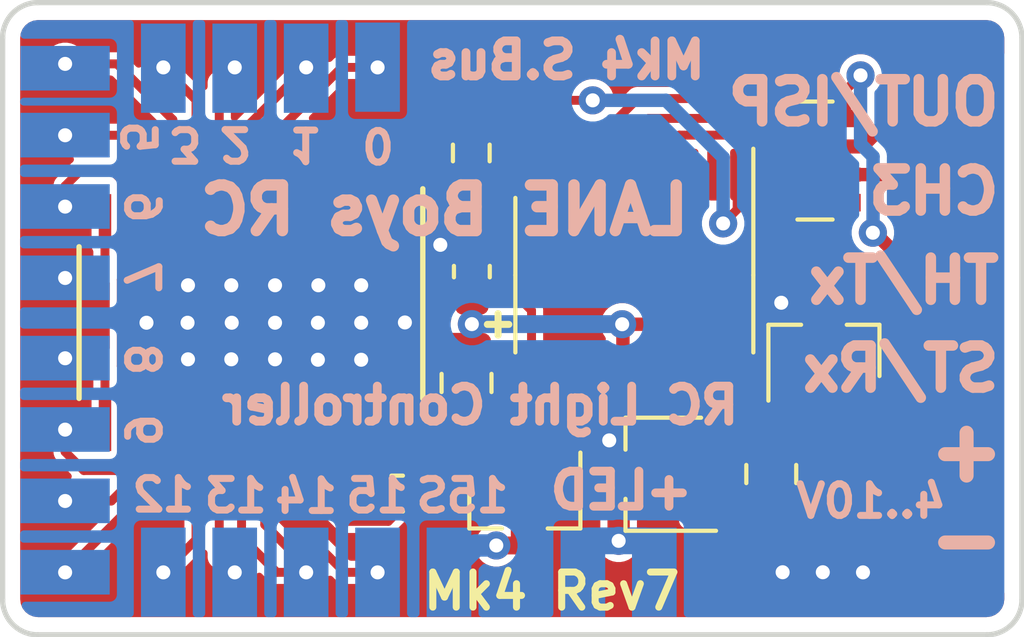
<source format=kicad_pcb>
(kicad_pcb (version 20171130) (host pcbnew 5.1.12-84ad8e8a86~92~ubuntu18.04.1)

  (general
    (thickness 0.8)
    (drawings 69)
    (tracks 266)
    (zones 0)
    (modules 36)
    (nets 37)
  )

  (page A4)
  (layers
    (0 Top signal)
    (31 Bottom signal)
    (32 B.Adhes user hide)
    (33 F.Adhes user hide)
    (34 B.Paste user hide)
    (35 F.Paste user hide)
    (36 B.SilkS user)
    (37 F.SilkS user)
    (38 B.Mask user hide)
    (39 F.Mask user hide)
    (40 Dwgs.User user hide)
    (41 Cmts.User user hide)
    (42 Eco1.User user hide)
    (43 Eco2.User user hide)
    (44 Edge.Cuts user)
    (45 Margin user hide)
    (46 B.CrtYd user hide)
    (47 F.CrtYd user)
    (48 B.Fab user hide)
    (49 F.Fab user hide)
  )

  (setup
    (last_trace_width 0.381)
    (user_trace_width 0.2032)
    (user_trace_width 0.2286)
    (user_trace_width 0.381)
    (user_trace_width 0.508)
    (user_trace_width 0.635)
    (user_trace_width 0.762)
    (trace_clearance 0.1524)
    (zone_clearance 0.2032)
    (zone_45_only no)
    (trace_min 0.1524)
    (via_size 0.8)
    (via_drill 0.4)
    (via_min_size 0.4)
    (via_min_drill 0.3)
    (uvia_size 0.3)
    (uvia_drill 0.1)
    (uvias_allowed no)
    (uvia_min_size 0.2)
    (uvia_min_drill 0.1)
    (edge_width 0.15)
    (segment_width 0.2)
    (pcb_text_width 0.3)
    (pcb_text_size 1.5 1.5)
    (mod_edge_width 0.15)
    (mod_text_size 1 1)
    (mod_text_width 0.15)
    (pad_size 1.524 1.524)
    (pad_drill 0.762)
    (pad_to_mask_clearance 0)
    (aux_axis_origin 135 114)
    (grid_origin 135 114)
    (visible_elements 7FFFFF7F)
    (pcbplotparams
      (layerselection 0x010f8_ffffffff)
      (usegerberextensions false)
      (usegerberattributes false)
      (usegerberadvancedattributes false)
      (creategerberjobfile false)
      (excludeedgelayer true)
      (linewidth 0.100000)
      (plotframeref false)
      (viasonmask false)
      (mode 1)
      (useauxorigin false)
      (hpglpennumber 1)
      (hpglpenspeed 20)
      (hpglpendiameter 15.000000)
      (psnegative false)
      (psa4output false)
      (plotreference true)
      (plotvalue true)
      (plotinvisibletext false)
      (padsonsilk false)
      (subtractmaskfromsilk true)
      (outputformat 1)
      (mirror false)
      (drillshape 0)
      (scaleselection 1)
      (outputdirectory "gerber/"))
  )

  (net 0 "")
  (net 1 +3V3)
  (net 2 GND)
  (net 3 /GSCLK)
  (net 4 /SIN)
  (net 5 /SCLK)
  (net 6 /XLAT)
  (net 7 /BLANK)
  (net 8 /VIN)
  (net 9 /OUT-SWITCHED)
  (net 10 /OUT0)
  (net 11 /OUT1)
  (net 12 /OUT2)
  (net 13 /OUT3)
  (net 14 /OUT4)
  (net 15 /OUT5)
  (net 16 /OUT6)
  (net 17 /OUT7)
  (net 18 /OUT8)
  (net 19 /OUT9)
  (net 20 /OUT10)
  (net 21 /OUT11)
  (net 22 /OUT12)
  (net 23 /OUT13)
  (net 24 /OUT14)
  (net 25 /OUT15)
  (net 26 /OUT15S)
  (net 27 /ST-IN)
  (net 28 /TH-IN)
  (net 29 /AUX-IN)
  (net 30 /OUT-ISP-OUT)
  (net 31 /IREF)
  (net 32 /TH-TX)
  (net 33 /OUT-ISP)
  (net 34 /ST-RX)
  (net 35 /AUX)
  (net 36 /SBUS)

  (net_class Default "This is the default net class."
    (clearance 0.1524)
    (trace_width 0.254)
    (via_dia 0.8)
    (via_drill 0.4)
    (uvia_dia 0.3)
    (uvia_drill 0.1)
    (diff_pair_width 0.2032)
    (diff_pair_gap 0.254)
    (add_net +3V3)
    (add_net /AUX)
    (add_net /AUX-IN)
    (add_net /BLANK)
    (add_net /GSCLK)
    (add_net /IREF)
    (add_net /OUT-ISP)
    (add_net /OUT-ISP-OUT)
    (add_net /OUT-SWITCHED)
    (add_net /OUT0)
    (add_net /OUT1)
    (add_net /OUT10)
    (add_net /OUT11)
    (add_net /OUT12)
    (add_net /OUT13)
    (add_net /OUT14)
    (add_net /OUT15)
    (add_net /OUT15S)
    (add_net /OUT2)
    (add_net /OUT3)
    (add_net /OUT4)
    (add_net /OUT5)
    (add_net /OUT6)
    (add_net /OUT7)
    (add_net /OUT8)
    (add_net /OUT9)
    (add_net /SBUS)
    (add_net /SCLK)
    (add_net /SIN)
    (add_net /ST-IN)
    (add_net /ST-RX)
    (add_net /TH-IN)
    (add_net /TH-TX)
    (add_net /VIN)
    (add_net /XLAT)
    (add_net GND)
  )

  (module Package_TO_SOT_SMD:SOT-23 (layer Top) (tedit 5A02FF57) (tstamp 62707AD6)
    (at 158.368 105.9355 90)
    (descr "SOT-23, Standard")
    (tags SOT-23)
    (path /6270D110)
    (attr smd)
    (fp_text reference Q1 (at 0 -2.5 90) (layer F.SilkS) hide
      (effects (font (size 1 1) (thickness 0.15)))
    )
    (fp_text value 2N7002K (at -0.0381 5.0292 180) (layer F.Fab)
      (effects (font (size 1 1) (thickness 0.15)))
    )
    (fp_text user %R (at 0 0) (layer F.Fab)
      (effects (font (size 0.5 0.5) (thickness 0.075)))
    )
    (fp_line (start -0.7 -0.95) (end -0.7 1.5) (layer F.Fab) (width 0.1))
    (fp_line (start -0.15 -1.52) (end 0.7 -1.52) (layer F.Fab) (width 0.1))
    (fp_line (start -0.7 -0.95) (end -0.15 -1.52) (layer F.Fab) (width 0.1))
    (fp_line (start 0.7 -1.52) (end 0.7 1.52) (layer F.Fab) (width 0.1))
    (fp_line (start -0.7 1.52) (end 0.7 1.52) (layer F.Fab) (width 0.1))
    (fp_line (start 0.76 1.58) (end 0.76 0.65) (layer F.SilkS) (width 0.12))
    (fp_line (start 0.76 -1.58) (end 0.76 -0.65) (layer F.SilkS) (width 0.12))
    (fp_line (start -1.7 -1.75) (end 1.7 -1.75) (layer F.CrtYd) (width 0.05))
    (fp_line (start 1.7 -1.75) (end 1.7 1.75) (layer F.CrtYd) (width 0.05))
    (fp_line (start 1.7 1.75) (end -1.7 1.75) (layer F.CrtYd) (width 0.05))
    (fp_line (start -1.7 1.75) (end -1.7 -1.75) (layer F.CrtYd) (width 0.05))
    (fp_line (start 0.76 -1.58) (end -1.4 -1.58) (layer F.SilkS) (width 0.12))
    (fp_line (start 0.76 1.58) (end -0.7 1.58) (layer F.SilkS) (width 0.12))
    (pad 3 smd rect (at 1 0 90) (size 0.9 0.8) (layers Top F.Paste F.Mask)
      (net 36 /SBUS))
    (pad 2 smd rect (at -1 0.95 90) (size 0.9 0.8) (layers Top F.Paste F.Mask)
      (net 2 GND))
    (pad 1 smd rect (at -1 -0.95 90) (size 0.9 0.8) (layers Top F.Paste F.Mask)
      (net 34 /ST-RX))
    (model ${KISYS3DMOD}/Package_TO_SOT_SMD.3dshapes/SOT-23.wrl
      (at (xyz 0 0 0))
      (scale (xyz 1 1 1))
      (rotate (xyz 0 0 0))
    )
  )

  (module Resistor_SMD:R_0603_1608Metric (layer Top) (tedit 5F68FEEE) (tstamp 62707B1B)
    (at 148.335 100.284 90)
    (descr "Resistor SMD 0603 (1608 Metric), square (rectangular) end terminal, IPC_7351 nominal, (Body size source: IPC-SM-782 page 72, https://www.pcb-3d.com/wordpress/wp-content/uploads/ipc-sm-782a_amendment_1_and_2.pdf), generated with kicad-footprint-generator")
    (tags resistor)
    (path /6271B2F8)
    (attr smd)
    (fp_text reference R2 (at 0 -1.43 90) (layer F.SilkS) hide
      (effects (font (size 1 1) (thickness 0.15)))
    )
    (fp_text value 10k (at 2.2098 0 90) (layer F.Fab)
      (effects (font (size 1 1) (thickness 0.15)))
    )
    (fp_text user %R (at 0 0 90) (layer F.Fab)
      (effects (font (size 0.4 0.4) (thickness 0.06)))
    )
    (fp_line (start -0.8 0.4125) (end -0.8 -0.4125) (layer F.Fab) (width 0.1))
    (fp_line (start -0.8 -0.4125) (end 0.8 -0.4125) (layer F.Fab) (width 0.1))
    (fp_line (start 0.8 -0.4125) (end 0.8 0.4125) (layer F.Fab) (width 0.1))
    (fp_line (start 0.8 0.4125) (end -0.8 0.4125) (layer F.Fab) (width 0.1))
    (fp_line (start -0.237258 -0.5225) (end 0.237258 -0.5225) (layer F.SilkS) (width 0.12))
    (fp_line (start -0.237258 0.5225) (end 0.237258 0.5225) (layer F.SilkS) (width 0.12))
    (fp_line (start -1.48 0.73) (end -1.48 -0.73) (layer F.CrtYd) (width 0.05))
    (fp_line (start -1.48 -0.73) (end 1.48 -0.73) (layer F.CrtYd) (width 0.05))
    (fp_line (start 1.48 -0.73) (end 1.48 0.73) (layer F.CrtYd) (width 0.05))
    (fp_line (start 1.48 0.73) (end -1.48 0.73) (layer F.CrtYd) (width 0.05))
    (pad 2 smd roundrect (at 0.825 0 90) (size 0.8 0.95) (layers Top F.Paste F.Mask) (roundrect_rratio 0.25)
      (net 1 +3V3))
    (pad 1 smd roundrect (at -0.825 0 90) (size 0.8 0.95) (layers Top F.Paste F.Mask) (roundrect_rratio 0.25)
      (net 36 /SBUS))
    (model ${KISYS3DMOD}/Resistor_SMD.3dshapes/R_0603_1608Metric.wrl
      (at (xyz 0 0 0))
      (scale (xyz 1 1 1))
      (rotate (xyz 0 0 0))
    )
  )

  (module Resistor_SMD:R_Array_Convex_4x0603 (layer Top) (tedit 58E0A8B2) (tstamp 62709C38)
    (at 158.114 100.5 180)
    (descr "Chip Resistor Network, ROHM MNR14 (see mnr_g.pdf)")
    (tags "resistor array")
    (path /6273657D)
    (attr smd)
    (fp_text reference RN1 (at 0 -2.8) (layer F.SilkS) hide
      (effects (font (size 1 1) (thickness 0.15)))
    )
    (fp_text value "1k x4" (at 0.0762 2.3496) (layer F.Fab)
      (effects (font (size 1 1) (thickness 0.15)))
    )
    (fp_text user %R (at 0 0 90) (layer F.Fab)
      (effects (font (size 0.5 0.5) (thickness 0.075)))
    )
    (fp_line (start -0.8 -1.6) (end 0.8 -1.6) (layer F.Fab) (width 0.1))
    (fp_line (start 0.8 -1.6) (end 0.8 1.6) (layer F.Fab) (width 0.1))
    (fp_line (start 0.8 1.6) (end -0.8 1.6) (layer F.Fab) (width 0.1))
    (fp_line (start -0.8 1.6) (end -0.8 -1.6) (layer F.Fab) (width 0.1))
    (fp_line (start 0.5 1.68) (end -0.5 1.68) (layer F.SilkS) (width 0.12))
    (fp_line (start 0.5 -1.68) (end -0.5 -1.68) (layer F.SilkS) (width 0.12))
    (fp_line (start -1.55 -1.85) (end 1.55 -1.85) (layer F.CrtYd) (width 0.05))
    (fp_line (start -1.55 -1.85) (end -1.55 1.85) (layer F.CrtYd) (width 0.05))
    (fp_line (start 1.55 1.85) (end 1.55 -1.85) (layer F.CrtYd) (width 0.05))
    (fp_line (start 1.55 1.85) (end -1.55 1.85) (layer F.CrtYd) (width 0.05))
    (pad 5 smd rect (at 0.9 1.2 180) (size 0.8 0.5) (layers Top F.Paste F.Mask)
      (net 32 /TH-TX))
    (pad 6 smd rect (at 0.9 0.4 180) (size 0.8 0.4) (layers Top F.Paste F.Mask)
      (net 33 /OUT-ISP))
    (pad 8 smd rect (at 0.9 -1.2 180) (size 0.8 0.5) (layers Top F.Paste F.Mask)
      (net 34 /ST-RX))
    (pad 7 smd rect (at 0.9 -0.4 180) (size 0.8 0.4) (layers Top F.Paste F.Mask)
      (net 35 /AUX))
    (pad 4 smd rect (at -0.9 1.2 180) (size 0.8 0.5) (layers Top F.Paste F.Mask)
      (net 28 /TH-IN))
    (pad 2 smd rect (at -0.9 -0.4 180) (size 0.8 0.4) (layers Top F.Paste F.Mask)
      (net 29 /AUX-IN))
    (pad 3 smd rect (at -0.9 0.4 180) (size 0.8 0.4) (layers Top F.Paste F.Mask)
      (net 30 /OUT-ISP-OUT))
    (pad 1 smd rect (at -0.9 -1.2 180) (size 0.8 0.5) (layers Top F.Paste F.Mask)
      (net 27 /ST-IN))
    (model ${KISYS3DMOD}/Resistor_SMD.3dshapes/R_Array_Convex_4x0603.wrl
      (at (xyz 0 0 0))
      (scale (xyz 1 1 1))
      (rotate (xyz 0 0 0))
    )
  )

  (module Package_SO:TSSOP-20_4.4x6.5mm_P0.65mm (layer Top) (tedit 5E476F32) (tstamp 609F50B8)
    (at 152.9738 103.7638 270)
    (descr "TSSOP, 20 Pin (JEDEC MO-153 Var AC https://www.jedec.org/document_search?search_api_views_fulltext=MO-153), generated with kicad-footprint-generator ipc_gullwing_generator.py")
    (tags "TSSOP SO")
    (path /609FA9C6)
    (attr smd)
    (fp_text reference U2 (at 0 -4.2 90) (layer F.SilkS) hide
      (effects (font (size 1 1) (thickness 0.15)))
    )
    (fp_text value LPC832M101FDH20 (at 0.7874 -2.6002 180) (layer F.Fab)
      (effects (font (size 0.8 0.8) (thickness 0.15)))
    )
    (fp_line (start 0 3.385) (end 2.2 3.385) (layer F.SilkS) (width 0.12))
    (fp_line (start 0 3.385) (end -2.2 3.385) (layer F.SilkS) (width 0.12))
    (fp_line (start 0 -3.385) (end 2.2 -3.385) (layer F.SilkS) (width 0.12))
    (fp_line (start 0 -3.385) (end -3.6 -3.385) (layer F.SilkS) (width 0.12))
    (fp_line (start -1.2 -3.25) (end 2.2 -3.25) (layer F.Fab) (width 0.1))
    (fp_line (start 2.2 -3.25) (end 2.2 3.25) (layer F.Fab) (width 0.1))
    (fp_line (start 2.2 3.25) (end -2.2 3.25) (layer F.Fab) (width 0.1))
    (fp_line (start -2.2 3.25) (end -2.2 -2.25) (layer F.Fab) (width 0.1))
    (fp_line (start -2.2 -2.25) (end -1.2 -3.25) (layer F.Fab) (width 0.1))
    (fp_line (start -3.85 -3.5) (end -3.85 3.5) (layer F.CrtYd) (width 0.05))
    (fp_line (start -3.85 3.5) (end 3.85 3.5) (layer F.CrtYd) (width 0.05))
    (fp_line (start 3.85 3.5) (end 3.85 -3.5) (layer F.CrtYd) (width 0.05))
    (fp_line (start 3.85 -3.5) (end -3.85 -3.5) (layer F.CrtYd) (width 0.05))
    (fp_text user %R (at -1.0668 -1.4572 180) (layer F.Fab)
      (effects (font (size 1 1) (thickness 0.15)))
    )
    (pad 20 smd roundrect (at 2.8625 -2.925 270) (size 1.475 0.4) (layers Top F.Paste F.Mask) (roundrect_rratio 0.25))
    (pad 19 smd roundrect (at 2.8625 -2.275 270) (size 1.475 0.4) (layers Top F.Paste F.Mask) (roundrect_rratio 0.25)
      (net 34 /ST-RX))
    (pad 18 smd roundrect (at 2.8625 -1.625 270) (size 1.475 0.4) (layers Top F.Paste F.Mask) (roundrect_rratio 0.25)
      (net 1 +3V3))
    (pad 17 smd roundrect (at 2.8625 -0.975 270) (size 1.475 0.4) (layers Top F.Paste F.Mask) (roundrect_rratio 0.25)
      (net 2 GND))
    (pad 16 smd roundrect (at 2.8625 -0.325 270) (size 1.475 0.4) (layers Top F.Paste F.Mask) (roundrect_rratio 0.25)
      (net 2 GND))
    (pad 15 smd roundrect (at 2.8625 0.325 270) (size 1.475 0.4) (layers Top F.Paste F.Mask) (roundrect_rratio 0.25)
      (net 1 +3V3))
    (pad 14 smd roundrect (at 2.8625 0.975 270) (size 1.475 0.4) (layers Top F.Paste F.Mask) (roundrect_rratio 0.25))
    (pad 13 smd roundrect (at 2.8625 1.625 270) (size 1.475 0.4) (layers Top F.Paste F.Mask) (roundrect_rratio 0.25)
      (net 9 /OUT-SWITCHED))
    (pad 12 smd roundrect (at 2.8625 2.275 270) (size 1.475 0.4) (layers Top F.Paste F.Mask) (roundrect_rratio 0.25)
      (net 3 /GSCLK))
    (pad 11 smd roundrect (at 2.8625 2.925 270) (size 1.475 0.4) (layers Top F.Paste F.Mask) (roundrect_rratio 0.25)
      (net 7 /BLANK))
    (pad 10 smd roundrect (at -2.8625 2.925 270) (size 1.475 0.4) (layers Top F.Paste F.Mask) (roundrect_rratio 0.25)
      (net 36 /SBUS))
    (pad 9 smd roundrect (at -2.8625 2.275 270) (size 1.475 0.4) (layers Top F.Paste F.Mask) (roundrect_rratio 0.25))
    (pad 8 smd roundrect (at -2.8625 1.625 270) (size 1.475 0.4) (layers Top F.Paste F.Mask) (roundrect_rratio 0.25)
      (net 5 /SCLK))
    (pad 7 smd roundrect (at -2.8625 0.975 270) (size 1.475 0.4) (layers Top F.Paste F.Mask) (roundrect_rratio 0.25)
      (net 6 /XLAT))
    (pad 6 smd roundrect (at -2.8625 0.325 270) (size 1.475 0.4) (layers Top F.Paste F.Mask) (roundrect_rratio 0.25)
      (net 32 /TH-TX))
    (pad 5 smd roundrect (at -2.8625 -0.325 270) (size 1.475 0.4) (layers Top F.Paste F.Mask) (roundrect_rratio 0.25))
    (pad 4 smd roundrect (at -2.8625 -0.975 270) (size 1.475 0.4) (layers Top F.Paste F.Mask) (roundrect_rratio 0.25)
      (net 33 /OUT-ISP))
    (pad 3 smd roundrect (at -2.8625 -1.625 270) (size 1.475 0.4) (layers Top F.Paste F.Mask) (roundrect_rratio 0.25)
      (net 35 /AUX))
    (pad 2 smd roundrect (at -2.8625 -2.275 270) (size 1.475 0.4) (layers Top F.Paste F.Mask) (roundrect_rratio 0.25))
    (pad 1 smd roundrect (at -2.8625 -2.925 270) (size 1.475 0.4) (layers Top F.Paste F.Mask) (roundrect_rratio 0.25)
      (net 4 /SIN))
    (model ${KISYS3DMOD}/Package_SO.3dshapes/TSSOP-20_4.4x6.5mm_P0.65mm.wrl
      (at (xyz 0 0 0))
      (scale (xyz 1 1 1))
      (rotate (xyz 0 0 0))
    )
  )

  (module Capacitor_SMD:C_0805_2012Metric (layer Top) (tedit 601FDAD8) (tstamp 5C81F495)
    (at 148.1996 106.8324 270)
    (descr "Capacitor SMD 0805 (2012 Metric), square (rectangular) end terminal, IPC_7351 nominal, (Body size source: https://docs.google.com/spreadsheets/d/1BsfQQcO9C6DZCsRaXUlFlo91Tg2WpOkGARC1WS5S8t0/edit?usp=sharing), generated with kicad-footprint-generator")
    (tags capacitor)
    (path /5C870864)
    (attr smd)
    (fp_text reference C2 (at 0 -1.65 90) (layer F.SilkS) hide
      (effects (font (size 1 1) (thickness 0.15)))
    )
    (fp_text value 47u/6V3 (at 0.1572 -3.3772) (layer F.Fab)
      (effects (font (size 0.8 0.8) (thickness 0.15)))
    )
    (fp_line (start -1 0.6) (end -1 -0.6) (layer F.Fab) (width 0.1))
    (fp_line (start -1 -0.6) (end 1 -0.6) (layer F.Fab) (width 0.1))
    (fp_line (start 1 -0.6) (end 1 0.6) (layer F.Fab) (width 0.1))
    (fp_line (start 1 0.6) (end -1 0.6) (layer F.Fab) (width 0.1))
    (fp_line (start -0.258578 -0.71) (end 0.258578 -0.71) (layer F.SilkS) (width 0.12))
    (fp_line (start -0.258578 0.71) (end 0.258578 0.71) (layer F.SilkS) (width 0.12))
    (fp_line (start -1.68 0.95) (end -1.68 -0.95) (layer F.CrtYd) (width 0.05))
    (fp_line (start -1.68 -0.95) (end 1.68 -0.95) (layer F.CrtYd) (width 0.05))
    (fp_line (start 1.68 -0.95) (end 1.68 0.95) (layer F.CrtYd) (width 0.05))
    (fp_line (start 1.68 0.95) (end -1.68 0.95) (layer F.CrtYd) (width 0.05))
    (fp_text user %R (at 0 0 90) (layer F.Fab)
      (effects (font (size 0.5 0.5) (thickness 0.08)))
    )
    (pad 1 smd roundrect (at -0.9375 0 270) (size 0.975 1.4) (layers Top F.Paste F.Mask) (roundrect_rratio 0.25)
      (net 1 +3V3))
    (pad 2 smd roundrect (at 0.9375 0 270) (size 0.975 1.4) (layers Top F.Paste F.Mask) (roundrect_rratio 0.25)
      (net 2 GND))
    (model ${KISYS3DMOD}/Capacitor_SMD.3dshapes/C_0805_2012Metric.wrl
      (at (xyz 0 0 0))
      (scale (xyz 1 1 1))
      (rotate (xyz 0 0 0))
    )
  )

  (module Package_TO_SOT_SMD:SOT-23W (layer Top) (tedit 5A02FF57) (tstamp 5C81BBC1)
    (at 153.7971 109.4316 180)
    (descr "SOT-23W http://www.allegromicro.com/~/media/Files/Datasheets/A112x-Datasheet.ashx?la=en&hash=7BC461E058CC246E0BAB62433B2F1ECA104CA9D3")
    (tags SOT-23W)
    (path /09B5DC2D)
    (attr smd)
    (fp_text reference U1 (at 0 -2.5) (layer F.SilkS) hide
      (effects (font (size 1 1) (thickness 0.15)))
    )
    (fp_text value 3V3 (at -0.0624 -2.3459) (layer F.Fab)
      (effects (font (size 0.8 0.8) (thickness 0.15)))
    )
    (fp_line (start 1.075 -1.61) (end 1.075 -0.7) (layer F.SilkS) (width 0.12))
    (fp_line (start 1.075 0.7) (end 1.075 1.61) (layer F.SilkS) (width 0.12))
    (fp_line (start -1.5 -1.61) (end 1.075 -1.61) (layer F.SilkS) (width 0.12))
    (fp_line (start -1.075 1.61) (end 1.075 1.61) (layer F.SilkS) (width 0.12))
    (fp_line (start -0.955 -0.49) (end -0.955 1.49) (layer F.Fab) (width 0.1))
    (fp_line (start 0.045 -1.49) (end 0.955 -1.49) (layer F.Fab) (width 0.1))
    (fp_line (start -0.955 -0.49) (end 0.045 -1.49) (layer F.Fab) (width 0.1))
    (fp_line (start 0.955 -1.49) (end 0.955 1.49) (layer F.Fab) (width 0.1))
    (fp_line (start -0.955 1.49) (end 0.955 1.49) (layer F.Fab) (width 0.1))
    (fp_line (start -1.95 -1.74) (end 1.95 -1.74) (layer F.CrtYd) (width 0.05))
    (fp_line (start 1.95 -1.74) (end 1.95 1.74) (layer F.CrtYd) (width 0.05))
    (fp_line (start 1.95 1.74) (end -1.95 1.74) (layer F.CrtYd) (width 0.05))
    (fp_line (start -1.95 1.74) (end -1.95 -1.74) (layer F.CrtYd) (width 0.05))
    (fp_text user %R (at 0 0 90) (layer F.Fab)
      (effects (font (size 0.5 0.5) (thickness 0.075)))
    )
    (pad 3 smd rect (at 1.2 0 180) (size 1 0.7) (layers Top F.Paste F.Mask)
      (net 8 /VIN))
    (pad 2 smd rect (at -1.2 0.95 180) (size 1 0.7) (layers Top F.Paste F.Mask)
      (net 1 +3V3))
    (pad 1 smd rect (at -1.2 -0.95 180) (size 1 0.7) (layers Top F.Paste F.Mask)
      (net 2 GND))
    (model ${KISYS3DMOD}/Package_TO_SOT_SMD.3dshapes/SOT-23W.wrl
      (at (xyz 0 0 0))
      (scale (xyz 1 1 1))
      (rotate (xyz 0 0 0))
    )
  )

  (module Package_TO_SOT_SMD:SOT-23 (layer Top) (tedit 5A02FF57) (tstamp 5C81BCC1)
    (at 149.859 110.2154 270)
    (descr "SOT-23, Standard")
    (tags SOT-23)
    (path /8692C711)
    (attr smd)
    (fp_text reference Q2 (at 0 -2.5 90) (layer F.SilkS) hide
      (effects (font (size 1 1) (thickness 0.15)))
    )
    (fp_text value NMOSSOT23 (at 1.4986 1.8415 180) (layer F.Fab)
      (effects (font (size 0.8 0.8) (thickness 0.15)))
    )
    (fp_line (start -0.7 -0.95) (end -0.7 1.5) (layer F.Fab) (width 0.1))
    (fp_line (start -0.15 -1.52) (end 0.7 -1.52) (layer F.Fab) (width 0.1))
    (fp_line (start -0.7 -0.95) (end -0.15 -1.52) (layer F.Fab) (width 0.1))
    (fp_line (start 0.7 -1.52) (end 0.7 1.52) (layer F.Fab) (width 0.1))
    (fp_line (start -0.7 1.52) (end 0.7 1.52) (layer F.Fab) (width 0.1))
    (fp_line (start 0.76 1.58) (end 0.76 0.65) (layer F.SilkS) (width 0.12))
    (fp_line (start 0.76 -1.58) (end 0.76 -0.65) (layer F.SilkS) (width 0.12))
    (fp_line (start -1.7 -1.75) (end 1.7 -1.75) (layer F.CrtYd) (width 0.05))
    (fp_line (start 1.7 -1.75) (end 1.7 1.75) (layer F.CrtYd) (width 0.05))
    (fp_line (start 1.7 1.75) (end -1.7 1.75) (layer F.CrtYd) (width 0.05))
    (fp_line (start -1.7 1.75) (end -1.7 -1.75) (layer F.CrtYd) (width 0.05))
    (fp_line (start 0.76 -1.58) (end -1.4 -1.58) (layer F.SilkS) (width 0.12))
    (fp_line (start 0.76 1.58) (end -0.7 1.58) (layer F.SilkS) (width 0.12))
    (fp_text user %R (at 0 0) (layer F.Fab)
      (effects (font (size 0.5 0.5) (thickness 0.075)))
    )
    (pad 3 smd rect (at 1 0 270) (size 0.9 0.8) (layers Top F.Paste F.Mask)
      (net 26 /OUT15S))
    (pad 2 smd rect (at -1 0.95 270) (size 0.9 0.8) (layers Top F.Paste F.Mask)
      (net 2 GND))
    (pad 1 smd rect (at -1 -0.95 270) (size 0.9 0.8) (layers Top F.Paste F.Mask)
      (net 9 /OUT-SWITCHED))
    (model ${KISYS3DMOD}/Package_TO_SOT_SMD.3dshapes/SOT-23.wrl
      (at (xyz 0 0 0))
      (scale (xyz 1 1 1))
      (rotate (xyz 0 0 0))
    )
  )

  (module rc-light-controller-tlc5940-lpc812:SOP65P640X120-29N (layer Top) (tedit 5CD12D38) (tstamp 5C82FD92)
    (at 142.1291 105.1136 270)
    (path /840783A6)
    (solder_paste_margin -0.0127)
    (fp_text reference U3 (at -3.4544 -5.715 270) (layer F.SilkS) hide
      (effects (font (size 1.97866 1.97866) (thickness 0.197866)) (justify left bottom))
    )
    (fp_text value TLC5940PWP (at 0.3012 4.0397) (layer F.Fab)
      (effects (font (size 0.8 0.8) (thickness 0.15)) (justify left bottom))
    )
    (fp_line (start -2.2606 -4.9022) (end -2.2606 4.9022) (layer F.Fab) (width 0.1))
    (fp_line (start -0.3048 -4.9022) (end -2.2606 -4.9022) (layer F.Fab) (width 0.1))
    (fp_line (start 0.3048 -4.9022) (end -0.3048 -4.9022) (layer F.Fab) (width 0.1))
    (fp_line (start 2.2606 -4.9022) (end 0.3048 -4.9022) (layer F.Fab) (width 0.1))
    (fp_line (start 2.2606 4.9022) (end 2.2606 -4.9022) (layer F.Fab) (width 0.1))
    (fp_line (start -2.2606 4.9022) (end 2.2606 4.9022) (layer F.Fab) (width 0.1))
    (fp_line (start 3.302 -4.3688) (end 2.2606 -4.3688) (layer F.Fab) (width 0.1))
    (fp_line (start 3.302 -4.064) (end 3.302 -4.3688) (layer F.Fab) (width 0.1))
    (fp_line (start 2.2606 -4.064) (end 3.302 -4.064) (layer F.Fab) (width 0.1))
    (fp_line (start 2.2606 -4.3688) (end 2.2606 -4.064) (layer F.Fab) (width 0.1))
    (fp_line (start 3.302 -3.7338) (end 2.2606 -3.7338) (layer F.Fab) (width 0.1))
    (fp_line (start 3.302 -3.429) (end 3.302 -3.7338) (layer F.Fab) (width 0.1))
    (fp_line (start 2.2606 -3.429) (end 3.302 -3.429) (layer F.Fab) (width 0.1))
    (fp_line (start 2.2606 -3.7338) (end 2.2606 -3.429) (layer F.Fab) (width 0.1))
    (fp_line (start 3.302 -3.0734) (end 2.2606 -3.0734) (layer F.Fab) (width 0.1))
    (fp_line (start 3.302 -2.7686) (end 3.302 -3.0734) (layer F.Fab) (width 0.1))
    (fp_line (start 2.2606 -2.7686) (end 3.302 -2.7686) (layer F.Fab) (width 0.1))
    (fp_line (start 2.2606 -3.0734) (end 2.2606 -2.7686) (layer F.Fab) (width 0.1))
    (fp_line (start 3.302 -2.413) (end 2.2606 -2.413) (layer F.Fab) (width 0.1))
    (fp_line (start 3.302 -2.1336) (end 3.302 -2.413) (layer F.Fab) (width 0.1))
    (fp_line (start 2.2606 -2.1336) (end 3.302 -2.1336) (layer F.Fab) (width 0.1))
    (fp_line (start 2.2606 -2.413) (end 2.2606 -2.1336) (layer F.Fab) (width 0.1))
    (fp_line (start 3.302 -1.778) (end 2.2606 -1.778) (layer F.Fab) (width 0.1))
    (fp_line (start 3.302 -1.4732) (end 3.302 -1.778) (layer F.Fab) (width 0.1))
    (fp_line (start 2.2606 -1.4732) (end 3.302 -1.4732) (layer F.Fab) (width 0.1))
    (fp_line (start 2.2606 -1.778) (end 2.2606 -1.4732) (layer F.Fab) (width 0.1))
    (fp_line (start 3.302 -1.1176) (end 2.2606 -1.1176) (layer F.Fab) (width 0.1))
    (fp_line (start 3.302 -0.8128) (end 3.302 -1.1176) (layer F.Fab) (width 0.1))
    (fp_line (start 2.2606 -0.8128) (end 3.302 -0.8128) (layer F.Fab) (width 0.1))
    (fp_line (start 2.2606 -1.1176) (end 2.2606 -0.8128) (layer F.Fab) (width 0.1))
    (fp_line (start 3.302 -0.4826) (end 2.2606 -0.4826) (layer F.Fab) (width 0.1))
    (fp_line (start 3.302 -0.1778) (end 3.302 -0.4826) (layer F.Fab) (width 0.1))
    (fp_line (start 2.2606 -0.1778) (end 3.302 -0.1778) (layer F.Fab) (width 0.1))
    (fp_line (start 2.2606 -0.4826) (end 2.2606 -0.1778) (layer F.Fab) (width 0.1))
    (fp_line (start 3.302 0.1778) (end 2.2606 0.1778) (layer F.Fab) (width 0.1))
    (fp_line (start 3.302 0.4826) (end 3.302 0.1778) (layer F.Fab) (width 0.1))
    (fp_line (start 2.2606 0.4826) (end 3.302 0.4826) (layer F.Fab) (width 0.1))
    (fp_line (start 2.2606 0.1778) (end 2.2606 0.4826) (layer F.Fab) (width 0.1))
    (fp_line (start 3.302 0.8128) (end 2.2606 0.8128) (layer F.Fab) (width 0.1))
    (fp_line (start 3.302 1.1176) (end 3.302 0.8128) (layer F.Fab) (width 0.1))
    (fp_line (start 2.2606 1.1176) (end 3.302 1.1176) (layer F.Fab) (width 0.1))
    (fp_line (start 2.2606 0.8128) (end 2.2606 1.1176) (layer F.Fab) (width 0.1))
    (fp_line (start 3.302 1.4732) (end 2.2606 1.4732) (layer F.Fab) (width 0.1))
    (fp_line (start 3.302 1.778) (end 3.302 1.4732) (layer F.Fab) (width 0.1))
    (fp_line (start 2.2606 1.778) (end 3.302 1.778) (layer F.Fab) (width 0.1))
    (fp_line (start 2.2606 1.4732) (end 2.2606 1.778) (layer F.Fab) (width 0.1))
    (fp_line (start 3.302 2.1336) (end 2.2606 2.1336) (layer F.Fab) (width 0.1))
    (fp_line (start 3.302 2.413) (end 3.302 2.1336) (layer F.Fab) (width 0.1))
    (fp_line (start 2.2606 2.413) (end 3.302 2.413) (layer F.Fab) (width 0.1))
    (fp_line (start 2.2606 2.1336) (end 2.2606 2.413) (layer F.Fab) (width 0.1))
    (fp_line (start 3.302 2.7686) (end 2.2606 2.7686) (layer F.Fab) (width 0.1))
    (fp_line (start 3.302 3.0734) (end 3.302 2.7686) (layer F.Fab) (width 0.1))
    (fp_line (start 2.2606 3.0734) (end 3.302 3.0734) (layer F.Fab) (width 0.1))
    (fp_line (start 2.2606 2.7686) (end 2.2606 3.0734) (layer F.Fab) (width 0.1))
    (fp_line (start 3.302 3.429) (end 2.2606 3.429) (layer F.Fab) (width 0.1))
    (fp_line (start 3.302 3.7338) (end 3.302 3.429) (layer F.Fab) (width 0.1))
    (fp_line (start 2.2606 3.7338) (end 3.302 3.7338) (layer F.Fab) (width 0.1))
    (fp_line (start 2.2606 3.429) (end 2.2606 3.7338) (layer F.Fab) (width 0.1))
    (fp_line (start 3.302 4.064) (end 2.2606 4.064) (layer F.Fab) (width 0.1))
    (fp_line (start 3.302 4.3688) (end 3.302 4.064) (layer F.Fab) (width 0.1))
    (fp_line (start 2.2606 4.3688) (end 3.302 4.3688) (layer F.Fab) (width 0.1))
    (fp_line (start 2.2606 4.064) (end 2.2606 4.3688) (layer F.Fab) (width 0.1))
    (fp_line (start -3.302 4.3688) (end -2.2606 4.3688) (layer F.Fab) (width 0.1))
    (fp_line (start -3.302 4.064) (end -3.302 4.3688) (layer F.Fab) (width 0.1))
    (fp_line (start -2.2606 4.064) (end -3.302 4.064) (layer F.Fab) (width 0.1))
    (fp_line (start -2.2606 4.3688) (end -2.2606 4.064) (layer F.Fab) (width 0.1))
    (fp_line (start -3.302 3.7338) (end -2.2606 3.7338) (layer F.Fab) (width 0.1))
    (fp_line (start -3.302 3.429) (end -3.302 3.7338) (layer F.Fab) (width 0.1))
    (fp_line (start -2.2606 3.429) (end -3.302 3.429) (layer F.Fab) (width 0.1))
    (fp_line (start -2.2606 3.7338) (end -2.2606 3.429) (layer F.Fab) (width 0.1))
    (fp_line (start -3.302 3.0734) (end -2.2606 3.0734) (layer F.Fab) (width 0.1))
    (fp_line (start -3.302 2.7686) (end -3.302 3.0734) (layer F.Fab) (width 0.1))
    (fp_line (start -2.2606 2.7686) (end -3.302 2.7686) (layer F.Fab) (width 0.1))
    (fp_line (start -2.2606 3.0734) (end -2.2606 2.7686) (layer F.Fab) (width 0.1))
    (fp_line (start -3.302 2.413) (end -2.2606 2.413) (layer F.Fab) (width 0.1))
    (fp_line (start -3.302 2.1336) (end -3.302 2.413) (layer F.Fab) (width 0.1))
    (fp_line (start -2.2606 2.1336) (end -3.302 2.1336) (layer F.Fab) (width 0.1))
    (fp_line (start -2.2606 2.413) (end -2.2606 2.1336) (layer F.Fab) (width 0.1))
    (fp_line (start -3.302 1.778) (end -2.2606 1.778) (layer F.Fab) (width 0.1))
    (fp_line (start -3.302 1.4732) (end -3.302 1.778) (layer F.Fab) (width 0.1))
    (fp_line (start -2.2606 1.4732) (end -3.302 1.4732) (layer F.Fab) (width 0.1))
    (fp_line (start -2.2606 1.778) (end -2.2606 1.4732) (layer F.Fab) (width 0.1))
    (fp_line (start -3.302 1.1176) (end -2.2606 1.1176) (layer F.Fab) (width 0.1))
    (fp_line (start -3.302 0.8128) (end -3.302 1.1176) (layer F.Fab) (width 0.1))
    (fp_line (start -2.2606 0.8128) (end -3.302 0.8128) (layer F.Fab) (width 0.1))
    (fp_line (start -2.2606 1.1176) (end -2.2606 0.8128) (layer F.Fab) (width 0.1))
    (fp_line (start -3.302 0.4826) (end -2.2606 0.4826) (layer F.Fab) (width 0.1))
    (fp_line (start -3.302 0.1778) (end -3.302 0.4826) (layer F.Fab) (width 0.1))
    (fp_line (start -2.2606 0.1778) (end -3.302 0.1778) (layer F.Fab) (width 0.1))
    (fp_line (start -2.2606 0.4826) (end -2.2606 0.1778) (layer F.Fab) (width 0.1))
    (fp_line (start -3.302 -0.1778) (end -2.2606 -0.1778) (layer F.Fab) (width 0.1))
    (fp_line (start -3.302 -0.4826) (end -3.302 -0.1778) (layer F.Fab) (width 0.1))
    (fp_line (start -2.2606 -0.4826) (end -3.302 -0.4826) (layer F.Fab) (width 0.1))
    (fp_line (start -2.2606 -0.1778) (end -2.2606 -0.4826) (layer F.Fab) (width 0.1))
    (fp_line (start -3.302 -0.8128) (end -2.2606 -0.8128) (layer F.Fab) (width 0.1))
    (fp_line (start -3.302 -1.1176) (end -3.302 -0.8128) (layer F.Fab) (width 0.1))
    (fp_line (start -2.2606 -1.1176) (end -3.302 -1.1176) (layer F.Fab) (width 0.1))
    (fp_line (start -2.2606 -0.8128) (end -2.2606 -1.1176) (layer F.Fab) (width 0.1))
    (fp_line (start -3.302 -1.4732) (end -2.2606 -1.4732) (layer F.Fab) (width 0.1))
    (fp_line (start -3.302 -1.778) (end -3.302 -1.4732) (layer F.Fab) (width 0.1))
    (fp_line (start -2.2606 -1.778) (end -3.302 -1.778) (layer F.Fab) (width 0.1))
    (fp_line (start -2.2606 -1.4732) (end -2.2606 -1.778) (layer F.Fab) (width 0.1))
    (fp_line (start -3.302 -2.1336) (end -2.2606 -2.1336) (layer F.Fab) (width 0.1))
    (fp_line (start -3.302 -2.413) (end -3.302 -2.1336) (layer F.Fab) (width 0.1))
    (fp_line (start -2.2606 -2.413) (end -3.302 -2.413) (layer F.Fab) (width 0.1))
    (fp_line (start -2.2606 -2.1336) (end -2.2606 -2.413) (layer F.Fab) (width 0.1))
    (fp_line (start -3.302 -2.7686) (end -2.2606 -2.7686) (layer F.Fab) (width 0.1))
    (fp_line (start -3.302 -3.0734) (end -3.302 -2.7686) (layer F.Fab) (width 0.1))
    (fp_line (start -2.2606 -3.0734) (end -3.302 -3.0734) (layer F.Fab) (width 0.1))
    (fp_line (start -2.2606 -2.7686) (end -2.2606 -3.0734) (layer F.Fab) (width 0.1))
    (fp_line (start -3.302 -3.429) (end -2.2606 -3.429) (layer F.Fab) (width 0.1))
    (fp_line (start -3.302 -3.7338) (end -3.302 -3.429) (layer F.Fab) (width 0.1))
    (fp_line (start -2.2606 -3.7338) (end -3.302 -3.7338) (layer F.Fab) (width 0.1))
    (fp_line (start -2.2606 -3.429) (end -2.2606 -3.7338) (layer F.Fab) (width 0.1))
    (fp_line (start -3.302 -4.064) (end -2.2606 -4.064) (layer F.Fab) (width 0.1))
    (fp_line (start -3.302 -4.3688) (end -3.302 -4.064) (layer F.Fab) (width 0.1))
    (fp_line (start -2.2606 -4.3688) (end -3.302 -4.3688) (layer F.Fab) (width 0.1))
    (fp_line (start -2.2606 -4.064) (end -2.2606 -4.3688) (layer F.Fab) (width 0.1))
    (fp_line (start 2.159 -4.826) (end -3.81 -4.826) (layer F.SilkS) (width 0.1524))
    (fp_line (start -2.159 4.953) (end 2.159 4.953) (layer F.SilkS) (width 0.1524))
    (fp_poly (pts (xy 0.254 -2.921) (xy 0.889 -2.921) (xy 0.889 -2.286) (xy 0.254 -2.286)) (layer F.Mask) (width 0.15))
    (fp_poly (pts (xy 0.254 -1.635125) (xy 0.889 -1.635125) (xy 0.889 -1.000125) (xy 0.254 -1.000125)) (layer F.Mask) (width 0.15))
    (fp_poly (pts (xy 0.254 -0.34925) (xy 0.889 -0.34925) (xy 0.889 0.28575) (xy 0.254 0.28575)) (layer F.Mask) (width 0.15))
    (fp_poly (pts (xy 0.254 0.936625) (xy 0.889 0.936625) (xy 0.889 1.571625) (xy 0.254 1.571625)) (layer F.Mask) (width 0.15))
    (fp_poly (pts (xy 0.254 2.2225) (xy 0.889 2.2225) (xy 0.889 2.8575) (xy 0.254 2.8575)) (layer F.Mask) (width 0.15))
    (fp_poly (pts (xy -0.889 0.936625) (xy -0.254 0.936625) (xy -0.254 1.571625) (xy -0.889 1.571625)) (layer F.Mask) (width 0.15))
    (fp_poly (pts (xy -0.889 -2.921) (xy -0.254 -2.921) (xy -0.254 -2.286) (xy -0.889 -2.286)) (layer F.Mask) (width 0.15))
    (fp_poly (pts (xy -0.889 2.2225) (xy -0.254 2.2225) (xy -0.254 2.8575) (xy -0.889 2.8575)) (layer F.Mask) (width 0.15))
    (fp_poly (pts (xy -0.889 -1.635125) (xy -0.254 -1.635125) (xy -0.254 -1.000125) (xy -0.889 -1.000125)) (layer F.Mask) (width 0.15))
    (fp_poly (pts (xy -0.889 -0.34925) (xy -0.254 -0.34925) (xy -0.254 0.28575) (xy -0.889 0.28575)) (layer F.Mask) (width 0.15))
    (fp_poly (pts (xy -0.889 -2.794) (xy -0.254 -2.794) (xy -0.254 -2.159) (xy -0.889 -2.159)) (layer F.Paste) (width 0.15))
    (fp_poly (pts (xy -0.889 -1.55575) (xy -0.254 -1.55575) (xy -0.254 -0.92075) (xy -0.889 -0.92075)) (layer F.Paste) (width 0.15))
    (fp_poly (pts (xy -0.889 -0.3175) (xy -0.254 -0.3175) (xy -0.254 0.3175) (xy -0.889 0.3175)) (layer F.Paste) (width 0.15))
    (fp_poly (pts (xy -0.889 0.92075) (xy -0.254 0.92075) (xy -0.254 1.55575) (xy -0.889 1.55575)) (layer F.Paste) (width 0.15))
    (fp_poly (pts (xy -0.889 2.159) (xy -0.254 2.159) (xy -0.254 2.794) (xy -0.889 2.794)) (layer F.Paste) (width 0.15))
    (fp_poly (pts (xy 0.254 -2.794) (xy 0.889 -2.794) (xy 0.889 -2.159) (xy 0.254 -2.159)) (layer F.Paste) (width 0.15))
    (fp_poly (pts (xy 0.254 -1.55575) (xy 0.889 -1.55575) (xy 0.889 -0.92075) (xy 0.254 -0.92075)) (layer F.Paste) (width 0.15))
    (fp_poly (pts (xy 0.254 -0.3175) (xy 0.889 -0.3175) (xy 0.889 0.3175) (xy 0.254 0.3175)) (layer F.Paste) (width 0.15))
    (fp_poly (pts (xy 0.254 0.92075) (xy 0.889 0.92075) (xy 0.889 1.55575) (xy 0.254 1.55575)) (layer F.Paste) (width 0.15))
    (fp_poly (pts (xy 0.254 2.159) (xy 0.889 2.159) (xy 0.889 2.794) (xy 0.254 2.794)) (layer F.Paste) (width 0.15))
    (fp_text user * (at -3.4326 -5.1264 270) (layer F.Fab)
      (effects (font (size 1.2065 1.2065) (thickness 0.0762)) (justify left bottom))
    )
    (fp_text user * (at -3.8946 -5.3466 270) (layer F.SilkS) hide
      (effects (font (size 1.2065 1.2065) (thickness 0.0762)) (justify left bottom))
    )
    (fp_arc (start 0 -4.9022) (end 0.3048 -4.9022) (angle 180) (layer F.Fab) (width 0.1))
    (pad 29 smd rect (at 0 0 270) (size 2.3876 6.1722) (layers Top F.Mask)
      (net 2 GND) (solder_mask_margin 0.0508) (zone_connect 2))
    (pad 28 smd rect (at 2.921 -4.2164 270) (size 1.4732 0.3556) (layers Top F.Paste F.Mask)
      (net 1 +3V3) (solder_mask_margin 0.0508))
    (pad 27 smd rect (at 2.921 -3.5814 270) (size 1.4732 0.3556) (layers Top F.Paste F.Mask)
      (net 31 /IREF) (solder_mask_margin 0.0508))
    (pad 26 smd rect (at 2.921 -2.921 270) (size 1.4732 0.3556) (layers Top F.Paste F.Mask)
      (net 1 +3V3) (solder_mask_margin 0.0508))
    (pad 25 smd rect (at 2.921 -2.286 270) (size 1.4732 0.3556) (layers Top F.Paste F.Mask)
      (net 3 /GSCLK) (solder_mask_margin 0.0508))
    (pad 24 smd rect (at 2.921 -1.6256 270) (size 1.4732 0.3556) (layers Top F.Paste F.Mask)
      (solder_mask_margin 0.0508))
    (pad 23 smd rect (at 2.921 -0.9652 270) (size 1.4732 0.3556) (layers Top F.Paste F.Mask)
      (solder_mask_margin 0.0508))
    (pad 22 smd rect (at 2.921 -0.3302 270) (size 1.4732 0.3556) (layers Top F.Paste F.Mask)
      (net 25 /OUT15) (solder_mask_margin 0.0508))
    (pad 21 smd rect (at 2.921 0.3302 270) (size 1.4732 0.3556) (layers Top F.Paste F.Mask)
      (net 24 /OUT14) (solder_mask_margin 0.0508))
    (pad 20 smd rect (at 2.921 0.9652 270) (size 1.4732 0.3556) (layers Top F.Paste F.Mask)
      (net 23 /OUT13) (solder_mask_margin 0.0508))
    (pad 19 smd rect (at 2.921 1.6256 270) (size 1.4732 0.3556) (layers Top F.Paste F.Mask)
      (net 22 /OUT12) (solder_mask_margin 0.0508))
    (pad 18 smd rect (at 2.921 2.286 270) (size 1.4732 0.3556) (layers Top F.Paste F.Mask)
      (net 21 /OUT11) (solder_mask_margin 0.0508))
    (pad 17 smd rect (at 2.921 2.921 270) (size 1.4732 0.3556) (layers Top F.Paste F.Mask)
      (net 20 /OUT10) (solder_mask_margin 0.0508))
    (pad 16 smd rect (at 2.921 3.5814 270) (size 1.4732 0.3556) (layers Top F.Paste F.Mask)
      (net 19 /OUT9) (solder_mask_margin 0.0508))
    (pad 15 smd rect (at 2.921 4.2164 270) (size 1.4732 0.3556) (layers Top F.Paste F.Mask)
      (net 18 /OUT8) (solder_mask_margin 0.0508))
    (pad 14 smd rect (at -2.921 4.2164 270) (size 1.4732 0.3556) (layers Top F.Paste F.Mask)
      (net 17 /OUT7) (solder_mask_margin 0.0508))
    (pad 13 smd rect (at -2.921 3.5814 270) (size 1.4732 0.3556) (layers Top F.Paste F.Mask)
      (net 16 /OUT6) (solder_mask_margin 0.0508))
    (pad 12 smd rect (at -2.921 2.921 270) (size 1.4732 0.3556) (layers Top F.Paste F.Mask)
      (net 15 /OUT5) (solder_mask_margin 0.0508))
    (pad 11 smd rect (at -2.921 2.286 270) (size 1.4732 0.3556) (layers Top F.Paste F.Mask)
      (net 14 /OUT4) (solder_mask_margin 0.0508))
    (pad 10 smd rect (at -2.921 1.6256 270) (size 1.4732 0.3556) (layers Top F.Paste F.Mask)
      (net 13 /OUT3) (solder_mask_margin 0.0508))
    (pad 9 smd rect (at -2.921 0.9652 270) (size 1.4732 0.3556) (layers Top F.Paste F.Mask)
      (net 12 /OUT2) (solder_mask_margin 0.0508))
    (pad 8 smd rect (at -2.921 0.3302 270) (size 1.4732 0.3556) (layers Top F.Paste F.Mask)
      (net 11 /OUT1) (solder_mask_margin 0.0508))
    (pad 7 smd rect (at -2.921 -0.3302 270) (size 1.4732 0.3556) (layers Top F.Paste F.Mask)
      (net 10 /OUT0) (solder_mask_margin 0.0508))
    (pad 6 smd rect (at -2.921 -0.9652 270) (size 1.4732 0.3556) (layers Top F.Paste F.Mask)
      (net 1 +3V3) (solder_mask_margin 0.0508))
    (pad 5 smd rect (at -2.921 -1.6256 270) (size 1.4732 0.3556) (layers Top F.Paste F.Mask)
      (net 4 /SIN) (solder_mask_margin 0.0508))
    (pad 4 smd rect (at -2.921 -2.286 270) (size 1.4732 0.3556) (layers Top F.Paste F.Mask)
      (net 5 /SCLK) (solder_mask_margin 0.0508))
    (pad 3 smd rect (at -2.921 -2.921 270) (size 1.4732 0.3556) (layers Top F.Paste F.Mask)
      (net 6 /XLAT) (solder_mask_margin 0.0508))
    (pad 2 smd rect (at -2.921 -3.5814 270) (size 1.4732 0.3556) (layers Top F.Paste F.Mask)
      (net 7 /BLANK) (solder_mask_margin 0.0508))
    (pad 1 smd rect (at -2.921 -4.2164 270) (size 1.4732 0.3556) (layers Top F.Paste F.Mask)
      (net 2 GND) (solder_mask_margin 0.0508))
    (model ${KISYS3DMOD}/Package_SO.3dshapes/HTSSOP-28-1EP_4.4x9.7mm_P0.65mm_EP3.4x9.5mm.step
      (at (xyz 0 0 0))
      (scale (xyz 1 1 1))
      (rotate (xyz 0 0 0))
    )
  )

  (module rc-light-controller-tlc5940-lpc812:SMD80X120 (layer Top) (tedit 5CD12C42) (tstamp 5C81BBDC)
    (at 161.8931 108.9236 90)
    (descr "<b>SMD PAD</b>")
    (path /1C475C6D)
    (fp_text reference PAD1 (at -1.27 1.524) (layer F.SilkS) hide
      (effects (font (size 0.77216 0.77216) (thickness 0.115824)) (justify right top))
    )
    (fp_text value + (at 2.032 1.524 180) (layer F.Fab) hide
      (effects (font (size 0.8 0.8) (thickness 0.15)) (justify right top))
    )
    (pad 1 smd rect (at 0 0 90) (size 2.032 3.048) (layers Top F.Mask)
      (net 8 /VIN) (solder_mask_margin 0.0508))
  )

  (module rc-light-controller-tlc5940-lpc812:SMD80X120 (layer Top) (tedit 5CD12C45) (tstamp 5C81BBE0)
    (at 161.8931 111.4636 90)
    (descr "<b>SMD PAD</b>")
    (path /A0CD53A2)
    (fp_text reference PAD2 (at -1.27 1.524) (layer F.SilkS) hide
      (effects (font (size 0.77216 0.77216) (thickness 0.115824)) (justify right top))
    )
    (fp_text value - (at 2.032 1.524 180) (layer F.Fab) hide
      (effects (font (size 0.8 0.8) (thickness 0.15)) (justify right top))
    )
    (pad 1 smd rect (at 0 0 90) (size 2.032 3.048) (layers Top F.Mask)
      (net 2 GND) (solder_mask_margin 0.0508))
  )

  (module rc-light-controller-tlc5940-lpc812:SMD80X120 (layer Top) (tedit 5CD12C3B) (tstamp 5C81BBE4)
    (at 161.8931 106.3836 90)
    (descr "<b>SMD PAD</b>")
    (path /1CFA7EBC)
    (fp_text reference PAD3 (at -1.27 1.524) (layer F.SilkS) hide
      (effects (font (size 0.77216 0.77216) (thickness 0.115824)) (justify right top))
    )
    (fp_text value ST/Rx (at 2.032 1.524 180) (layer F.Fab) hide
      (effects (font (size 0.8 0.8) (thickness 0.15)) (justify right top))
    )
    (pad 1 smd rect (at 0 0 90) (size 2.032 3.048) (layers Top F.Mask)
      (net 27 /ST-IN) (solder_mask_margin 0.0508))
  )

  (module rc-light-controller-tlc5940-lpc812:SMD80X120 (layer Top) (tedit 5CD12C3F) (tstamp 5C81BBE8)
    (at 161.892 101.3 90)
    (descr "<b>SMD PAD</b>")
    (path /411DFD1A)
    (fp_text reference PAD5 (at -1.27 1.524) (layer F.SilkS) hide
      (effects (font (size 0.77216 0.77216) (thickness 0.115824)) (justify right top))
    )
    (fp_text value CH3 (at 2.032 1.524 180) (layer F.Fab) hide
      (effects (font (size 0.8 0.8) (thickness 0.15)) (justify right top))
    )
    (pad 1 smd rect (at 0 0 90) (size 2.032 3.048) (layers Top F.Mask)
      (net 29 /AUX-IN) (solder_mask_margin 0.0508))
  )

  (module rc-light-controller-tlc5940-lpc812:SMD80X120 (layer Top) (tedit 5CD12D2C) (tstamp 5C81BC8E)
    (at 161.892 98.76 90)
    (descr "<b>SMD PAD</b>")
    (path /6D080C98)
    (fp_text reference PAD6 (at -1.27 1.524) (layer F.SilkS) hide
      (effects (font (size 0.77216 0.77216) (thickness 0.115824)) (justify right top))
    )
    (fp_text value OUT/ISP (at 2.032 1.524 180) (layer F.Fab) hide
      (effects (font (size 0.8 0.8) (thickness 0.15)) (justify right top))
    )
    (pad 1 smd rect (at 0 0 90) (size 2.032 3.048) (layers Top F.Mask)
      (net 30 /OUT-ISP-OUT) (solder_mask_margin 0.0508))
  )

  (module Capacitor_SMD:C_0603_1608Metric (layer Top) (tedit 5C81BE72) (tstamp 5C81DB1F)
    (at 148.351 103.6622 270)
    (descr "Capacitor SMD 0603 (1608 Metric), square (rectangular) end terminal, IPC_7351 nominal, (Body size source: http://www.tortai-tech.com/upload/download/2011102023233369053.pdf), generated with kicad-footprint-generator")
    (tags capacitor)
    (path /4A30DC6E)
    (attr smd)
    (fp_text reference C3 (at 0 -1.43 270) (layer F.SilkS) hide
      (effects (font (size 1 1) (thickness 0.15)))
    )
    (fp_text value 100n (at -1.397 0.1938) (layer F.Fab)
      (effects (font (size 0.8 0.8) (thickness 0.15)))
    )
    (fp_line (start -0.8 0.4) (end -0.8 -0.4) (layer F.Fab) (width 0.1))
    (fp_line (start -0.8 -0.4) (end 0.8 -0.4) (layer F.Fab) (width 0.1))
    (fp_line (start 0.8 -0.4) (end 0.8 0.4) (layer F.Fab) (width 0.1))
    (fp_line (start 0.8 0.4) (end -0.8 0.4) (layer F.Fab) (width 0.1))
    (fp_line (start -0.162779 -0.51) (end 0.162779 -0.51) (layer F.SilkS) (width 0.12))
    (fp_line (start -0.162779 0.51) (end 0.162779 0.51) (layer F.SilkS) (width 0.12))
    (fp_line (start -1.48 0.73) (end -1.48 -0.73) (layer F.CrtYd) (width 0.05))
    (fp_line (start -1.48 -0.73) (end 1.48 -0.73) (layer F.CrtYd) (width 0.05))
    (fp_line (start 1.48 -0.73) (end 1.48 0.73) (layer F.CrtYd) (width 0.05))
    (fp_line (start 1.48 0.73) (end -1.48 0.73) (layer F.CrtYd) (width 0.05))
    (fp_text user %R (at 0 0 270) (layer F.Fab)
      (effects (font (size 0.4 0.4) (thickness 0.06)))
    )
    (pad 1 smd roundrect (at -0.7875 0 270) (size 0.875 0.95) (layers Top F.Paste F.Mask) (roundrect_rratio 0.25)
      (net 2 GND))
    (pad 2 smd roundrect (at 0.7875 0 270) (size 0.875 0.95) (layers Top F.Paste F.Mask) (roundrect_rratio 0.25)
      (net 1 +3V3))
    (model ${KISYS3DMOD}/Capacitor_SMD.3dshapes/C_0603_1608Metric.wrl
      (at (xyz 0 0 0))
      (scale (xyz 1 1 1))
      (rotate (xyz 0 0 0))
    )
  )

  (module Resistor_SMD:R_0603_1608Metric (layer Top) (tedit 5C81BE77) (tstamp 5C81DB2F)
    (at 146.2268 109.982)
    (descr "Resistor SMD 0603 (1608 Metric), square (rectangular) end terminal, IPC_7351 nominal, (Body size source: http://www.tortai-tech.com/upload/download/2011102023233369053.pdf), generated with kicad-footprint-generator")
    (tags resistor)
    (path /80E41320)
    (attr smd)
    (fp_text reference R1 (at 0 -1.43 180) (layer F.SilkS) hide
      (effects (font (size 1 1) (thickness 0.15)))
    )
    (fp_text value 2k0=20mA (at -4.2418 0.081 180) (layer F.Fab)
      (effects (font (size 0.8 0.8) (thickness 0.15)))
    )
    (fp_line (start -0.8 0.4) (end -0.8 -0.4) (layer F.Fab) (width 0.1))
    (fp_line (start -0.8 -0.4) (end 0.8 -0.4) (layer F.Fab) (width 0.1))
    (fp_line (start 0.8 -0.4) (end 0.8 0.4) (layer F.Fab) (width 0.1))
    (fp_line (start 0.8 0.4) (end -0.8 0.4) (layer F.Fab) (width 0.1))
    (fp_line (start -0.162779 -0.51) (end 0.162779 -0.51) (layer F.SilkS) (width 0.12))
    (fp_line (start -0.162779 0.51) (end 0.162779 0.51) (layer F.SilkS) (width 0.12))
    (fp_line (start -1.48 0.73) (end -1.48 -0.73) (layer F.CrtYd) (width 0.05))
    (fp_line (start -1.48 -0.73) (end 1.48 -0.73) (layer F.CrtYd) (width 0.05))
    (fp_line (start 1.48 -0.73) (end 1.48 0.73) (layer F.CrtYd) (width 0.05))
    (fp_line (start 1.48 0.73) (end -1.48 0.73) (layer F.CrtYd) (width 0.05))
    (fp_text user %R (at 0 0 180) (layer F.Fab)
      (effects (font (size 0.4 0.4) (thickness 0.06)))
    )
    (pad 1 smd roundrect (at -0.7875 0) (size 0.875 0.95) (layers Top F.Paste F.Mask) (roundrect_rratio 0.25)
      (net 31 /IREF))
    (pad 2 smd roundrect (at 0.7875 0) (size 0.875 0.95) (layers Top F.Paste F.Mask) (roundrect_rratio 0.25)
      (net 2 GND))
    (model ${KISYS3DMOD}/Resistor_SMD.3dshapes/R_0603_1608Metric.wrl
      (at (xyz 0 0 0))
      (scale (xyz 1 1 1))
      (rotate (xyz 0 0 0))
    )
  )

  (module Capacitor_SMD:C_0805_2012Metric (layer Top) (tedit 5C81E597) (tstamp 5F054D36)
    (at 156.8694 109.4257 270)
    (descr "Capacitor SMD 0805 (2012 Metric), square (rectangular) end terminal, IPC_7351 nominal, (Body size source: https://docs.google.com/spreadsheets/d/1BsfQQcO9C6DZCsRaXUlFlo91Tg2WpOkGARC1WS5S8t0/edit?usp=sharing), generated with kicad-footprint-generator")
    (tags capacitor)
    (path /30D010B6)
    (attr smd)
    (fp_text reference C1 (at 0 -1.65 270) (layer F.SilkS) hide
      (effects (font (size 1 1) (thickness 0.15)))
    )
    (fp_text value 1u/16V (at 1.0632 -1.5483 270) (layer F.Fab)
      (effects (font (size 0.8 0.8) (thickness 0.15)))
    )
    (fp_line (start -1 0.6) (end -1 -0.6) (layer F.Fab) (width 0.1))
    (fp_line (start -1 -0.6) (end 1 -0.6) (layer F.Fab) (width 0.1))
    (fp_line (start 1 -0.6) (end 1 0.6) (layer F.Fab) (width 0.1))
    (fp_line (start 1 0.6) (end -1 0.6) (layer F.Fab) (width 0.1))
    (fp_line (start -0.258578 -0.71) (end 0.258578 -0.71) (layer F.SilkS) (width 0.12))
    (fp_line (start -0.258578 0.71) (end 0.258578 0.71) (layer F.SilkS) (width 0.12))
    (fp_line (start -1.68 0.95) (end -1.68 -0.95) (layer F.CrtYd) (width 0.05))
    (fp_line (start -1.68 -0.95) (end 1.68 -0.95) (layer F.CrtYd) (width 0.05))
    (fp_line (start 1.68 -0.95) (end 1.68 0.95) (layer F.CrtYd) (width 0.05))
    (fp_line (start 1.68 0.95) (end -1.68 0.95) (layer F.CrtYd) (width 0.05))
    (fp_text user %R (at 0 0 270) (layer F.Fab)
      (effects (font (size 0.5 0.5) (thickness 0.08)))
    )
    (pad 1 smd roundrect (at -0.9375 0 270) (size 0.975 1.4) (layers Top F.Paste F.Mask) (roundrect_rratio 0.25)
      (net 8 /VIN))
    (pad 2 smd roundrect (at 0.9375 0 270) (size 0.975 1.4) (layers Top F.Paste F.Mask) (roundrect_rratio 0.25)
      (net 2 GND))
    (model ${KISYS3DMOD}/Capacitor_SMD.3dshapes/C_0805_2012Metric.wrl
      (at (xyz 0 0 0))
      (scale (xyz 1 1 1))
      (rotate (xyz 0 0 0))
    )
  )

  (module rc-light-controller-tlc5940-lpc812:SMD50X100 (layer Bottom) (tedit 5CD12D67) (tstamp 5CC93DA1)
    (at 153.542 112.222)
    (descr "<b>SMD PAD</b>")
    (path /CFCDD87C)
    (fp_text reference LED+1 (at -0.762 -1.27 -90) (layer B.SilkS) hide
      (effects (font (size 0.77216 0.77216) (thickness 0.12192)) (justify left bottom mirror))
    )
    (fp_text value SMD50X100 (at 1.524 -1.27 -90) (layer B.Fab) hide
      (effects (font (size 0.77216 0.77216) (thickness 0.12192)) (justify left bottom mirror))
    )
    (pad 1 smd rect (at 0 0) (size 1.27 2.54) (layers Bottom B.Mask)
      (net 8 /VIN) (solder_mask_margin 0.0508))
  )

  (module rc-light-controller-tlc5940-lpc812:SMD50X100 (layer Bottom) (tedit 5CD12D65) (tstamp 5CC93DC5)
    (at 151.51 112.222)
    (descr "<b>SMD PAD</b>")
    (path /2268DE62)
    (fp_text reference LED+2 (at -0.762 -1.27 -90) (layer B.SilkS) hide
      (effects (font (size 0.77216 0.77216) (thickness 0.12192)) (justify left bottom mirror))
    )
    (fp_text value SMD50X100 (at 1.524 -1.27 -90) (layer B.Fab) hide
      (effects (font (size 0.77216 0.77216) (thickness 0.12192)) (justify left bottom mirror))
    )
    (pad 1 smd rect (at 0 0) (size 1.27 2.54) (layers Bottom B.Mask)
      (net 8 /VIN) (solder_mask_margin 0.0508))
  )

  (module rc-light-controller-tlc5940-lpc812:SMD50X100 (layer Bottom) (tedit 5CD12BBD) (tstamp 5CC93DD1)
    (at 145.668 97.8408)
    (descr "<b>SMD PAD</b>")
    (path /3C53439C)
    (fp_text reference OUT0 (at -0.762 -1.27 -90) (layer B.SilkS) hide
      (effects (font (size 0.77216 0.77216) (thickness 0.12192)) (justify left bottom mirror))
    )
    (fp_text value SMD50X100 (at 1.524 -1.27 -90) (layer B.Fab) hide
      (effects (font (size 0.77216 0.77216) (thickness 0.12192)) (justify left bottom mirror))
    )
    (pad 1 smd rect (at 0 0) (size 1.27 2.54) (layers Bottom B.Mask)
      (net 10 /OUT0) (solder_mask_margin 0.0508))
  )

  (module rc-light-controller-tlc5940-lpc812:SMD50X100 (layer Bottom) (tedit 5CD12BC1) (tstamp 5CC93DDD)
    (at 143.636 97.871)
    (descr "<b>SMD PAD</b>")
    (path /6BADA7B7)
    (fp_text reference OUT1 (at -0.762 -1.27 -90) (layer B.SilkS) hide
      (effects (font (size 0.77216 0.77216) (thickness 0.12192)) (justify left bottom mirror))
    )
    (fp_text value SMD50X100 (at 1.524 -1.27 -90) (layer B.Fab) hide
      (effects (font (size 0.77216 0.77216) (thickness 0.12192)) (justify left bottom mirror))
    )
    (pad 1 smd rect (at 0 0) (size 1.27 2.54) (layers Bottom B.Mask)
      (net 11 /OUT1) (solder_mask_margin 0.0508))
  )

  (module rc-light-controller-tlc5940-lpc812:SMD50X100 (layer Bottom) (tedit 5CD12BD3) (tstamp 5CC93DE9)
    (at 141.604 97.871)
    (descr "<b>SMD PAD</b>")
    (path /861A1973)
    (fp_text reference OUT2 (at -0.762 -1.27 -90) (layer B.SilkS) hide
      (effects (font (size 0.77216 0.77216) (thickness 0.12192)) (justify left bottom mirror))
    )
    (fp_text value SMD50X100 (at 1.524 -1.27 -90) (layer B.Fab) hide
      (effects (font (size 0.77216 0.77216) (thickness 0.12192)) (justify left bottom mirror))
    )
    (pad 1 smd rect (at 0 0) (size 1.27 2.54) (layers Bottom B.Mask)
      (net 12 /OUT2) (solder_mask_margin 0.0508))
  )

  (module rc-light-controller-tlc5940-lpc812:SMD50X100 (layer Bottom) (tedit 5CD12BDC) (tstamp 5CC93E85)
    (at 139.572 97.871)
    (descr "<b>SMD PAD</b>")
    (path /FBBF8CFD)
    (fp_text reference OUT3 (at -0.762 -1.27 -90) (layer B.SilkS) hide
      (effects (font (size 0.77216 0.77216) (thickness 0.12192)) (justify left bottom mirror))
    )
    (fp_text value SMD50X100 (at 1.524 -1.27 -90) (layer B.Fab) hide
      (effects (font (size 0.77216 0.77216) (thickness 0.12192)) (justify left bottom mirror))
    )
    (pad 1 smd rect (at 0 0) (size 1.27 2.54) (layers Bottom B.Mask)
      (net 13 /OUT3) (solder_mask_margin 0.0508))
  )

  (module rc-light-controller-tlc5940-lpc812:SMD50X100 (layer Bottom) (tedit 5CD12BE3) (tstamp 5CC93E79)
    (at 136.778 97.871 270)
    (descr "<b>SMD PAD</b>")
    (path /F2672D97)
    (fp_text reference OUT4 (at -0.762 -1.27 180) (layer B.SilkS) hide
      (effects (font (size 0.77216 0.77216) (thickness 0.12192)) (justify left bottom mirror))
    )
    (fp_text value SMD50X100 (at 1.524 -1.27 180) (layer B.Fab) hide
      (effects (font (size 0.77216 0.77216) (thickness 0.12192)) (justify left bottom mirror))
    )
    (pad 1 smd rect (at 0 0 270) (size 1.27 2.54) (layers Bottom B.Mask)
      (net 14 /OUT4) (solder_mask_margin 0.0508))
  )

  (module rc-light-controller-tlc5940-lpc812:SMD50X100 (layer Bottom) (tedit 5CD12BE0) (tstamp 5CC93E6D)
    (at 136.778 99.776 90)
    (descr "<b>SMD PAD</b>")
    (path /A0BFA14C)
    (fp_text reference OUT5 (at -0.762 -1.27) (layer B.SilkS) hide
      (effects (font (size 0.77216 0.77216) (thickness 0.12192)) (justify left bottom mirror))
    )
    (fp_text value SMD50X100 (at 1.524 -1.27) (layer B.Fab) hide
      (effects (font (size 0.77216 0.77216) (thickness 0.12192)) (justify left bottom mirror))
    )
    (pad 1 smd rect (at 0 0 90) (size 1.27 2.54) (layers Bottom B.Mask)
      (net 15 /OUT5) (solder_mask_margin 0.0508))
  )

  (module rc-light-controller-tlc5940-lpc812:SMD50X100 (layer Bottom) (tedit 5CD12BE6) (tstamp 5CC93E61)
    (at 136.778 101.808 90)
    (descr "<b>SMD PAD</b>")
    (path /F2728259)
    (fp_text reference OUT6 (at -0.762 -1.27) (layer B.SilkS) hide
      (effects (font (size 0.77216 0.77216) (thickness 0.12192)) (justify left bottom mirror))
    )
    (fp_text value SMD50X100 (at 1.524 -1.27) (layer B.Fab) hide
      (effects (font (size 0.77216 0.77216) (thickness 0.12192)) (justify left bottom mirror))
    )
    (pad 1 smd rect (at 0 0 90) (size 1.27 2.54) (layers Bottom B.Mask)
      (net 16 /OUT6) (solder_mask_margin 0.0508))
  )

  (module rc-light-controller-tlc5940-lpc812:SMD50X100 (layer Bottom) (tedit 5CD12BE9) (tstamp 5CC93DF5)
    (at 136.778 103.84 90)
    (descr "<b>SMD PAD</b>")
    (path /F2054039)
    (fp_text reference OUT7 (at -0.762 -1.27) (layer B.SilkS) hide
      (effects (font (size 0.77216 0.77216) (thickness 0.12192)) (justify left bottom mirror))
    )
    (fp_text value SMD50X100 (at 1.524 -1.27) (layer B.Fab) hide
      (effects (font (size 0.77216 0.77216) (thickness 0.12192)) (justify left bottom mirror))
    )
    (pad 1 smd rect (at 0 0 90) (size 1.27 2.54) (layers Bottom B.Mask)
      (net 17 /OUT7) (solder_mask_margin 0.0508))
  )

  (module rc-light-controller-tlc5940-lpc812:SMD50X100 (layer Bottom) (tedit 5CD12BEB) (tstamp 5CC93E55)
    (at 136.778 106.126 90)
    (descr "<b>SMD PAD</b>")
    (path /D45D03D4)
    (fp_text reference OUT8 (at -0.762 -1.27) (layer B.SilkS) hide
      (effects (font (size 0.77216 0.77216) (thickness 0.12192)) (justify left bottom mirror))
    )
    (fp_text value SMD50X100 (at 1.524 -1.27) (layer B.Fab) hide
      (effects (font (size 0.77216 0.77216) (thickness 0.12192)) (justify left bottom mirror))
    )
    (pad 1 smd rect (at 0 0 90) (size 1.27 2.54) (layers Bottom B.Mask)
      (net 18 /OUT8) (solder_mask_margin 0.0508))
  )

  (module rc-light-controller-tlc5940-lpc812:SMD50X100 (layer Bottom) (tedit 5CD12BEE) (tstamp 5CC93DB9)
    (at 136.778 108.158 90)
    (descr "<b>SMD PAD</b>")
    (path /8C60748A)
    (fp_text reference OUT9 (at -0.762 -1.27) (layer B.SilkS) hide
      (effects (font (size 0.77216 0.77216) (thickness 0.12192)) (justify left bottom mirror))
    )
    (fp_text value SMD50X100 (at 1.524 -1.27) (layer B.Fab) hide
      (effects (font (size 0.77216 0.77216) (thickness 0.12192)) (justify left bottom mirror))
    )
    (pad 1 smd rect (at 0 0 90) (size 1.27 2.54) (layers Bottom B.Mask)
      (net 19 /OUT9) (solder_mask_margin 0.0508))
  )

  (module rc-light-controller-tlc5940-lpc812:SMD50X100 (layer Bottom) (tedit 5CD12BF5) (tstamp 5CC93DAD)
    (at 136.778 110.19 90)
    (descr "<b>SMD PAD</b>")
    (path /C996D4E7)
    (fp_text reference OUT10 (at -0.762 -1.27) (layer B.SilkS) hide
      (effects (font (size 0.77216 0.77216) (thickness 0.12192)) (justify left bottom mirror))
    )
    (fp_text value SMD50X100 (at 1.524 -1.27) (layer B.Fab) hide
      (effects (font (size 0.77216 0.77216) (thickness 0.12192)) (justify left bottom mirror))
    )
    (pad 1 smd rect (at 0 0 90) (size 1.27 2.54) (layers Bottom B.Mask)
      (net 20 /OUT10) (solder_mask_margin 0.0508))
  )

  (module rc-light-controller-tlc5940-lpc812:SMD50X100 (layer Bottom) (tedit 5CD12BF3) (tstamp 5CC93E49)
    (at 136.778 112.222 90)
    (descr "<b>SMD PAD</b>")
    (path /7CE6024B)
    (fp_text reference OUT11 (at -0.762 -1.27) (layer B.SilkS) hide
      (effects (font (size 0.77216 0.77216) (thickness 0.12192)) (justify left bottom mirror))
    )
    (fp_text value SMD50X100 (at 1.524 -1.27) (layer B.Fab) hide
      (effects (font (size 0.77216 0.77216) (thickness 0.12192)) (justify left bottom mirror))
    )
    (pad 1 smd rect (at 0 0 90) (size 1.27 2.54) (layers Bottom B.Mask)
      (net 21 /OUT11) (solder_mask_margin 0.0508))
  )

  (module rc-light-controller-tlc5940-lpc812:SMD50X100 (layer Bottom) (tedit 5CD12D61) (tstamp 5CC93E3D)
    (at 139.572 112.222)
    (descr "<b>SMD PAD</b>")
    (path /DB29FCCE)
    (fp_text reference OUT12 (at -0.762 -1.27 -90) (layer B.SilkS) hide
      (effects (font (size 0.77216 0.77216) (thickness 0.12192)) (justify left bottom mirror))
    )
    (fp_text value SMD50X100 (at 1.524 -1.27 -90) (layer B.Fab) hide
      (effects (font (size 0.77216 0.77216) (thickness 0.12192)) (justify left bottom mirror))
    )
    (pad 1 smd rect (at 0 0) (size 1.27 2.54) (layers Bottom B.Mask)
      (net 22 /OUT12) (solder_mask_margin 0.0508))
  )

  (module rc-light-controller-tlc5940-lpc812:SMD50X100 (layer Bottom) (tedit 5CD12BF8) (tstamp 5CC93E31)
    (at 141.604 112.222 180)
    (descr "<b>SMD PAD</b>")
    (path /BB8CF4E9)
    (fp_text reference OUT13 (at -0.762 -1.27 90) (layer B.SilkS) hide
      (effects (font (size 0.77216 0.77216) (thickness 0.12192)) (justify left bottom mirror))
    )
    (fp_text value SMD50X100 (at 1.524 -1.27 90) (layer B.Fab) hide
      (effects (font (size 0.77216 0.77216) (thickness 0.12192)) (justify left bottom mirror))
    )
    (pad 1 smd rect (at 0 0 180) (size 1.27 2.54) (layers Bottom B.Mask)
      (net 23 /OUT13) (solder_mask_margin 0.0508))
  )

  (module rc-light-controller-tlc5940-lpc812:SMD50X100 (layer Bottom) (tedit 5CD12BF0) (tstamp 5CC93E25)
    (at 143.636 112.222 180)
    (descr "<b>SMD PAD</b>")
    (path /DB03A36D)
    (fp_text reference OUT14 (at -0.762 -1.27 90) (layer B.SilkS) hide
      (effects (font (size 0.77216 0.77216) (thickness 0.12192)) (justify left bottom mirror))
    )
    (fp_text value SMD50X100 (at 1.524 -1.27 90) (layer B.Fab) hide
      (effects (font (size 0.77216 0.77216) (thickness 0.12192)) (justify left bottom mirror))
    )
    (pad 1 smd rect (at 0 0 180) (size 1.27 2.54) (layers Bottom B.Mask)
      (net 24 /OUT14) (solder_mask_margin 0.0508))
  )

  (module rc-light-controller-tlc5940-lpc812:SMD50X100 (layer Bottom) (tedit 5CD12BD9) (tstamp 5CC93E19)
    (at 145.668 112.222 180)
    (descr "<b>SMD PAD</b>")
    (path /C8234427)
    (fp_text reference OUT15 (at -0.762 -1.27 90) (layer B.SilkS) hide
      (effects (font (size 0.77216 0.77216) (thickness 0.12192)) (justify left bottom mirror))
    )
    (fp_text value SMD50X100 (at 1.524 -1.27 90) (layer B.Fab) hide
      (effects (font (size 0.77216 0.77216) (thickness 0.12192)) (justify left bottom mirror))
    )
    (pad 1 smd rect (at 0 0 180) (size 1.27 2.54) (layers Bottom B.Mask)
      (net 25 /OUT15) (solder_mask_margin 0.0508))
  )

  (module rc-light-controller-tlc5940-lpc812:SMD50X100 (layer Bottom) (tedit 5CD12BD6) (tstamp 5CC93E0D)
    (at 147.7 112.222 180)
    (descr "<b>SMD PAD</b>")
    (path /1D8B1813)
    (fp_text reference OUT15S1 (at -0.762 -1.27 90) (layer B.SilkS) hide
      (effects (font (size 0.77216 0.77216) (thickness 0.12192)) (justify left bottom mirror))
    )
    (fp_text value SMD50X100 (at 1.524 -1.27 90) (layer B.Fab) hide
      (effects (font (size 0.77216 0.77216) (thickness 0.12192)) (justify left bottom mirror))
    )
    (pad 1 smd rect (at 0 0 180) (size 1.27 2.54) (layers Bottom B.Mask)
      (net 26 /OUT15S) (solder_mask_margin 0.0508))
  )

  (module rc-light-controller-tlc5940-lpc812:SMD80X120 (layer Top) (tedit 5CD12C37) (tstamp 5CC93E01)
    (at 161.892 103.84 90)
    (descr "<b>SMD PAD</b>")
    (path /9066C7CA)
    (fp_text reference PAD4 (at -1.27 1.524) (layer F.SilkS) hide
      (effects (font (size 0.77216 0.77216) (thickness 0.115824)) (justify right top))
    )
    (fp_text value TH/Tx (at 2.032 1.524 180) (layer F.Fab) hide
      (effects (font (size 0.8 0.8) (thickness 0.15)) (justify right top))
    )
    (pad 1 smd rect (at 0 0 90) (size 2.032 3.048) (layers Top F.Mask)
      (net 28 /TH-IN) (solder_mask_margin 0.0508))
  )

  (gr_text "Mk4 S.Bus" (at 151.0401 97.6424) (layer B.SilkS)
    (effects (font (size 1 1) (thickness 0.25)) (justify mirror))
  )
  (gr_text TH/Tx (at 160.637452 103.9241) (layer B.SilkS)
    (effects (font (size 1.2 1.2) (thickness 0.3)) (justify mirror))
  )
  (gr_text + (at 148.1445 105.491 90) (layer F.Fab)
    (effects (font (size 0.5 0.5) (thickness 0.125)))
  )
  (gr_poly (pts (xy 164 98) (xy 137 98) (xy 137 112) (xy 164 112) (xy 164 114) (xy 135 114) (xy 135 96) (xy 164 96)) (layer Cmts.User) (width 0.1))
  (gr_text + (at 149.097 105.11) (layer F.SilkS)
    (effects (font (size 0.8 0.8) (thickness 0.2)))
  )
  (dimension 18 (width 0.3) (layer Cmts.User)
    (gr_text "18.000 mm" (at 168.1 105 270) (layer Cmts.User)
      (effects (font (size 1.5 1.5) (thickness 0.3)))
    )
    (feature1 (pts (xy 164 114) (xy 166.586421 114)))
    (feature2 (pts (xy 164 96) (xy 166.586421 96)))
    (crossbar (pts (xy 166 96) (xy 166 114)))
    (arrow1a (pts (xy 166 114) (xy 165.413579 112.873496)))
    (arrow1b (pts (xy 166 114) (xy 166.586421 112.873496)))
    (arrow2a (pts (xy 166 96) (xy 165.413579 97.126504)))
    (arrow2b (pts (xy 166 96) (xy 166.586421 97.126504)))
  )
  (dimension 29 (width 0.3) (layer Cmts.User)
    (gr_text "29.000 mm" (at 149.5 118.1) (layer Cmts.User)
      (effects (font (size 1.5 1.5) (thickness 0.3)))
    )
    (feature1 (pts (xy 164 114) (xy 164 116.586421)))
    (feature2 (pts (xy 135 114) (xy 135 116.586421)))
    (crossbar (pts (xy 135 116) (xy 164 116)))
    (arrow1a (pts (xy 164 116) (xy 162.873496 116.586421)))
    (arrow1b (pts (xy 164 116) (xy 162.873496 115.413579)))
    (arrow2a (pts (xy 135 116) (xy 136.126504 116.586421)))
    (arrow2b (pts (xy 135 116) (xy 136.126504 115.413579)))
  )
  (gr_text 15S (at 148.082 110.0455) (layer B.SilkS) (tstamp 5CB71782)
    (effects (font (size 0.9 0.9) (thickness 0.2)) (justify mirror))
  )
  (gr_text "Mk4 Rev7" (at 150.621 112.7633) (layer F.SilkS) (tstamp 5CCBA7CD)
    (effects (font (size 1 1) (thickness 0.2)))
  )
  (gr_text "RC Light Controller" (at 148.589 107.4722) (layer B.SilkS)
    (effects (font (size 1 1) (thickness 0.25)) (justify mirror))
  )
  (gr_text "LANE Boys RC" (at 147.573 101.9096) (layer B.SilkS) (tstamp 5C81E30F)
    (effects (font (size 1.3 1.3) (thickness 0.325)) (justify mirror))
  )
  (gr_text 9 (at 138.9634 108.1786 270) (layer B.SilkS)
    (effects (font (size 0.9 0.9) (thickness 0.2)) (justify mirror))
  )
  (gr_text 8 (at 138.9634 106.1593 270) (layer B.SilkS)
    (effects (font (size 0.9 0.9) (thickness 0.2)) (justify mirror))
  )
  (gr_text 7 (at 138.9507 103.8225 270) (layer B.SilkS)
    (effects (font (size 0.9 0.9) (thickness 0.2)) (justify mirror))
  )
  (gr_text 6 (at 138.9634 101.8159 270) (layer B.SilkS)
    (effects (font (size 0.9 0.9) (thickness 0.2)) (justify mirror))
  )
  (gr_text 5 (at 138.8491 99.8347 270) (layer B.SilkS)
    (effects (font (size 0.9 0.9) (thickness 0.2)) (justify mirror))
  )
  (gr_text 3 (at 140.208 100.0252 180) (layer B.SilkS)
    (effects (font (size 0.9 0.9) (thickness 0.2)) (justify mirror))
  )
  (gr_text 2 (at 141.6304 100.0252 180) (layer B.SilkS)
    (effects (font (size 0.9 0.9) (thickness 0.2)) (justify mirror))
  )
  (gr_text 1 (at 143.6243 100.0379 180) (layer B.SilkS)
    (effects (font (size 0.9 0.9) (thickness 0.2)) (justify mirror))
  )
  (gr_text 0 (at 145.6817 100.0506 180) (layer B.SilkS)
    (effects (font (size 0.9 0.9) (thickness 0.2)) (justify mirror))
  )
  (gr_text 12 (at 139.573 110.0201) (layer B.SilkS)
    (effects (font (size 0.9 0.9) (thickness 0.2)) (justify mirror))
  )
  (gr_text 13 (at 141.6304 110.0455) (layer B.SilkS)
    (effects (font (size 0.9 0.9) (thickness 0.2)) (justify mirror))
  )
  (gr_text 14 (at 143.637 110.0582) (layer B.SilkS)
    (effects (font (size 0.9 0.9) (thickness 0.2)) (justify mirror))
  )
  (gr_text 15 (at 145.6563 110.0455) (layer B.SilkS)
    (effects (font (size 0.9 0.9) (thickness 0.2)) (justify mirror))
  )
  (gr_text +LED (at 152.6032 109.8931) (layer B.SilkS)
    (effects (font (size 1 1) (thickness 0.25)) (justify mirror))
  )
  (gr_text 4..10V (at 159.7086 110.1979) (layer B.SilkS)
    (effects (font (size 0.9 0.9) (thickness 0.2)) (justify mirror))
  )
  (gr_text - (at 162.4264 111.2647) (layer B.SilkS) (tstamp 5C81E135)
    (effects (font (size 1.6 1.6) (thickness 0.4)) (justify mirror))
  )
  (gr_text + (at 162.4264 108.7501) (layer B.SilkS)
    (effects (font (size 1.6 1.6) (thickness 0.4)) (justify mirror))
  )
  (gr_text ST/Rx (at 160.551738 106.426) (layer B.SilkS)
    (effects (font (size 1.2 1.2) (thickness 0.3)) (justify mirror))
  )
  (gr_text CH3 (at 161.494595 101.3841) (layer B.SilkS)
    (effects (font (size 1.2 1.2) (thickness 0.3)) (justify mirror))
  )
  (gr_text OUT/ISP (at 159.494595 98.8441) (layer B.SilkS) (tstamp 62709C67)
    (effects (font (size 1.2 1.2) (thickness 0.3)) (justify mirror))
  )
  (gr_line (start 149 99.5) (end 152.5 99.5) (layer Margin) (width 0.2))
  (gr_line (start 149 101) (end 149 99.5) (layer Margin) (width 0.2))
  (gr_line (start 158 112) (end 158 114) (layer Margin) (width 0.2))
  (gr_line (start 158 98) (end 158 96) (layer Margin) (width 0.2))
  (gr_line (start 152.5 112) (end 158 112) (layer Margin) (width 0.2))
  (gr_line (start 144 112) (end 152.5 112) (layer Margin) (width 0.2))
  (gr_line (start 144 109) (end 144 112) (layer Margin) (width 0.2))
  (gr_line (start 137 109) (end 144 109) (layer Margin) (width 0.2))
  (gr_line (start 137 101) (end 137 109) (layer Margin) (width 0.2))
  (gr_line (start 149 101) (end 137 101) (layer Margin) (width 0.2))
  (gr_line (start 152.5 98) (end 152.5 99.5) (layer Margin) (width 0.2))
  (gr_line (start 152.5 98) (end 158 98) (layer Margin) (width 0.2))
  (gr_line (start 135.0011 97.0036) (end 135.0011 113.0036) (layer Edge.Cuts) (width 0.15) (tstamp 4EB2990))
  (gr_arc (start 136.0011 113.0036) (end 135.0011 113.0036) (angle -90) (layer Edge.Cuts) (width 0.15) (tstamp 4EDE470))
  (gr_line (start 136.0011 114.0036) (end 163 114.0036) (layer Edge.Cuts) (width 0.15) (tstamp 4EDE790))
  (gr_arc (start 163.0011 113.0036) (end 163.0011 114.0036) (angle -90) (layer Edge.Cuts) (width 0.15) (tstamp 4EDEA40))
  (gr_line (start 164.0011 113.0036) (end 164.0011 97.0036) (layer Edge.Cuts) (width 0.15) (tstamp 4EDED60))
  (gr_arc (start 163.0011 97.0036) (end 164.0011 97.0036) (angle -90) (layer Edge.Cuts) (width 0.15) (tstamp 4EDF010))
  (gr_line (start 163.0011 96.0036) (end 136.0011 96.0036) (layer Edge.Cuts) (width 0.15) (tstamp 4EDF330))
  (gr_arc (start 136.0011 97.0036) (end 136.0011 96.0036) (angle -90) (layer Edge.Cuts) (width 0.15) (tstamp 4EAD9F0))
  (gr_text +LED (at 152.5311 110.4436) (layer B.Fab) (tstamp 4EAE730)
    (effects (font (size 0.77216 0.77216) (thickness 0.12192)) (justify bottom mirror))
  )
  (gr_text 0 (at 145.6691 99.5256 -180) (layer B.Fab) (tstamp 3E1EAD0)
    (effects (font (size 0.77216 0.77216) (thickness 0.12192)) (justify bottom mirror))
  )
  (gr_text 1 (at 143.6371 99.5256 -180) (layer B.Fab) (tstamp 3E1EFF0)
    (effects (font (size 0.77216 0.77216) (thickness 0.12192)) (justify bottom mirror))
  )
  (gr_text 2 (at 141.6051 99.5256 -180) (layer B.Fab) (tstamp 3E1F510)
    (effects (font (size 0.77216 0.77216) (thickness 0.12192)) (justify bottom mirror))
  )
  (gr_text 3 (at 140.0811 99.5256 -180) (layer B.Fab) (tstamp 53C3140)
    (effects (font (size 0.77216 0.77216) (thickness 0.12192)) (justify bottom mirror))
  )
  (gr_text 5 (at 138.3031 99.7796 -90) (layer B.Fab) (tstamp 53C3660)
    (effects (font (size 0.77216 0.77216) (thickness 0.12192)) (justify bottom mirror))
  )
  (gr_text 6 (at 138.5571 101.8116 -90) (layer B.Fab) (tstamp 53C3B80)
    (effects (font (size 0.77216 0.77216) (thickness 0.12192)) (justify bottom mirror))
  )
  (gr_text 7 (at 138.5571 103.8436 -90) (layer B.Fab) (tstamp 539B390)
    (effects (font (size 0.77216 0.77216) (thickness 0.12192)) (justify bottom mirror))
  )
  (gr_text 8 (at 138.5571 106.1296 -90) (layer B.Fab) (tstamp 539B8B0)
    (effects (font (size 0.77216 0.77216) (thickness 0.12192)) (justify bottom mirror))
  )
  (gr_text 9 (at 138.5571 108.1616 -90) (layer B.Fab) (tstamp 539BDD0)
    (effects (font (size 0.77216 0.77216) (thickness 0.12192)) (justify bottom mirror))
  )
  (gr_text 10 (at 138.3031 109.6856 -90) (layer B.Fab) (tstamp 537B920)
    (effects (font (size 0.77216 0.77216) (thickness 0.12192)) (justify bottom mirror))
  )
  (gr_text 12 (at 140.0811 110.4476) (layer B.Fab) (tstamp 537BE40)
    (effects (font (size 0.77216 0.77216) (thickness 0.12192)) (justify bottom mirror))
  )
  (gr_text 13 (at 141.8591 110.4476) (layer B.Fab) (tstamp 537C340)
    (effects (font (size 0.77216 0.77216) (thickness 0.12192)) (justify bottom mirror))
  )
  (gr_text 14 (at 143.6371 110.4476) (layer B.Fab) (tstamp 53C7270)
    (effects (font (size 0.77216 0.77216) (thickness 0.12192)) (justify bottom mirror))
  )
  (gr_text 15 (at 145.6691 110.4476) (layer B.Fab) (tstamp 53C7770)
    (effects (font (size 0.77216 0.77216) (thickness 0.12192)) (justify bottom mirror))
  )
  (gr_text "LANE Boys RC" (at 155.0671 102.0656) (layer B.Fab) (tstamp 4CB8610)
    (effects (font (size 1.2065 1.2065) (thickness 0.1905)) (justify left bottom mirror))
  )
  (gr_text "RC light controller" (at 155.0671 103.5896) (layer B.Fab) (tstamp 53D6F90)
    (effects (font (size 0.9652 0.9652) (thickness 0.1524)) (justify left bottom mirror))
  )
  (gr_text 4...10V (at 159.1311 110.7016 -90) (layer B.Fab) (tstamp 53D73D0)
    (effects (font (size 0.77216 0.77216) (thickness 0.065024)) (justify top mirror))
  )

  (segment (start 147.9177 106.1768) (end 148.1996 105.8949) (width 0.381) (layer Top) (net 1))
  (segment (start 147.192 106.1768) (end 147.9177 106.1768) (width 0.381) (layer Top) (net 1))
  (segment (start 146.3455 108.0346) (end 146.3455 107.0233) (width 0.381) (layer Top) (net 1))
  (segment (start 148.351 105.7435) (end 148.1996 105.8949) (width 0.381) (layer Top) (net 1))
  (segment (start 148.351 104.4497) (end 148.351 105.1575) (width 0.381) (layer Top) (net 1))
  (segment (start 145.0501 107.0575) (end 145.0501 108.0346) (width 0.254) (layer Top) (net 1))
  (segment (start 144.8806 106.888) (end 145.0501 107.0575) (width 0.254) (layer Top) (net 1))
  (segment (start 146.5062 106.8626) (end 147.192 106.1768) (width 0.381) (layer Top) (net 1))
  (segment (start 146.3455 107.0233) (end 146.5062 106.8626) (width 0.381) (layer Top) (net 1))
  (segment (start 144.7536 106.888) (end 144.8806 106.888) (width 0.254) (layer Top) (net 1))
  (segment (start 146.4808 106.888) (end 146.5062 106.8626) (width 0.254) (layer Top) (net 1))
  (segment (start 145.2196 106.888) (end 145.414 106.888) (width 0.254) (layer Top) (net 1))
  (segment (start 145.0501 107.0575) (end 145.2196 106.888) (width 0.254) (layer Top) (net 1))
  (segment (start 144.7536 106.888) (end 145.414 106.888) (width 0.254) (layer Top) (net 1))
  (segment (start 145.414 106.888) (end 146.4808 106.888) (width 0.254) (layer Top) (net 1))
  (segment (start 138.9116 106.888) (end 144.7536 106.888) (width 0.254) (layer Top) (net 1))
  (segment (start 143.0943 103.1879) (end 142.9756 103.3066) (width 0.254) (layer Top) (net 1))
  (segment (start 143.0943 102.1926) (end 143.0943 103.1879) (width 0.254) (layer Top) (net 1))
  (segment (start 138.9624 103.3066) (end 138.3782 103.8908) (width 0.254) (layer Top) (net 1))
  (segment (start 142.9756 103.3066) (end 138.9624 103.3066) (width 0.254) (layer Top) (net 1))
  (segment (start 138.3782 103.8908) (end 138.3782 106.3546) (width 0.254) (layer Top) (net 1))
  (segment (start 138.3782 106.3546) (end 138.9116 106.888) (width 0.254) (layer Top) (net 1))
  (segment (start 148.351 105.1575) (end 148.351 105.7435) (width 0.381) (layer Top) (net 1) (tstamp 62708233))
  (via (at 148.351 105.1575) (size 0.8) (drill 0.4) (layers Top Bottom) (net 1))
  (via (at 157.193 112.222) (size 0.8) (drill 0.4) (layers Top Bottom) (net 2) (tstamp 5CCBA753))
  (via (at 146.446 105.11) (size 0.8) (drill 0.4) (layers Top Bottom) (net 2) (tstamp 5CCB9FC0))
  (via (at 142.7513 104.0511) (size 0.8) (drill 0.4) (layers Top Bottom) (net 2) (tstamp 5C82CD3B) (status 30))
  (via (at 141.5067 104.0511) (size 0.8) (drill 0.4) (layers Top Bottom) (net 2) (tstamp 5C82CD23) (status 30))
  (via (at 145.2024 106.172) (size 0.8) (drill 0.4) (layers Top Bottom) (net 2) (tstamp 5C8317AE))
  (via (at 145.2024 104.0511) (size 0.8) (drill 0.4) (layers Top Bottom) (net 2) (tstamp 5C8317B1))
  (via (at 158.336 112.222) (size 0.8) (drill 0.4) (layers Top Bottom) (net 2) (tstamp 4F016B0))
  (via (at 140.2748 106.1593) (size 0.8) (drill 0.4) (layers Top Bottom) (net 2) (tstamp 5C82FB6A) (status 30))
  (via (at 140.2748 104.0511) (size 0.8) (drill 0.4) (layers Top Bottom) (net 2) (tstamp 5C82D12D) (status 30))
  (via (at 141.5067 106.1593) (size 0.8) (drill 0.4) (layers Top Bottom) (net 2) (tstamp 5C82FB6D) (status 30))
  (via (at 142.7513 106.1593) (size 0.8) (drill 0.4) (layers Top Bottom) (net 2) (tstamp 5C82FB67) (status 30))
  (via (at 143.9705 106.172) (size 0.8) (drill 0.4) (layers Top Bottom) (net 2) (tstamp 4EFE3D0) (status 30))
  (via (at 145.2024 105.1179) (size 0.8) (drill 0.4) (layers Top Bottom) (net 2) (tstamp 5C8317B4) (status 30))
  (via (at 143.9705 105.1179) (size 0.8) (drill 0.4) (layers Top Bottom) (net 2) (tstamp 4EFDE10) (status 30))
  (via (at 141.5194 105.1179) (size 0.8) (drill 0.4) (layers Top Bottom) (net 2) (tstamp 4EFDB30) (status 30))
  (via (at 140.2621 105.1179) (size 0.8) (drill 0.4) (layers Top Bottom) (net 2) (tstamp 4EFD850) (status 30))
  (via (at 139.0937 105.1179) (size 0.8) (drill 0.4) (layers Top Bottom) (net 2) (tstamp 4EFD570) (status 30))
  (via (at 143.9832 104.0511) (size 0.8) (drill 0.4) (layers Top Bottom) (net 2) (tstamp 4EFD290) (status 30))
  (via (at 142.7513 105.1179) (size 0.8) (drill 0.4) (layers Top Bottom) (net 2) (tstamp 4EFCFB0) (status 30))
  (via (at 159.479 112.2256) (size 0.8) (drill 0.4) (layers Top Bottom) (net 2) (tstamp 4EFCCB0))
  (via (at 152.6276 105.1608) (size 0.8) (drill 0.4) (layers Top Bottom) (net 1))
  (segment (start 152.6243 105.1575) (end 152.6276 105.1608) (width 0.508) (layer Bottom) (net 1))
  (segment (start 148.351 105.1575) (end 152.6243 105.1575) (width 0.508) (layer Bottom) (net 1))
  (segment (start 152.6488 105.182) (end 152.6276 105.1608) (width 0.381) (layer Top) (net 1))
  (segment (start 152.6488 106.6263) (end 152.6488 105.182) (width 0.381) (layer Top) (net 1))
  (segment (start 154.5988 108.0833) (end 154.9971 108.4816) (width 0.381) (layer Top) (net 1))
  (segment (start 154.5988 106.6263) (end 154.5988 108.0833) (width 0.381) (layer Top) (net 1))
  (segment (start 154.11096 105.1608) (end 152.6276 105.1608) (width 0.381) (layer Top) (net 1))
  (segment (start 154.5988 106.6263) (end 154.5988 105.64864) (width 0.381) (layer Top) (net 1))
  (segment (start 154.5988 105.64864) (end 154.11096 105.1608) (width 0.381) (layer Top) (net 1))
  (segment (start 143.0943 100.50058) (end 143.0943 102.1926) (width 0.254) (layer Top) (net 1))
  (segment (start 143.87222 99.72266) (end 143.0943 100.50058) (width 0.254) (layer Top) (net 1))
  (segment (start 148.335 99.459) (end 148.07134 99.72266) (width 0.254) (layer Top) (net 1))
  (segment (start 148.07134 99.72266) (end 143.87222 99.72266) (width 0.254) (layer Top) (net 1))
  (via (at 152.2593 108.46788) (size 0.8) (drill 0.4) (layers Top Bottom) (net 2))
  (via (at 147.45362 102.9002) (size 0.8) (drill 0.4) (layers Top Bottom) (net 2))
  (via (at 157.15388 104.54866) (size 0.8) (drill 0.4) (layers Top Bottom) (net 2))
  (segment (start 148.909 108.4793) (end 148.1996 107.7699) (width 0.635) (layer Top) (net 2))
  (segment (start 148.909 109.2154) (end 148.909 108.4793) (width 0.635) (layer Top) (net 2))
  (segment (start 144.4151 110.4357) (end 144.4151 108.0346) (width 0.254) (layer Top) (net 3))
  (segment (start 149.3764 107.4976) (end 149.3764 107.1674) (width 0.254) (layer Top) (net 3))
  (segment (start 149.3764 107.1674) (end 149.0462 106.8372) (width 0.254) (layer Top) (net 3))
  (segment (start 147.0396 108.8946) (end 146.811 109.1232) (width 0.254) (layer Top) (net 3))
  (segment (start 146.811 109.1232) (end 146.4808 109.1232) (width 0.254) (layer Top) (net 3))
  (segment (start 150.6988 106.6263) (end 150.6988 107.5214) (width 0.254) (layer Top) (net 3))
  (segment (start 149.6558 107.777) (end 149.3764 107.4976) (width 0.254) (layer Top) (net 3))
  (segment (start 150.4432 107.777) (end 149.6558 107.777) (width 0.254) (layer Top) (net 3))
  (segment (start 150.6988 107.5214) (end 150.4432 107.777) (width 0.254) (layer Top) (net 3))
  (segment (start 146.4808 109.1232) (end 146.2268 109.3772) (width 0.254) (layer Top) (net 3))
  (segment (start 146.2268 109.3772) (end 146.2268 110.5202) (width 0.254) (layer Top) (net 3))
  (segment (start 149.0462 106.8372) (end 147.3952 106.8372) (width 0.254) (layer Top) (net 3))
  (segment (start 147.3952 106.8372) (end 147.0396 107.1928) (width 0.254) (layer Top) (net 3))
  (segment (start 146.2268 110.5202) (end 145.9728 110.7742) (width 0.254) (layer Top) (net 3))
  (segment (start 145.9728 110.7742) (end 144.7536 110.7742) (width 0.254) (layer Top) (net 3))
  (segment (start 147.0396 107.1928) (end 147.0396 108.8946) (width 0.254) (layer Top) (net 3))
  (segment (start 144.7536 110.7742) (end 144.4151 110.4357) (width 0.254) (layer Top) (net 3))
  (segment (start 144.2456 100.284) (end 143.7547 100.7749) (width 0.254) (layer Top) (net 4))
  (segment (start 149.01572 100.284) (end 144.2456 100.284) (width 0.254) (layer Top) (net 4))
  (segment (start 155.8988 101.8918) (end 155.8988 100.9013) (width 0.254) (layer Top) (net 4))
  (segment (start 155.5 102.2906) (end 155.8988 101.8918) (width 0.254) (layer Top) (net 4))
  (segment (start 151.7894 98.7854) (end 150.51432 98.7854) (width 0.254) (layer Top) (net 4))
  (segment (start 150.51432 98.7854) (end 149.01572 100.284) (width 0.254) (layer Top) (net 4))
  (segment (start 143.7547 100.7749) (end 143.7547 102.1926) (width 0.254) (layer Top) (net 4))
  (via (at 155.5 102.2906) (size 0.8) (drill 0.4) (layers Top Bottom) (net 4))
  (via (at 151.7894 98.7854) (size 0.8) (drill 0.4) (layers Top Bottom) (net 4))
  (segment (start 151.7894 98.7854) (end 153.8722 98.7854) (width 0.381) (layer Bottom) (net 4))
  (segment (start 155.5 100.4132) (end 155.5 102.2906) (width 0.381) (layer Bottom) (net 4))
  (segment (start 153.8722 98.7854) (end 155.5 100.4132) (width 0.381) (layer Bottom) (net 4))
  (segment (start 149.6558 101.91976) (end 151.17218 101.91976) (width 0.2032) (layer Top) (net 5))
  (segment (start 149.52372 101.78768) (end 149.6558 101.91976) (width 0.2032) (layer Top) (net 5))
  (segment (start 151.17218 101.91976) (end 151.3488 101.74314) (width 0.2032) (layer Top) (net 5))
  (segment (start 144.4151 101.20924) (end 144.9187 100.70564) (width 0.2032) (layer Top) (net 5))
  (segment (start 151.3488 101.74314) (end 151.3488 100.9013) (width 0.2032) (layer Top) (net 5))
  (segment (start 144.4151 102.1926) (end 144.4151 101.20924) (width 0.2032) (layer Top) (net 5))
  (segment (start 144.9187 100.70564) (end 147.15644 100.70564) (width 0.2032) (layer Top) (net 5))
  (segment (start 147.15644 100.70564) (end 147.56284 101.11204) (width 0.2032) (layer Top) (net 5))
  (segment (start 147.56284 101.11204) (end 147.56284 101.49304) (width 0.2032) (layer Top) (net 5))
  (segment (start 147.85748 101.78768) (end 149.52372 101.78768) (width 0.2032) (layer Top) (net 5))
  (segment (start 147.56284 101.49304) (end 147.85748 101.78768) (width 0.2032) (layer Top) (net 5))
  (segment (start 151.9988 101.8526) (end 151.9988 100.9013) (width 0.2032) (layer Top) (net 6))
  (segment (start 151.45412 102.39728) (end 151.9988 101.8526) (width 0.2032) (layer Top) (net 6))
  (segment (start 149.49578 102.39728) (end 151.45412 102.39728) (width 0.2032) (layer Top) (net 6))
  (segment (start 149.2621 102.1636) (end 149.49578 102.39728) (width 0.2032) (layer Top) (net 6))
  (segment (start 147.6746 102.1636) (end 149.2621 102.1636) (width 0.2032) (layer Top) (net 6))
  (segment (start 145.0501 101.31592) (end 145.26668 101.09934) (width 0.2032) (layer Top) (net 6))
  (segment (start 146.88974 101.09934) (end 147.18184 101.39144) (width 0.2032) (layer Top) (net 6))
  (segment (start 145.0501 102.1926) (end 145.0501 101.31592) (width 0.2032) (layer Top) (net 6))
  (segment (start 145.26668 101.09934) (end 146.88974 101.09934) (width 0.2032) (layer Top) (net 6))
  (segment (start 147.18184 101.67084) (end 147.6746 102.1636) (width 0.2032) (layer Top) (net 6))
  (segment (start 147.18184 101.39144) (end 147.18184 101.67084) (width 0.2032) (layer Top) (net 6))
  (segment (start 145.7105 103.21448) (end 145.7105 102.1926) (width 0.254) (layer Top) (net 7))
  (segment (start 146.1633 103.66728) (end 145.7105 103.21448) (width 0.254) (layer Top) (net 7))
  (segment (start 150.0488 106.6263) (end 150.0488 104.76894) (width 0.254) (layer Top) (net 7))
  (segment (start 148.94714 103.66728) (end 146.1633 103.66728) (width 0.254) (layer Top) (net 7))
  (segment (start 150.0488 104.76894) (end 148.94714 103.66728) (width 0.254) (layer Top) (net 7))
  (segment (start 152.527 111.3282) (end 153.289 111.3282) (width 0.762) (layer Bottom) (net 8))
  (segment (start 153.289 111.3282) (end 153.5303 111.5695) (width 0.508) (layer Bottom) (net 8))
  (segment (start 152.527 111.3282) (end 151.6634 111.3282) (width 0.762) (layer Bottom) (net 8))
  (segment (start 151.6634 111.3282) (end 151.4729 111.5187) (width 0.508) (layer Bottom) (net 8))
  (via (at 152.527 111.3282) (size 0.8) (drill 0.4) (layers Top Bottom) (net 8) (tstamp 3D236A0))
  (segment (start 155.926 109.4316) (end 156.8694 108.4882) (width 0.635) (layer Top) (net 8))
  (segment (start 152.5971 109.4316) (end 155.926 109.4316) (width 0.635) (layer Top) (net 8))
  (segment (start 152.527 109.5017) (end 152.5971 109.4316) (width 0.635) (layer Top) (net 8))
  (segment (start 152.527 111.3282) (end 152.527 109.5017) (width 0.635) (layer Top) (net 8))
  (segment (start 160.95729 108.4882) (end 161.39269 108.9236) (width 0.762) (layer Top) (net 8))
  (segment (start 156.8694 108.4882) (end 160.95729 108.4882) (width 0.762) (layer Top) (net 8))
  (segment (start 151.3488 108.6756) (end 150.809 109.2154) (width 0.254) (layer Top) (net 9))
  (segment (start 151.3488 106.6263) (end 151.3488 108.6756) (width 0.254) (layer Top) (net 9))
  (via (at 145.6691 97.8476) (size 0.8) (drill 0.4) (layers Top Bottom) (net 10) (tstamp 5CC94357) (status 30))
  (segment (start 144.65 97.8476) (end 145.6691 97.8476) (width 0.254) (layer Top) (net 10))
  (segment (start 142.4593 102.1926) (end 142.4593 100.0383) (width 0.254) (layer Top) (net 10))
  (segment (start 142.4593 100.0383) (end 144.65 97.8476) (width 0.254) (layer Top) (net 10))
  (via (at 143.6371 97.8476) (size 0.8) (drill 0.4) (layers Top Bottom) (net 11) (tstamp 3D29320) (status 30))
  (segment (start 141.7989 99.6858) (end 143.6371 97.8476) (width 0.254) (layer Top) (net 11))
  (segment (start 141.7989 102.1926) (end 141.7989 99.6858) (width 0.254) (layer Top) (net 11))
  (via (at 141.6051 97.8476) (size 0.8) (drill 0.4) (layers Top Bottom) (net 12) (tstamp 3C66780) (status 30))
  (segment (start 141.1639 98.2888) (end 141.6051 97.8476) (width 0.254) (layer Top) (net 12))
  (segment (start 141.1639 102.1926) (end 141.1639 98.2888) (width 0.254) (layer Top) (net 12))
  (via (at 139.5731 97.8476) (size 0.8) (drill 0.4) (layers Top Bottom) (net 13) (tstamp 3C67890) (status 30))
  (segment (start 140.5035 98.778) (end 139.5731 97.8476) (width 0.254) (layer Top) (net 13))
  (segment (start 140.5035 102.1926) (end 140.5035 98.778) (width 0.254) (layer Top) (net 13))
  (via (at 136.7791 97.7476) (size 0.8) (drill 0.4) (layers Top Bottom) (net 14) (tstamp 3D86310) (status 30))
  (segment (start 139.8431 102.1926) (end 139.8431 99.3359) (width 0.254) (layer Top) (net 14))
  (segment (start 138.2548 97.7476) (end 136.7791 97.7476) (width 0.254) (layer Top) (net 14))
  (segment (start 139.8431 99.3359) (end 138.2548 97.7476) (width 0.254) (layer Top) (net 14))
  (via (at 136.7791 99.7796) (size 0.8) (drill 0.4) (layers Top Bottom) (net 15) (tstamp 3D85220) (status 30))
  (segment (start 139.2081 102.1926) (end 139.2081 100.2503) (width 0.254) (layer Top) (net 15))
  (segment (start 138.7374 99.7796) (end 136.7791 99.7796) (width 0.254) (layer Top) (net 15))
  (segment (start 139.2081 100.2503) (end 138.7374 99.7796) (width 0.254) (layer Top) (net 15))
  (via (at 136.7791 101.8116) (size 0.8) (drill 0.4) (layers Top Bottom) (net 16) (tstamp 3D83A70) (status 30))
  (segment (start 137.1844 100.8174) (end 136.7791 101.2227) (width 0.254) (layer Top) (net 16))
  (segment (start 138.5477 102.1926) (end 138.5477 101.2155) (width 0.254) (layer Top) (net 16))
  (segment (start 136.7791 101.2227) (end 136.7791 101.8116) (width 0.254) (layer Top) (net 16))
  (segment (start 138.1496 100.8174) (end 137.1844 100.8174) (width 0.254) (layer Top) (net 16))
  (segment (start 138.5477 101.2155) (end 138.1496 100.8174) (width 0.254) (layer Top) (net 16))
  (via (at 136.7791 103.8436) (size 0.8) (drill 0.4) (layers Top Bottom) (net 17) (tstamp 3C71B10) (status 30))
  (segment (start 137.9127 102.1926) (end 137.9127 103.4165) (width 0.254) (layer Top) (net 17))
  (segment (start 137.4856 103.8436) (end 136.7791 103.8436) (width 0.254) (layer Top) (net 17))
  (segment (start 137.9127 103.4165) (end 137.4856 103.8436) (width 0.254) (layer Top) (net 17))
  (via (at 136.7791 106.1296) (size 0.8) (drill 0.4) (layers Top Bottom) (net 18) (tstamp 3C70A20) (status 30))
  (segment (start 137.9127 108.0346) (end 137.9127 106.4225) (width 0.254) (layer Top) (net 18))
  (segment (start 137.6198 106.1296) (end 136.7791 106.1296) (width 0.254) (layer Top) (net 18))
  (segment (start 137.9127 106.4225) (end 137.6198 106.1296) (width 0.254) (layer Top) (net 18))
  (via (at 136.7791 108.1616) (size 0.8) (drill 0.4) (layers Top Bottom) (net 19) (tstamp 3C6F290) (status 30))
  (segment (start 138.5477 108.0346) (end 138.5477 109.0045) (width 0.254) (layer Top) (net 19))
  (segment (start 138.5477 109.0045) (end 138.2258 109.3264) (width 0.254) (layer Top) (net 19))
  (segment (start 138.2258 109.3264) (end 137.3114 109.3264) (width 0.254) (layer Top) (net 19))
  (segment (start 136.7791 108.7941) (end 136.7791 108.1616) (width 0.254) (layer Top) (net 19))
  (segment (start 137.3114 109.3264) (end 136.7791 108.7941) (width 0.254) (layer Top) (net 19))
  (via (at 136.7791 110.1936) (size 0.8) (drill 0.4) (layers Top Bottom) (net 20) (tstamp 3C6E1A0) (status 30))
  (segment (start 138.0952 110.1936) (end 136.7791 110.1936) (width 0.254) (layer Top) (net 20))
  (segment (start 139.2081 108.0346) (end 139.2081 109.0807) (width 0.254) (layer Top) (net 20))
  (segment (start 139.2081 109.0807) (end 138.0952 110.1936) (width 0.254) (layer Top) (net 20))
  (via (at 136.7791 112.2256) (size 0.8) (drill 0.4) (layers Top Bottom) (net 21) (tstamp 3C6D0B0) (status 30))
  (segment (start 139.8431 109.1616) (end 136.7791 112.2256) (width 0.254) (layer Top) (net 21))
  (segment (start 139.8431 108.0346) (end 139.8431 109.1616) (width 0.254) (layer Top) (net 21))
  (via (at 139.5731 112.2256) (size 0.8) (drill 0.4) (layers Top Bottom) (net 22) (tstamp 3C6BFC0) (status 30))
  (segment (start 140.5035 111.2952) (end 139.5731 112.2256) (width 0.254) (layer Top) (net 22))
  (segment (start 140.5035 108.0346) (end 140.5035 111.2952) (width 0.254) (layer Top) (net 22))
  (via (at 141.6051 112.2256) (size 0.8) (drill 0.4) (layers Top Bottom) (net 23) (tstamp 3C6AED0) (status 30))
  (segment (start 141.1639 111.7844) (end 141.6051 112.2256) (width 0.254) (layer Top) (net 23))
  (segment (start 141.1639 108.0346) (end 141.1639 111.7844) (width 0.254) (layer Top) (net 23))
  (via (at 143.6371 112.2256) (size 0.8) (drill 0.4) (layers Top Bottom) (net 24) (tstamp 3C6A130) (status 30))
  (segment (start 142.8014 112.2256) (end 143.6371 112.2256) (width 0.254) (layer Top) (net 24))
  (segment (start 141.7989 108.0346) (end 141.7989 111.2231) (width 0.254) (layer Top) (net 24))
  (segment (start 141.7989 111.2231) (end 142.8014 112.2256) (width 0.254) (layer Top) (net 24))
  (via (at 145.6691 112.2256) (size 0.8) (drill 0.4) (layers Top Bottom) (net 25) (tstamp 3C689A0) (status 30))
  (segment (start 144.7318 112.2256) (end 145.6691 112.2256) (width 0.254) (layer Top) (net 25))
  (segment (start 144.017 111.5108) (end 144.7318 112.2256) (width 0.254) (layer Top) (net 25))
  (segment (start 143.1026 111.5108) (end 144.017 111.5108) (width 0.254) (layer Top) (net 25))
  (segment (start 142.4593 108.0346) (end 142.4593 110.8675) (width 0.254) (layer Top) (net 25))
  (segment (start 142.4593 110.8675) (end 143.1026 111.5108) (width 0.254) (layer Top) (net 25))
  (segment (start 149.0462 111.46) (end 148.462 111.46) (width 0.635) (layer Bottom) (net 26))
  (segment (start 148.462 111.46) (end 147.7 112.222) (width 0.635) (layer Bottom) (net 26))
  (via (at 149.0462 111.46) (size 0.8) (drill 0.4) (layers Top Bottom) (net 26))
  (segment (start 149.6144 111.46) (end 149.859 111.2154) (width 0.508) (layer Top) (net 26))
  (segment (start 149.0462 111.46) (end 149.6144 111.46) (width 0.508) (layer Top) (net 26))
  (segment (start 158.9522 101.7618) (end 159.014 101.7) (width 0.381) (layer Top) (net 27))
  (segment (start 161.826 106.3836) (end 160.9969 105.5545) (width 0.381) (layer Top) (net 27))
  (segment (start 161.8931 106.3836) (end 161.826 106.3836) (width 0.381) (layer Top) (net 27))
  (segment (start 159.5872 103.9289) (end 158.9522 103.2939) (width 0.381) (layer Top) (net 27))
  (segment (start 160.9969 105.5545) (end 160.0444 105.5545) (width 0.381) (layer Top) (net 27))
  (segment (start 159.5872 105.0973) (end 159.5872 103.9289) (width 0.381) (layer Top) (net 27))
  (segment (start 158.9522 103.2939) (end 158.9522 101.7618) (width 0.381) (layer Top) (net 27))
  (segment (start 160.0444 105.5545) (end 159.5872 105.0973) (width 0.381) (layer Top) (net 27))
  (segment (start 161.162 103.84) (end 161.892 103.84) (width 0.254) (layer Top) (net 28))
  (segment (start 159.75992 102.55476) (end 159.90216 102.697) (width 0.254) (layer Top) (net 28))
  (segment (start 159.75992 102.55476) (end 159.81326 102.55476) (width 0.381) (layer Top) (net 28))
  (via (at 159.75992 102.55476) (size 0.8) (drill 0.4) (layers Top Bottom) (net 28))
  (segment (start 159.90216 102.697) (end 160.019 102.697) (width 0.254) (layer Top) (net 28))
  (segment (start 159.81326 102.55476) (end 161.0985 103.84) (width 0.381) (layer Top) (net 28))
  (segment (start 161.0985 103.84) (end 161.162 103.84) (width 0.381) (layer Top) (net 28))
  (segment (start 159.4094 97.8744) (end 159.4094 98.0742) (width 0.254) (layer Top) (net 28))
  (via (at 159.4094 98.0742) (size 0.8) (drill 0.4) (layers Top Bottom) (net 28))
  (segment (start 159.014 98.4696) (end 159.4094 98.0742) (width 0.254) (layer Top) (net 28))
  (segment (start 159.014 99.3) (end 159.014 98.4696) (width 0.254) (layer Top) (net 28))
  (segment (start 159.765 102.54968) (end 159.75992 102.55476) (width 0.381) (layer Bottom) (net 28))
  (segment (start 159.4094 98.0742) (end 159.4094 100.03) (width 0.381) (layer Bottom) (net 28))
  (segment (start 159.765 100.3856) (end 159.765 102.54968) (width 0.381) (layer Bottom) (net 28))
  (segment (start 159.4094 100.03) (end 159.765 100.3856) (width 0.381) (layer Bottom) (net 28))
  (segment (start 161.492 100.9) (end 161.892 101.3) (width 0.381) (layer Top) (net 29))
  (segment (start 159.014 100.9) (end 161.492 100.9) (width 0.381) (layer Top) (net 29))
  (segment (start 161.0665 99.5855) (end 161.892 98.76) (width 0.381) (layer Top) (net 30))
  (segment (start 159.9809 99.5855) (end 161.0665 99.5855) (width 0.381) (layer Top) (net 30))
  (segment (start 159.014 100.1) (end 159.4664 100.1) (width 0.381) (layer Top) (net 30))
  (segment (start 159.4664 100.1) (end 159.9809 99.5855) (width 0.381) (layer Top) (net 30))
  (segment (start 145.7105 109.7108) (end 145.4393 109.982) (width 0.254) (layer Top) (net 31))
  (segment (start 145.7105 108.0346) (end 145.7105 109.7108) (width 0.254) (layer Top) (net 31))
  (segment (start 157.214 99.3) (end 153.383 99.3) (width 0.254) (layer Top) (net 32))
  (segment (start 152.6488 100.0342) (end 152.6488 100.9013) (width 0.254) (layer Top) (net 32))
  (segment (start 153.383 99.3) (end 152.6488 100.0342) (width 0.254) (layer Top) (net 32))
  (segment (start 156.5584 100.1) (end 157.214 100.1) (width 0.254) (layer Top) (net 33))
  (segment (start 156.2344 99.776) (end 156.5584 100.1) (width 0.254) (layer Top) (net 33))
  (segment (start 154.2532 99.776) (end 156.2344 99.776) (width 0.254) (layer Top) (net 33))
  (segment (start 153.9488 100.9013) (end 153.9488 100.0804) (width 0.254) (layer Top) (net 33))
  (segment (start 153.9488 100.0804) (end 154.2532 99.776) (width 0.254) (layer Top) (net 33))
  (segment (start 157.08958 107.26392) (end 157.418 106.9355) (width 0.254) (layer Top) (net 34))
  (segment (start 156.67128 107.26392) (end 157.08958 107.26392) (width 0.254) (layer Top) (net 34))
  (segment (start 156.25472 107.68048) (end 156.67128 107.26392) (width 0.254) (layer Top) (net 34))
  (segment (start 155.4597 107.68048) (end 156.25472 107.68048) (width 0.254) (layer Top) (net 34))
  (segment (start 155.2488 106.6263) (end 155.2488 107.46958) (width 0.254) (layer Top) (net 34))
  (segment (start 155.2488 107.46958) (end 155.4597 107.68048) (width 0.254) (layer Top) (net 34))
  (segment (start 157.214 102.50734) (end 157.214 101.7) (width 0.254) (layer Top) (net 34))
  (segment (start 155.2488 106.6263) (end 155.2488 104.47254) (width 0.254) (layer Top) (net 34))
  (segment (start 155.2488 104.47254) (end 157.214 102.50734) (width 0.254) (layer Top) (net 34))
  (segment (start 154.5988 102.5092) (end 154.5988 100.9013) (width 0.254) (layer Top) (net 35))
  (segment (start 157.214 100.9) (end 156.6852 100.9) (width 0.254) (layer Top) (net 35))
  (segment (start 156.463 101.1222) (end 156.463 102.4684) (width 0.254) (layer Top) (net 35))
  (segment (start 156.6852 100.9) (end 156.463 101.1222) (width 0.254) (layer Top) (net 35))
  (segment (start 155.9042 103.0272) (end 155.1168 103.0272) (width 0.254) (layer Top) (net 35))
  (segment (start 156.463 102.4684) (end 155.9042 103.0272) (width 0.254) (layer Top) (net 35))
  (segment (start 155.1168 103.0272) (end 154.5988 102.5092) (width 0.254) (layer Top) (net 35))
  (segment (start 149.8411 101.109) (end 150.0488 100.9013) (width 0.254) (layer Top) (net 36))
  (segment (start 148.335 101.109) (end 149.8411 101.109) (width 0.254) (layer Top) (net 36))
  (segment (start 152.1577 99.64646) (end 150.4178 99.64646) (width 0.254) (layer Top) (net 36))
  (segment (start 150.0488 100.01546) (end 150.0488 100.9013) (width 0.254) (layer Top) (net 36))
  (segment (start 150.4178 99.64646) (end 150.0488 100.01546) (width 0.254) (layer Top) (net 36))
  (segment (start 157.7838 98.7346) (end 153.06956 98.7346) (width 0.254) (layer Top) (net 36))
  (segment (start 153.06956 98.7346) (end 152.1577 99.64646) (width 0.254) (layer Top) (net 36))
  (segment (start 158.1267 99.0775) (end 157.7838 98.7346) (width 0.254) (layer Top) (net 36))
  (segment (start 158.368 104.9355) (end 158.1267 104.6942) (width 0.254) (layer Top) (net 36))
  (segment (start 158.1267 104.6942) (end 158.1267 99.0775) (width 0.254) (layer Top) (net 36))

  (zone (net 2) (net_name GND) (layer Top) (tstamp 6270A86F) (hatch edge 0.508)
    (connect_pads (clearance 0.2032))
    (min_thickness 0.2032)
    (fill yes (arc_segments 32) (thermal_gap 0.254) (thermal_bridge_width 0.3048) (smoothing fillet) (radius 0.508))
    (polygon
      (pts
        (xy 135.5 96.5) (xy 163.5 96.5) (xy 163.5 113.5) (xy 135.5 113.5)
      )
    )
    (filled_polygon
      (pts
        (xy 163.09696 96.616295) (xy 163.19476 96.656805) (xy 163.278748 96.721252) (xy 163.343195 96.80524) (xy 163.383705 96.90304)
        (xy 163.3984 97.014661) (xy 163.3984 97.437726) (xy 160.368 97.437726) (xy 160.308249 97.443611) (xy 160.250794 97.46104)
        (xy 160.197843 97.489342) (xy 160.151432 97.527432) (xy 160.113342 97.573843) (xy 160.08504 97.626794) (xy 160.067611 97.684249)
        (xy 160.061726 97.744) (xy 160.061726 97.807324) (xy 160.033985 97.740352) (xy 159.956854 97.624916) (xy 159.858684 97.526746)
        (xy 159.743248 97.449615) (xy 159.614983 97.396485) (xy 159.478817 97.3694) (xy 159.339983 97.3694) (xy 159.203817 97.396485)
        (xy 159.075552 97.449615) (xy 158.960116 97.526746) (xy 158.861946 97.624916) (xy 158.784815 97.740352) (xy 158.731685 97.868617)
        (xy 158.7046 98.004783) (xy 158.7046 98.143617) (xy 158.708243 98.161934) (xy 158.707195 98.162794) (xy 158.653235 98.228544)
        (xy 158.625848 98.279783) (xy 158.61314 98.303558) (xy 158.588448 98.384953) (xy 158.580111 98.4696) (xy 158.582201 98.49082)
        (xy 158.582201 98.746858) (xy 158.554249 98.749611) (xy 158.496794 98.76704) (xy 158.450718 98.791667) (xy 158.433506 98.770694)
        (xy 158.417026 98.757169) (xy 158.104135 98.444278) (xy 158.090606 98.427794) (xy 158.024856 98.373834) (xy 157.949842 98.333739)
        (xy 157.868448 98.309048) (xy 157.80501 98.3028) (xy 157.7838 98.300711) (xy 157.76259 98.3028) (xy 153.09077 98.3028)
        (xy 153.06956 98.300711) (xy 153.04835 98.3028) (xy 152.984912 98.309048) (xy 152.903518 98.333739) (xy 152.828504 98.373834)
        (xy 152.762754 98.427794) (xy 152.74923 98.444274) (xy 152.491433 98.702071) (xy 152.467115 98.579817) (xy 152.413985 98.451552)
        (xy 152.336854 98.336116) (xy 152.238684 98.237946) (xy 152.123248 98.160815) (xy 151.994983 98.107685) (xy 151.858817 98.0806)
        (xy 151.719983 98.0806) (xy 151.583817 98.107685) (xy 151.455552 98.160815) (xy 151.340116 98.237946) (xy 151.241946 98.336116)
        (xy 151.230264 98.3536) (xy 150.535522 98.3536) (xy 150.514319 98.351512) (xy 150.493116 98.3536) (xy 150.49311 98.3536)
        (xy 150.438266 98.359002) (xy 150.429671 98.359848) (xy 150.414231 98.364532) (xy 150.348278 98.384539) (xy 150.273264 98.424634)
        (xy 150.207514 98.478594) (xy 150.193994 98.495068) (xy 149.116274 99.572789) (xy 149.116274 99.259) (xy 149.106546 99.160231)
        (xy 149.077736 99.065257) (xy 149.030951 98.977729) (xy 148.96799 98.90101) (xy 148.891271 98.838049) (xy 148.803743 98.791264)
        (xy 148.708769 98.762454) (xy 148.61 98.752726) (xy 148.06 98.752726) (xy 147.961231 98.762454) (xy 147.866257 98.791264)
        (xy 147.778729 98.838049) (xy 147.70201 98.90101) (xy 147.639049 98.977729) (xy 147.592264 99.065257) (xy 147.563454 99.160231)
        (xy 147.553726 99.259) (xy 147.553726 99.29086) (xy 143.893429 99.29086) (xy 143.872219 99.288771) (xy 143.829708 99.292958)
        (xy 143.813724 99.294532) (xy 144.828857 98.2794) (xy 145.109964 98.2794) (xy 145.121646 98.296884) (xy 145.219816 98.395054)
        (xy 145.335252 98.472185) (xy 145.463517 98.525315) (xy 145.599683 98.5524) (xy 145.738517 98.5524) (xy 145.874683 98.525315)
        (xy 146.002948 98.472185) (xy 146.118384 98.395054) (xy 146.216554 98.296884) (xy 146.293685 98.181448) (xy 146.346815 98.053183)
        (xy 146.3739 97.917017) (xy 146.3739 97.778183) (xy 146.346815 97.642017) (xy 146.293685 97.513752) (xy 146.216554 97.398316)
        (xy 146.118384 97.300146) (xy 146.002948 97.223015) (xy 145.874683 97.169885) (xy 145.738517 97.1428) (xy 145.599683 97.1428)
        (xy 145.463517 97.169885) (xy 145.335252 97.223015) (xy 145.219816 97.300146) (xy 145.121646 97.398316) (xy 145.109964 97.4158)
        (xy 144.67121 97.4158) (xy 144.65 97.413711) (xy 144.62879 97.4158) (xy 144.565352 97.422048) (xy 144.483958 97.446739)
        (xy 144.408944 97.486834) (xy 144.343194 97.540794) (xy 144.32967 97.557273) (xy 144.294345 97.592598) (xy 144.261685 97.513752)
        (xy 144.184554 97.398316) (xy 144.086384 97.300146) (xy 143.970948 97.223015) (xy 143.842683 97.169885) (xy 143.706517 97.1428)
        (xy 143.567683 97.1428) (xy 143.431517 97.169885) (xy 143.303252 97.223015) (xy 143.187816 97.300146) (xy 143.089646 97.398316)
        (xy 143.012515 97.513752) (xy 142.959385 97.642017) (xy 142.9323 97.778183) (xy 142.9323 97.917017) (xy 142.936402 97.93764)
        (xy 141.5957 99.278344) (xy 141.5957 98.5524) (xy 141.674517 98.5524) (xy 141.810683 98.525315) (xy 141.938948 98.472185)
        (xy 142.054384 98.395054) (xy 142.152554 98.296884) (xy 142.229685 98.181448) (xy 142.282815 98.053183) (xy 142.3099 97.917017)
        (xy 142.3099 97.778183) (xy 142.282815 97.642017) (xy 142.229685 97.513752) (xy 142.152554 97.398316) (xy 142.054384 97.300146)
        (xy 141.938948 97.223015) (xy 141.810683 97.169885) (xy 141.674517 97.1428) (xy 141.535683 97.1428) (xy 141.399517 97.169885)
        (xy 141.271252 97.223015) (xy 141.155816 97.300146) (xy 141.057646 97.398316) (xy 140.980515 97.513752) (xy 140.927385 97.642017)
        (xy 140.9003 97.778183) (xy 140.9003 97.917017) (xy 140.904402 97.937641) (xy 140.873574 97.96847) (xy 140.857095 97.981994)
        (xy 140.803135 98.047744) (xy 140.78512 98.081448) (xy 140.76304 98.122758) (xy 140.738348 98.204153) (xy 140.730011 98.2888)
        (xy 140.732101 98.31002) (xy 140.732101 98.395943) (xy 140.273798 97.937641) (xy 140.2779 97.917017) (xy 140.2779 97.778183)
        (xy 140.250815 97.642017) (xy 140.197685 97.513752) (xy 140.120554 97.398316) (xy 140.022384 97.300146) (xy 139.906948 97.223015)
        (xy 139.778683 97.169885) (xy 139.642517 97.1428) (xy 139.503683 97.1428) (xy 139.367517 97.169885) (xy 139.239252 97.223015)
        (xy 139.123816 97.300146) (xy 139.025646 97.398316) (xy 138.948515 97.513752) (xy 138.895385 97.642017) (xy 138.872902 97.755046)
        (xy 138.575135 97.457279) (xy 138.561606 97.440794) (xy 138.495856 97.386834) (xy 138.420842 97.346739) (xy 138.339448 97.322048)
        (xy 138.27601 97.3158) (xy 138.2548 97.313711) (xy 138.23359 97.3158) (xy 137.338236 97.3158) (xy 137.326554 97.298316)
        (xy 137.228384 97.200146) (xy 137.112948 97.123015) (xy 136.984683 97.069885) (xy 136.848517 97.0428) (xy 136.709683 97.0428)
        (xy 136.573517 97.069885) (xy 136.445252 97.123015) (xy 136.329816 97.200146) (xy 136.231646 97.298316) (xy 136.154515 97.413752)
        (xy 136.101385 97.542017) (xy 136.0743 97.678183) (xy 136.0743 97.817017) (xy 136.101385 97.953183) (xy 136.154515 98.081448)
        (xy 136.231646 98.196884) (xy 136.329816 98.295054) (xy 136.445252 98.372185) (xy 136.573517 98.425315) (xy 136.709683 98.4524)
        (xy 136.848517 98.4524) (xy 136.984683 98.425315) (xy 137.112948 98.372185) (xy 137.228384 98.295054) (xy 137.326554 98.196884)
        (xy 137.338236 98.1794) (xy 138.075944 98.1794) (xy 139.411301 99.514759) (xy 139.411301 99.842843) (xy 139.057734 99.489278)
        (xy 139.044206 99.472794) (xy 138.978456 99.418834) (xy 138.903442 99.378739) (xy 138.822048 99.354048) (xy 138.75861 99.3478)
        (xy 138.7374 99.345711) (xy 138.71619 99.3478) (xy 137.338236 99.3478) (xy 137.326554 99.330316) (xy 137.228384 99.232146)
        (xy 137.112948 99.155015) (xy 136.984683 99.101885) (xy 136.848517 99.0748) (xy 136.709683 99.0748) (xy 136.573517 99.101885)
        (xy 136.445252 99.155015) (xy 136.329816 99.232146) (xy 136.231646 99.330316) (xy 136.154515 99.445752) (xy 136.101385 99.574017)
        (xy 136.0743 99.710183) (xy 136.0743 99.849017) (xy 136.101385 99.985183) (xy 136.154515 100.113448) (xy 136.231646 100.228884)
        (xy 136.329816 100.327054) (xy 136.445252 100.404185) (xy 136.573517 100.457315) (xy 136.709683 100.4844) (xy 136.848517 100.4844)
        (xy 136.929024 100.468386) (xy 136.877594 100.510594) (xy 136.864069 100.527074) (xy 136.488779 100.902365) (xy 136.472294 100.915894)
        (xy 136.418334 100.981645) (xy 136.378239 101.056659) (xy 136.361439 101.11204) (xy 136.353548 101.138053) (xy 136.345211 101.2227)
        (xy 136.3473 101.243911) (xy 136.3473 101.252464) (xy 136.329816 101.264146) (xy 136.231646 101.362316) (xy 136.154515 101.477752)
        (xy 136.101385 101.606017) (xy 136.0743 101.742183) (xy 136.0743 101.881017) (xy 136.101385 102.017183) (xy 136.154515 102.145448)
        (xy 136.231646 102.260884) (xy 136.329816 102.359054) (xy 136.445252 102.436185) (xy 136.573517 102.489315) (xy 136.709683 102.5164)
        (xy 136.848517 102.5164) (xy 136.984683 102.489315) (xy 137.112948 102.436185) (xy 137.228384 102.359054) (xy 137.326554 102.260884)
        (xy 137.403685 102.145448) (xy 137.428626 102.085236) (xy 137.428626 102.9292) (xy 137.434511 102.988951) (xy 137.45194 103.046406)
        (xy 137.480242 103.099357) (xy 137.480901 103.10016) (xy 137.480901 103.237642) (xy 137.325391 103.393153) (xy 137.228384 103.296146)
        (xy 137.112948 103.219015) (xy 136.984683 103.165885) (xy 136.848517 103.1388) (xy 136.709683 103.1388) (xy 136.573517 103.165885)
        (xy 136.445252 103.219015) (xy 136.329816 103.296146) (xy 136.231646 103.394316) (xy 136.154515 103.509752) (xy 136.101385 103.638017)
        (xy 136.0743 103.774183) (xy 136.0743 103.913017) (xy 136.101385 104.049183) (xy 136.154515 104.177448) (xy 136.231646 104.292884)
        (xy 136.329816 104.391054) (xy 136.445252 104.468185) (xy 136.573517 104.521315) (xy 136.709683 104.5484) (xy 136.848517 104.5484)
        (xy 136.984683 104.521315) (xy 137.112948 104.468185) (xy 137.228384 104.391054) (xy 137.326554 104.292884) (xy 137.338236 104.2754)
        (xy 137.46439 104.2754) (xy 137.4856 104.277489) (xy 137.50681 104.2754) (xy 137.570248 104.269152) (xy 137.651642 104.244461)
        (xy 137.726656 104.204366) (xy 137.792406 104.150406) (xy 137.805935 104.133921) (xy 137.9464 103.993456) (xy 137.946401 105.845545)
        (xy 137.940134 105.839278) (xy 137.926606 105.822794) (xy 137.860856 105.768834) (xy 137.785842 105.728739) (xy 137.704448 105.704048)
        (xy 137.64101 105.6978) (xy 137.6198 105.695711) (xy 137.59859 105.6978) (xy 137.338236 105.6978) (xy 137.326554 105.680316)
        (xy 137.228384 105.582146) (xy 137.112948 105.505015) (xy 136.984683 105.451885) (xy 136.848517 105.4248) (xy 136.709683 105.4248)
        (xy 136.573517 105.451885) (xy 136.445252 105.505015) (xy 136.329816 105.582146) (xy 136.231646 105.680316) (xy 136.154515 105.795752)
        (xy 136.101385 105.924017) (xy 136.0743 106.060183) (xy 136.0743 106.199017) (xy 136.101385 106.335183) (xy 136.154515 106.463448)
        (xy 136.231646 106.578884) (xy 136.329816 106.677054) (xy 136.445252 106.754185) (xy 136.573517 106.807315) (xy 136.709683 106.8344)
        (xy 136.848517 106.8344) (xy 136.984683 106.807315) (xy 137.112948 106.754185) (xy 137.228384 106.677054) (xy 137.326554 106.578884)
        (xy 137.338236 106.5614) (xy 137.440943 106.5614) (xy 137.480901 106.601358) (xy 137.480901 107.127041) (xy 137.480242 107.127843)
        (xy 137.45194 107.180794) (xy 137.434511 107.238249) (xy 137.428626 107.298) (xy 137.428626 107.887964) (xy 137.403685 107.827752)
        (xy 137.326554 107.712316) (xy 137.228384 107.614146) (xy 137.112948 107.537015) (xy 136.984683 107.483885) (xy 136.848517 107.4568)
        (xy 136.709683 107.4568) (xy 136.573517 107.483885) (xy 136.445252 107.537015) (xy 136.329816 107.614146) (xy 136.231646 107.712316)
        (xy 136.154515 107.827752) (xy 136.101385 107.956017) (xy 136.0743 108.092183) (xy 136.0743 108.231017) (xy 136.101385 108.367183)
        (xy 136.154515 108.495448) (xy 136.231646 108.610884) (xy 136.329816 108.709054) (xy 136.3473 108.720736) (xy 136.3473 108.772889)
        (xy 136.345211 108.7941) (xy 136.349894 108.841643) (xy 136.353548 108.878747) (xy 136.378239 108.960141) (xy 136.418334 109.035155)
        (xy 136.472294 109.100906) (xy 136.488779 109.114435) (xy 136.866775 109.492432) (xy 136.848517 109.4888) (xy 136.709683 109.4888)
        (xy 136.573517 109.515885) (xy 136.445252 109.569015) (xy 136.329816 109.646146) (xy 136.231646 109.744316) (xy 136.154515 109.859752)
        (xy 136.101385 109.988017) (xy 136.0743 110.124183) (xy 136.0743 110.263017) (xy 136.101385 110.399183) (xy 136.154515 110.527448)
        (xy 136.231646 110.642884) (xy 136.329816 110.741054) (xy 136.445252 110.818185) (xy 136.573517 110.871315) (xy 136.709683 110.8984)
        (xy 136.848517 110.8984) (xy 136.984683 110.871315) (xy 137.112948 110.818185) (xy 137.228384 110.741054) (xy 137.326554 110.642884)
        (xy 137.338236 110.6254) (xy 137.768643 110.6254) (xy 136.869141 111.524902) (xy 136.848517 111.5208) (xy 136.709683 111.5208)
        (xy 136.573517 111.547885) (xy 136.445252 111.601015) (xy 136.329816 111.678146) (xy 136.231646 111.776316) (xy 136.154515 111.891752)
        (xy 136.101385 112.020017) (xy 136.0743 112.156183) (xy 136.0743 112.295017) (xy 136.101385 112.431183) (xy 136.154515 112.559448)
        (xy 136.231646 112.674884) (xy 136.329816 112.773054) (xy 136.445252 112.850185) (xy 136.573517 112.903315) (xy 136.709683 112.9304)
        (xy 136.848517 112.9304) (xy 136.984683 112.903315) (xy 137.112948 112.850185) (xy 137.228384 112.773054) (xy 137.326554 112.674884)
        (xy 137.403685 112.559448) (xy 137.456815 112.431183) (xy 137.4839 112.295017) (xy 137.4839 112.156183) (xy 137.479798 112.135559)
        (xy 140.0717 109.543657) (xy 140.071701 111.116341) (xy 139.663141 111.524902) (xy 139.642517 111.5208) (xy 139.503683 111.5208)
        (xy 139.367517 111.547885) (xy 139.239252 111.601015) (xy 139.123816 111.678146) (xy 139.025646 111.776316) (xy 138.948515 111.891752)
        (xy 138.895385 112.020017) (xy 138.8683 112.156183) (xy 138.8683 112.295017) (xy 138.895385 112.431183) (xy 138.948515 112.559448)
        (xy 139.025646 112.674884) (xy 139.123816 112.773054) (xy 139.239252 112.850185) (xy 139.367517 112.903315) (xy 139.503683 112.9304)
        (xy 139.642517 112.9304) (xy 139.778683 112.903315) (xy 139.906948 112.850185) (xy 140.022384 112.773054) (xy 140.120554 112.674884)
        (xy 140.197685 112.559448) (xy 140.250815 112.431183) (xy 140.2779 112.295017) (xy 140.2779 112.156183) (xy 140.273798 112.135559)
        (xy 140.732101 111.677257) (xy 140.732101 111.76318) (xy 140.730011 111.7844) (xy 140.738348 111.869047) (xy 140.758766 111.936352)
        (xy 140.76304 111.950442) (xy 140.803135 112.025456) (xy 140.857095 112.091206) (xy 140.873574 112.10473) (xy 140.904402 112.135559)
        (xy 140.9003 112.156183) (xy 140.9003 112.295017) (xy 140.927385 112.431183) (xy 140.980515 112.559448) (xy 141.057646 112.674884)
        (xy 141.155816 112.773054) (xy 141.271252 112.850185) (xy 141.399517 112.903315) (xy 141.535683 112.9304) (xy 141.674517 112.9304)
        (xy 141.810683 112.903315) (xy 141.938948 112.850185) (xy 142.054384 112.773054) (xy 142.152554 112.674884) (xy 142.229685 112.559448)
        (xy 142.282815 112.431183) (xy 142.301648 112.336505) (xy 142.481074 112.515932) (xy 142.494594 112.532406) (xy 142.560344 112.586366)
        (xy 142.635358 112.626461) (xy 142.716752 112.651152) (xy 142.801399 112.659489) (xy 142.822609 112.6574) (xy 143.077964 112.6574)
        (xy 143.089646 112.674884) (xy 143.187816 112.773054) (xy 143.303252 112.850185) (xy 143.431517 112.903315) (xy 143.567683 112.9304)
        (xy 143.706517 112.9304) (xy 143.842683 112.903315) (xy 143.970948 112.850185) (xy 144.086384 112.773054) (xy 144.184554 112.674884)
        (xy 144.261685 112.559448) (xy 144.314815 112.431183) (xy 144.316791 112.421248) (xy 144.411469 112.515926) (xy 144.424994 112.532406)
        (xy 144.490744 112.586366) (xy 144.539628 112.612495) (xy 144.565757 112.626461) (xy 144.647152 112.651152) (xy 144.7318 112.659489)
        (xy 144.75301 112.6574) (xy 145.109964 112.6574) (xy 145.121646 112.674884) (xy 145.219816 112.773054) (xy 145.335252 112.850185)
        (xy 145.463517 112.903315) (xy 145.599683 112.9304) (xy 145.738517 112.9304) (xy 145.874683 112.903315) (xy 146.002948 112.850185)
        (xy 146.118384 112.773054) (xy 146.216554 112.674884) (xy 146.293685 112.559448) (xy 146.326759 112.4796) (xy 160.011779 112.4796)
        (xy 160.018645 112.54931) (xy 160.038978 112.616341) (xy 160.071998 112.678117) (xy 160.116436 112.732264) (xy 160.170583 112.776702)
        (xy 160.232359 112.809722) (xy 160.29939 112.830055) (xy 160.3691 112.836921) (xy 161.7534 112.8352) (xy 161.8423 112.7463)
        (xy 161.8423 111.5144) (xy 160.1024 111.5144) (xy 160.0135 111.6033) (xy 160.011779 112.4796) (xy 146.326759 112.4796)
        (xy 146.346815 112.431183) (xy 146.3739 112.295017) (xy 146.3739 112.156183) (xy 146.346815 112.020017) (xy 146.293685 111.891752)
        (xy 146.216554 111.776316) (xy 146.118384 111.678146) (xy 146.002948 111.601015) (xy 145.874683 111.547885) (xy 145.738517 111.5208)
        (xy 145.599683 111.5208) (xy 145.463517 111.547885) (xy 145.335252 111.601015) (xy 145.219816 111.678146) (xy 145.121646 111.776316)
        (xy 145.109964 111.7938) (xy 144.910657 111.7938) (xy 144.50744 111.390583) (xy 148.3414 111.390583) (xy 148.3414 111.529417)
        (xy 148.368485 111.665583) (xy 148.421615 111.793848) (xy 148.498746 111.909284) (xy 148.596916 112.007454) (xy 148.712352 112.084585)
        (xy 148.840617 112.137715) (xy 148.976783 112.1648) (xy 149.115617 112.1648) (xy 149.251783 112.137715) (xy 149.380048 112.084585)
        (xy 149.478503 112.0188) (xy 149.586958 112.0188) (xy 149.6144 112.021503) (xy 149.641842 112.0188) (xy 149.641844 112.0188)
        (xy 149.723944 112.010714) (xy 149.829278 111.978761) (xy 149.842537 111.971674) (xy 150.259 111.971674) (xy 150.318751 111.965789)
        (xy 150.376206 111.94836) (xy 150.429157 111.920058) (xy 150.475568 111.881968) (xy 150.513658 111.835557) (xy 150.54196 111.782606)
        (xy 150.559389 111.725151) (xy 150.565274 111.6654) (xy 150.565274 110.7654) (xy 150.559389 110.705649) (xy 150.54196 110.648194)
        (xy 150.513658 110.595243) (xy 150.475568 110.548832) (xy 150.429157 110.510742) (xy 150.376206 110.48244) (xy 150.318751 110.465011)
        (xy 150.259 110.459126) (xy 149.459 110.459126) (xy 149.399249 110.465011) (xy 149.341794 110.48244) (xy 149.288843 110.510742)
        (xy 149.242432 110.548832) (xy 149.204342 110.595243) (xy 149.17604 110.648194) (xy 149.158611 110.705649) (xy 149.152998 110.762636)
        (xy 149.115617 110.7552) (xy 148.976783 110.7552) (xy 148.840617 110.782285) (xy 148.712352 110.835415) (xy 148.596916 110.912546)
        (xy 148.498746 111.010716) (xy 148.421615 111.126152) (xy 148.368485 111.254417) (xy 148.3414 111.390583) (xy 144.50744 111.390583)
        (xy 144.337335 111.220479) (xy 144.323806 111.203994) (xy 144.258056 111.150034) (xy 144.183042 111.109939) (xy 144.101648 111.085248)
        (xy 144.03821 111.079) (xy 144.017 111.076911) (xy 143.99579 111.079) (xy 143.281457 111.079) (xy 142.8911 110.688644)
        (xy 142.8911 109.074972) (xy 142.9165 109.077474) (xy 143.2721 109.077474) (xy 143.331851 109.071589) (xy 143.389306 109.05416)
        (xy 143.4245 109.035349) (xy 143.459694 109.05416) (xy 143.517149 109.071589) (xy 143.5769 109.077474) (xy 143.9325 109.077474)
        (xy 143.983301 109.072471) (xy 143.9833 110.41449) (xy 143.981211 110.4357) (xy 143.985955 110.483868) (xy 143.989548 110.520347)
        (xy 144.014239 110.601741) (xy 144.054334 110.676755) (xy 144.108294 110.742506) (xy 144.124778 110.756034) (xy 144.433274 111.064531)
        (xy 144.446794 111.081006) (xy 144.512544 111.134966) (xy 144.587558 111.175061) (xy 144.668952 111.199752) (xy 144.753599 111.208089)
        (xy 144.774809 111.206) (xy 145.95159 111.206) (xy 145.9728 111.208089) (xy 145.99401 111.206) (xy 146.057448 111.199752)
        (xy 146.138842 111.175061) (xy 146.213856 111.134966) (xy 146.279606 111.081006) (xy 146.293134 111.064522) (xy 146.517126 110.840531)
        (xy 146.533606 110.827006) (xy 146.546468 110.811334) (xy 146.5768 110.814321) (xy 146.8746 110.8126) (xy 146.9635 110.7237)
        (xy 146.9635 110.0328) (xy 147.0651 110.0328) (xy 147.0651 110.7237) (xy 147.154 110.8126) (xy 147.4518 110.814321)
        (xy 147.52151 110.807455) (xy 147.588541 110.787122) (xy 147.650317 110.754102) (xy 147.704464 110.709664) (xy 147.748902 110.655517)
        (xy 147.781922 110.593741) (xy 147.802255 110.52671) (xy 147.809121 110.457) (xy 147.8074 110.1217) (xy 147.7185 110.0328)
        (xy 147.0651 110.0328) (xy 146.9635 110.0328) (xy 146.9435 110.0328) (xy 146.9435 109.9312) (xy 146.9635 109.9312)
        (xy 146.9635 109.9112) (xy 147.0651 109.9112) (xy 147.0651 109.9312) (xy 147.7185 109.9312) (xy 147.8074 109.8423)
        (xy 147.808307 109.6654) (xy 148.151679 109.6654) (xy 148.158545 109.73511) (xy 148.178878 109.802141) (xy 148.211898 109.863917)
        (xy 148.256336 109.918064) (xy 148.310483 109.962502) (xy 148.372259 109.995522) (xy 148.43929 110.015855) (xy 148.509 110.022721)
        (xy 148.7693 110.021) (xy 148.8582 109.9321) (xy 148.8582 109.2662) (xy 148.9598 109.2662) (xy 148.9598 109.9321)
        (xy 149.0487 110.021) (xy 149.309 110.022721) (xy 149.37871 110.015855) (xy 149.445741 109.995522) (xy 149.507517 109.962502)
        (xy 149.561664 109.918064) (xy 149.606102 109.863917) (xy 149.639122 109.802141) (xy 149.659455 109.73511) (xy 149.666321 109.6654)
        (xy 149.6646 109.3551) (xy 149.5757 109.2662) (xy 148.9598 109.2662) (xy 148.8582 109.2662) (xy 148.2423 109.2662)
        (xy 148.1534 109.3551) (xy 148.151679 109.6654) (xy 147.808307 109.6654) (xy 147.809121 109.507) (xy 147.802255 109.43729)
        (xy 147.781922 109.370259) (xy 147.748902 109.308483) (xy 147.704464 109.254336) (xy 147.650317 109.209898) (xy 147.588541 109.176878)
        (xy 147.52151 109.156545) (xy 147.4518 109.149679) (xy 147.388558 109.150044) (xy 147.400366 109.135656) (xy 147.440461 109.060642)
        (xy 147.465152 108.979248) (xy 147.466089 108.969732) (xy 147.473489 108.894601) (xy 147.4714 108.873391) (xy 147.4714 108.611943)
        (xy 147.4996 108.614721) (xy 148.0599 108.613) (xy 148.148798 108.524102) (xy 148.148798 108.613) (xy 148.187248 108.613)
        (xy 148.178878 108.628659) (xy 148.158545 108.69569) (xy 148.151679 108.7654) (xy 148.1534 109.0757) (xy 148.2423 109.1646)
        (xy 148.8582 109.1646) (xy 148.8582 109.1446) (xy 148.9598 109.1446) (xy 148.9598 109.1646) (xy 149.5757 109.1646)
        (xy 149.6646 109.0757) (xy 149.666321 108.7654) (xy 149.659455 108.69569) (xy 149.639122 108.628659) (xy 149.606102 108.566883)
        (xy 149.561664 108.512736) (xy 149.507517 108.468298) (xy 149.445741 108.435278) (xy 149.37871 108.414945) (xy 149.309 108.408079)
        (xy 149.221964 108.408654) (xy 149.229722 108.394141) (xy 149.250055 108.32711) (xy 149.256921 108.2574) (xy 149.255585 107.987442)
        (xy 149.335469 108.067326) (xy 149.348994 108.083806) (xy 149.414744 108.137766) (xy 149.489758 108.177861) (xy 149.564856 108.200642)
        (xy 149.571152 108.202552) (xy 149.655799 108.210889) (xy 149.677009 108.2088) (xy 150.42199 108.2088) (xy 150.4432 108.210889)
        (xy 150.46441 108.2088) (xy 150.527848 108.202552) (xy 150.609242 108.177861) (xy 150.684256 108.137766) (xy 150.750006 108.083806)
        (xy 150.763535 108.067321) (xy 150.917001 107.913855) (xy 150.917001 108.459126) (xy 150.409 108.459126) (xy 150.349249 108.465011)
        (xy 150.291794 108.48244) (xy 150.238843 108.510742) (xy 150.192432 108.548832) (xy 150.154342 108.595243) (xy 150.12604 108.648194)
        (xy 150.108611 108.705649) (xy 150.102726 108.7654) (xy 150.102726 109.6654) (xy 150.108611 109.725151) (xy 150.12604 109.782606)
        (xy 150.154342 109.835557) (xy 150.192432 109.881968) (xy 150.238843 109.920058) (xy 150.291794 109.94836) (xy 150.349249 109.965789)
        (xy 150.409 109.971674) (xy 151.209 109.971674) (xy 151.268751 109.965789) (xy 151.326206 109.94836) (xy 151.379157 109.920058)
        (xy 151.425568 109.881968) (xy 151.463658 109.835557) (xy 151.49196 109.782606) (xy 151.509389 109.725151) (xy 151.515274 109.6654)
        (xy 151.515274 109.119783) (xy 151.639132 108.995926) (xy 151.655606 108.982406) (xy 151.709566 108.916656) (xy 151.749661 108.841642)
        (xy 151.774352 108.760248) (xy 151.7806 108.69681) (xy 151.7806 108.696804) (xy 151.782688 108.675601) (xy 151.7806 108.654398)
        (xy 151.7806 107.650455) (xy 151.81954 107.662268) (xy 151.8988 107.670074) (xy 152.0988 107.670074) (xy 152.17806 107.662268)
        (xy 152.254274 107.639148) (xy 152.3238 107.601986) (xy 152.393326 107.639148) (xy 152.46954 107.662268) (xy 152.5488 107.670074)
        (xy 152.7488 107.670074) (xy 152.82806 107.662268) (xy 152.882007 107.645903) (xy 152.900283 107.660902) (xy 152.962059 107.693922)
        (xy 153.02909 107.714255) (xy 153.0988 107.721121) (xy 153.1591 107.7194) (xy 153.248 107.6305) (xy 153.248 106.6771)
        (xy 153.3496 106.6771) (xy 153.3496 107.6305) (xy 153.4385 107.7194) (xy 153.4988 107.721121) (xy 153.56851 107.714255)
        (xy 153.6238 107.697483) (xy 153.67909 107.714255) (xy 153.7488 107.721121) (xy 153.8091 107.7194) (xy 153.898 107.6305)
        (xy 153.898 106.6771) (xy 153.3496 106.6771) (xy 153.248 106.6771) (xy 153.228 106.6771) (xy 153.228 106.5755)
        (xy 153.248 106.5755) (xy 153.248 106.5555) (xy 153.3496 106.5555) (xy 153.3496 106.5755) (xy 153.898 106.5755)
        (xy 153.898 106.5555) (xy 153.9996 106.5555) (xy 153.9996 106.5755) (xy 154.0196 106.5755) (xy 154.0196 106.6771)
        (xy 153.9996 106.6771) (xy 153.9996 107.6305) (xy 154.0885 107.7194) (xy 154.103501 107.719828) (xy 154.103501 108.058973)
        (xy 154.101105 108.0833) (xy 154.110668 108.180395) (xy 154.138989 108.273759) (xy 154.184981 108.359804) (xy 154.190826 108.366926)
        (xy 154.190826 108.8093) (xy 153.23425 108.8093) (xy 153.214306 108.79864) (xy 153.156851 108.781211) (xy 153.0971 108.775326)
        (xy 152.0971 108.775326) (xy 152.037349 108.781211) (xy 151.979894 108.79864) (xy 151.926943 108.826942) (xy 151.880532 108.865032)
        (xy 151.842442 108.911443) (xy 151.81414 108.964394) (xy 151.796711 109.021849) (xy 151.790826 109.0816) (xy 151.790826 109.7816)
        (xy 151.796711 109.841351) (xy 151.81414 109.898806) (xy 151.842442 109.951757) (xy 151.880532 109.998168) (xy 151.904701 110.018004)
        (xy 151.9047 110.990932) (xy 151.902415 110.994352) (xy 151.849285 111.122617) (xy 151.8222 111.258783) (xy 151.8222 111.397617)
        (xy 151.849285 111.533783) (xy 151.902415 111.662048) (xy 151.979546 111.777484) (xy 152.077716 111.875654) (xy 152.193152 111.952785)
        (xy 152.321417 112.005915) (xy 152.457583 112.033) (xy 152.596417 112.033) (xy 152.732583 112.005915) (xy 152.860848 111.952785)
        (xy 152.976284 111.875654) (xy 153.074454 111.777484) (xy 153.151585 111.662048) (xy 153.204715 111.533783) (xy 153.2318 111.397617)
        (xy 153.2318 111.258783) (xy 153.204715 111.122617) (xy 153.151585 110.994352) (xy 153.1493 110.990932) (xy 153.1493 110.7316)
        (xy 154.139779 110.7316) (xy 154.146645 110.80131) (xy 154.166978 110.868341) (xy 154.199998 110.930117) (xy 154.244436 110.984264)
        (xy 154.298583 111.028702) (xy 154.360359 111.061722) (xy 154.42739 111.082055) (xy 154.4971 111.088921) (xy 154.8574 111.0872)
        (xy 154.9463 110.9983) (xy 154.9463 110.4324) (xy 155.0479 110.4324) (xy 155.0479 110.9983) (xy 155.1368 111.0872)
        (xy 155.4971 111.088921) (xy 155.56681 111.082055) (xy 155.633841 111.061722) (xy 155.695617 111.028702) (xy 155.749764 110.984264)
        (xy 155.794202 110.930117) (xy 155.815902 110.889518) (xy 155.818945 110.92041) (xy 155.839278 110.987441) (xy 155.872298 111.049217)
        (xy 155.916736 111.103364) (xy 155.970883 111.147802) (xy 156.032659 111.180822) (xy 156.09969 111.201155) (xy 156.1694 111.208021)
        (xy 156.7297 111.2063) (xy 156.8186 111.1174) (xy 156.8186 110.414) (xy 156.9202 110.414) (xy 156.9202 111.1174)
        (xy 157.0091 111.2063) (xy 157.5694 111.208021) (xy 157.63911 111.201155) (xy 157.706141 111.180822) (xy 157.767917 111.147802)
        (xy 157.822064 111.103364) (xy 157.866502 111.049217) (xy 157.899522 110.987441) (xy 157.919855 110.92041) (xy 157.926721 110.8507)
        (xy 157.925 110.5029) (xy 157.8361 110.414) (xy 156.9202 110.414) (xy 156.8186 110.414) (xy 155.9027 110.414)
        (xy 155.82405 110.49265) (xy 155.7638 110.4324) (xy 155.0479 110.4324) (xy 154.9463 110.4324) (xy 154.2304 110.4324)
        (xy 154.1415 110.5213) (xy 154.139779 110.7316) (xy 153.1493 110.7316) (xy 153.1493 110.082733) (xy 153.156851 110.081989)
        (xy 153.214306 110.06456) (xy 153.23425 110.0539) (xy 154.139961 110.0539) (xy 154.1415 110.2419) (xy 154.2304 110.3308)
        (xy 154.9463 110.3308) (xy 154.9463 110.3108) (xy 155.0479 110.3108) (xy 155.0479 110.3308) (xy 155.7638 110.3308)
        (xy 155.84245 110.25215) (xy 155.9027 110.3124) (xy 156.8186 110.3124) (xy 156.8186 109.609) (xy 156.9202 109.609)
        (xy 156.9202 110.3124) (xy 157.8361 110.3124) (xy 157.925 110.2235) (xy 157.926721 109.8757) (xy 157.919855 109.80599)
        (xy 157.899522 109.738959) (xy 157.866502 109.677183) (xy 157.822064 109.623036) (xy 157.767917 109.578598) (xy 157.706141 109.545578)
        (xy 157.63911 109.525245) (xy 157.5694 109.518379) (xy 157.0091 109.5201) (xy 156.9202 109.609) (xy 156.8186 109.609)
        (xy 156.7297 109.5201) (xy 156.717602 109.520063) (xy 156.955691 109.281974) (xy 157.32565 109.281974) (xy 157.432954 109.271405)
        (xy 157.536135 109.240106) (xy 157.631227 109.189278) (xy 157.649844 109.174) (xy 160.062826 109.174) (xy 160.062826 109.9396)
        (xy 160.068711 109.999351) (xy 160.08614 110.056806) (xy 160.114442 110.109757) (xy 160.152532 110.156168) (xy 160.158103 110.16074)
        (xy 160.116436 110.194936) (xy 160.071998 110.249083) (xy 160.038978 110.310859) (xy 160.018645 110.37789) (xy 160.011779 110.4476)
        (xy 160.0135 111.3239) (xy 160.1024 111.4128) (xy 161.8423 111.4128) (xy 161.8423 111.3928) (xy 161.9439 111.3928)
        (xy 161.9439 111.4128) (xy 161.9639 111.4128) (xy 161.9639 111.5144) (xy 161.9439 111.5144) (xy 161.9439 112.7463)
        (xy 162.0328 112.8352) (xy 163.3984 112.836898) (xy 163.3984 112.985339) (xy 163.383705 113.09696) (xy 163.343195 113.19476)
        (xy 163.278748 113.278748) (xy 163.19476 113.343195) (xy 163.09696 113.383705) (xy 162.985339 113.3984) (xy 136.014661 113.3984)
        (xy 135.90304 113.383705) (xy 135.80524 113.343195) (xy 135.721252 113.278748) (xy 135.656805 113.19476) (xy 135.616295 113.09696)
        (xy 135.6016 112.985339) (xy 135.6016 97.014661) (xy 135.616295 96.90304) (xy 135.656805 96.80524) (xy 135.721252 96.721252)
        (xy 135.80524 96.656805) (xy 135.90304 96.616295) (xy 136.014661 96.6016) (xy 162.985339 96.6016)
      )
    )
    (filled_polygon
      (pts
        (xy 148.2504 107.7191) (xy 148.2704 107.7191) (xy 148.2704 107.8207) (xy 148.2504 107.8207) (xy 148.2504 107.8407)
        (xy 148.1488 107.8407) (xy 148.1488 107.8207) (xy 148.1288 107.8207) (xy 148.1288 107.7191) (xy 148.1488 107.7191)
        (xy 148.1488 107.6991) (xy 148.2504 107.6991)
      )
    )
    (filled_polygon
      (pts
        (xy 157.6949 104.349847) (xy 157.68504 104.368294) (xy 157.667611 104.425749) (xy 157.661726 104.4855) (xy 157.661726 105.3855)
        (xy 157.667611 105.445251) (xy 157.68504 105.502706) (xy 157.713342 105.555657) (xy 157.751432 105.602068) (xy 157.797843 105.640158)
        (xy 157.850794 105.66846) (xy 157.908249 105.685889) (xy 157.968 105.691774) (xy 158.768 105.691774) (xy 158.827751 105.685889)
        (xy 158.885206 105.66846) (xy 158.938157 105.640158) (xy 158.984568 105.602068) (xy 159.022658 105.555657) (xy 159.05096 105.502706)
        (xy 159.068389 105.445251) (xy 159.074274 105.3855) (xy 159.074274 104.4855) (xy 159.068389 104.425749) (xy 159.05096 104.368294)
        (xy 159.022658 104.315343) (xy 158.984568 104.268932) (xy 158.938157 104.230842) (xy 158.885206 104.20254) (xy 158.827751 104.185111)
        (xy 158.768 104.179226) (xy 158.5585 104.179226) (xy 158.5585 103.59492) (xy 158.600276 103.645824) (xy 158.619175 103.661334)
        (xy 159.091901 104.134061) (xy 159.0919 105.072983) (xy 159.089505 105.0973) (xy 159.0919 105.121617) (xy 159.0919 105.121626)
        (xy 159.099067 105.194395) (xy 159.127389 105.287759) (xy 159.173381 105.373805) (xy 159.235276 105.449224) (xy 159.254175 105.464734)
        (xy 159.676968 105.887528) (xy 159.692476 105.906424) (xy 159.71137 105.92193) (xy 159.711371 105.921931) (xy 159.767894 105.968319)
        (xy 159.806212 105.9888) (xy 159.85394 106.014311) (xy 159.947304 106.042633) (xy 160.020073 106.0498) (xy 160.020082 106.0498)
        (xy 160.044399 106.052195) (xy 160.062826 106.05038) (xy 160.062826 106.397233) (xy 160.048122 106.348759) (xy 160.015102 106.286983)
        (xy 159.970664 106.232836) (xy 159.916517 106.188398) (xy 159.854741 106.155378) (xy 159.78771 106.135045) (xy 159.718 106.128179)
        (xy 159.4577 106.1299) (xy 159.3688 106.2188) (xy 159.3688 106.8847) (xy 159.3888 106.8847) (xy 159.3888 106.9863)
        (xy 159.3688 106.9863) (xy 159.3688 107.6522) (xy 159.4577 107.7411) (xy 159.718 107.742821) (xy 159.78771 107.735955)
        (xy 159.854741 107.715622) (xy 159.916517 107.682602) (xy 159.970664 107.638164) (xy 160.015102 107.584017) (xy 160.048122 107.522241)
        (xy 160.06834 107.455588) (xy 160.068711 107.459351) (xy 160.08614 107.516806) (xy 160.114442 107.569757) (xy 160.152532 107.616168)
        (xy 160.198141 107.6536) (xy 160.152532 107.691032) (xy 160.114442 107.737443) (xy 160.08614 107.790394) (xy 160.082498 107.8024)
        (xy 157.649844 107.8024) (xy 157.631227 107.787122) (xy 157.536135 107.736294) (xy 157.432954 107.704995) (xy 157.32565 107.694426)
        (xy 157.123928 107.694426) (xy 157.150855 107.691774) (xy 157.818 107.691774) (xy 157.877751 107.685889) (xy 157.935206 107.66846)
        (xy 157.988157 107.640158) (xy 158.034568 107.602068) (xy 158.072658 107.555657) (xy 158.10096 107.502706) (xy 158.118389 107.445251)
        (xy 158.124274 107.3855) (xy 158.560679 107.3855) (xy 158.567545 107.45521) (xy 158.587878 107.522241) (xy 158.620898 107.584017)
        (xy 158.665336 107.638164) (xy 158.719483 107.682602) (xy 158.781259 107.715622) (xy 158.84829 107.735955) (xy 158.918 107.742821)
        (xy 159.1783 107.7411) (xy 159.2672 107.6522) (xy 159.2672 106.9863) (xy 158.6513 106.9863) (xy 158.5624 107.0752)
        (xy 158.560679 107.3855) (xy 158.124274 107.3855) (xy 158.124274 106.4855) (xy 158.560679 106.4855) (xy 158.5624 106.7958)
        (xy 158.6513 106.8847) (xy 159.2672 106.8847) (xy 159.2672 106.2188) (xy 159.1783 106.1299) (xy 158.918 106.128179)
        (xy 158.84829 106.135045) (xy 158.781259 106.155378) (xy 158.719483 106.188398) (xy 158.665336 106.232836) (xy 158.620898 106.286983)
        (xy 158.587878 106.348759) (xy 158.567545 106.41579) (xy 158.560679 106.4855) (xy 158.124274 106.4855) (xy 158.118389 106.425749)
        (xy 158.10096 106.368294) (xy 158.072658 106.315343) (xy 158.034568 106.268932) (xy 157.988157 106.230842) (xy 157.935206 106.20254)
        (xy 157.877751 106.185111) (xy 157.818 106.179226) (xy 157.018 106.179226) (xy 156.958249 106.185111) (xy 156.900794 106.20254)
        (xy 156.847843 106.230842) (xy 156.801432 106.268932) (xy 156.763342 106.315343) (xy 156.73504 106.368294) (xy 156.717611 106.425749)
        (xy 156.711726 106.4855) (xy 156.711726 106.83212) (xy 156.69249 106.83212) (xy 156.67128 106.830031) (xy 156.642749 106.832841)
        (xy 156.586632 106.838368) (xy 156.505238 106.863059) (xy 156.430224 106.903154) (xy 156.405074 106.923794) (xy 156.405074 105.9888)
        (xy 156.397268 105.90954) (xy 156.374148 105.833326) (xy 156.336604 105.763086) (xy 156.286079 105.701521) (xy 156.224514 105.650996)
        (xy 156.154274 105.613452) (xy 156.07806 105.590332) (xy 155.9988 105.582526) (xy 155.7988 105.582526) (xy 155.71954 105.590332)
        (xy 155.6806 105.602145) (xy 155.6806 104.651396) (xy 157.504333 102.827665) (xy 157.520806 102.814146) (xy 157.574766 102.748396)
        (xy 157.614861 102.673382) (xy 157.639552 102.591988) (xy 157.6458 102.52855) (xy 157.6458 102.528544) (xy 157.647888 102.507341)
        (xy 157.6458 102.486138) (xy 157.6458 102.253142) (xy 157.673751 102.250389) (xy 157.6949 102.243973)
      )
    )
    (filled_polygon
      (pts
        (xy 144.120094 103.21216) (xy 144.177549 103.229589) (xy 144.2373 103.235474) (xy 144.5929 103.235474) (xy 144.652651 103.229589)
        (xy 144.710106 103.21216) (xy 144.7326 103.200137) (xy 144.755094 103.21216) (xy 144.812549 103.229589) (xy 144.8723 103.235474)
        (xy 145.2279 103.235474) (xy 145.278191 103.230521) (xy 145.28233 103.272548) (xy 145.284948 103.299127) (xy 145.309639 103.380521)
        (xy 145.349734 103.455535) (xy 145.403694 103.521286) (xy 145.420179 103.534815) (xy 145.842969 103.957606) (xy 145.856494 103.974086)
        (xy 145.922244 104.028046) (xy 145.971128 104.054175) (xy 145.997257 104.068141) (xy 146.078652 104.092832) (xy 146.1633 104.101169)
        (xy 146.18451 104.09908) (xy 147.588745 104.09908) (xy 147.579814 104.128523) (xy 147.569726 104.23095) (xy 147.569726 104.66845)
        (xy 147.579814 104.770877) (xy 147.609691 104.869368) (xy 147.658208 104.960138) (xy 147.669027 104.973321) (xy 147.6462 105.088083)
        (xy 147.6462 105.110695) (xy 147.636046 105.111695) (xy 147.532865 105.142994) (xy 147.437773 105.193822) (xy 147.354424 105.262224)
        (xy 147.286022 105.345573) (xy 147.235194 105.440665) (xy 147.203895 105.543846) (xy 147.193326 105.65115) (xy 147.193326 105.679236)
        (xy 147.192 105.679105) (xy 147.16768 105.6815) (xy 147.167673 105.6815) (xy 147.094904 105.688667) (xy 147.00154 105.716989)
        (xy 146.915495 105.762981) (xy 146.875564 105.795752) (xy 146.840076 105.824876) (xy 146.82457 105.84377) (xy 146.212141 106.4562)
        (xy 145.240809 106.4562) (xy 145.219599 106.454111) (xy 145.198389 106.4562) (xy 144.90181 106.4562) (xy 144.8806 106.454111)
        (xy 144.85939 106.4562) (xy 139.090457 106.4562) (xy 138.81 106.175744) (xy 138.81 104.069656) (xy 139.141257 103.7384)
        (xy 142.95439 103.7384) (xy 142.9756 103.740489) (xy 142.99681 103.7384) (xy 143.060248 103.732152) (xy 143.141642 103.707461)
        (xy 143.216656 103.667366) (xy 143.282406 103.613406) (xy 143.295934 103.596922) (xy 143.384626 103.508231) (xy 143.401106 103.494706)
        (xy 143.455066 103.428956) (xy 143.495161 103.353942) (xy 143.519852 103.272548) (xy 143.522028 103.250458) (xy 143.524016 103.230265)
        (xy 143.5769 103.235474) (xy 143.9325 103.235474) (xy 143.992251 103.229589) (xy 144.049706 103.21216) (xy 144.0849 103.193349)
      )
    )
    (filled_polygon
      (pts
        (xy 153.693326 101.914148) (xy 153.76954 101.937268) (xy 153.8488 101.945074) (xy 154.0488 101.945074) (xy 154.12806 101.937268)
        (xy 154.167 101.925455) (xy 154.167 102.48799) (xy 154.164911 102.5092) (xy 154.170888 102.569881) (xy 154.173248 102.593847)
        (xy 154.197939 102.675241) (xy 154.238034 102.750255) (xy 154.291994 102.816006) (xy 154.308479 102.829535) (xy 154.796469 103.317526)
        (xy 154.809994 103.334006) (xy 154.86232 103.376949) (xy 154.875744 103.387966) (xy 154.950758 103.428061) (xy 155.032152 103.452752)
        (xy 155.1168 103.461089) (xy 155.13801 103.459) (xy 155.651683 103.459) (xy 154.958474 104.15221) (xy 154.941995 104.165734)
        (xy 154.888035 104.231484) (xy 154.861663 104.280824) (xy 154.84794 104.306498) (xy 154.823248 104.387893) (xy 154.814911 104.47254)
        (xy 154.817001 104.49376) (xy 154.817001 105.166381) (xy 154.478394 104.827775) (xy 154.462884 104.808876) (xy 154.387465 104.746981)
        (xy 154.30142 104.700989) (xy 154.208056 104.672667) (xy 154.135287 104.6655) (xy 154.135277 104.6655) (xy 154.11096 104.663105)
        (xy 154.086643 104.6655) (xy 153.129038 104.6655) (xy 153.076884 104.613346) (xy 152.961448 104.536215) (xy 152.833183 104.483085)
        (xy 152.697017 104.456) (xy 152.558183 104.456) (xy 152.422017 104.483085) (xy 152.293752 104.536215) (xy 152.178316 104.613346)
        (xy 152.080146 104.711516) (xy 152.003015 104.826952) (xy 151.949885 104.955217) (xy 151.9228 105.091383) (xy 151.9228 105.230217)
        (xy 151.949885 105.366383) (xy 152.003015 105.494648) (xy 152.061733 105.582526) (xy 151.8988 105.582526) (xy 151.81954 105.590332)
        (xy 151.743326 105.613452) (xy 151.6738 105.650614) (xy 151.604274 105.613452) (xy 151.52806 105.590332) (xy 151.4488 105.582526)
        (xy 151.2488 105.582526) (xy 151.16954 105.590332) (xy 151.093326 105.613452) (xy 151.0238 105.650614) (xy 150.954274 105.613452)
        (xy 150.87806 105.590332) (xy 150.7988 105.582526) (xy 150.5988 105.582526) (xy 150.51954 105.590332) (xy 150.4806 105.602145)
        (xy 150.4806 104.79015) (xy 150.482689 104.76894) (xy 150.474352 104.684292) (xy 150.449661 104.602898) (xy 150.409566 104.527884)
        (xy 150.404175 104.521315) (xy 150.355606 104.462134) (xy 150.339127 104.44861) (xy 149.267475 103.376959) (xy 149.253946 103.360474)
        (xy 149.188196 103.306514) (xy 149.183273 103.303883) (xy 149.1816 103.0144) (xy 149.0927 102.9255) (xy 148.4018 102.9255)
        (xy 148.4018 102.9455) (xy 148.3002 102.9455) (xy 148.3002 102.9255) (xy 147.6093 102.9255) (xy 147.5204 103.0144)
        (xy 147.519122 103.23548) (xy 146.704646 103.23548) (xy 146.721817 103.226302) (xy 146.775964 103.181864) (xy 146.820402 103.127717)
        (xy 146.853422 103.065941) (xy 146.873755 102.99891) (xy 146.880621 102.9292) (xy 146.8789 102.3323) (xy 146.79 102.2434)
        (xy 146.3963 102.2434) (xy 146.3963 102.2634) (xy 146.2947 102.2634) (xy 146.2947 102.2434) (xy 146.2747 102.2434)
        (xy 146.2747 102.1418) (xy 146.2947 102.1418) (xy 146.2947 102.1218) (xy 146.3963 102.1218) (xy 146.3963 102.1418)
        (xy 146.79 102.1418) (xy 146.8789 102.0529) (xy 146.879218 101.942705) (xy 146.880358 101.944094) (xy 146.880364 101.9441)
        (xy 146.893083 101.959598) (xy 146.908581 101.972317) (xy 147.373122 102.436859) (xy 147.385842 102.452358) (xy 147.40134 102.465077)
        (xy 147.401345 102.465082) (xy 147.421178 102.481358) (xy 147.447724 102.503144) (xy 147.518325 102.540881) (xy 147.51928 102.541171)
        (xy 147.5204 102.735) (xy 147.6093 102.8239) (xy 148.3002 102.8239) (xy 148.3002 102.8039) (xy 148.4018 102.8039)
        (xy 148.4018 102.8239) (xy 149.0927 102.8239) (xy 149.1816 102.735) (xy 149.182043 102.658279) (xy 149.194294 102.670529)
        (xy 149.207022 102.686038) (xy 149.268904 102.736824) (xy 149.339505 102.774561) (xy 149.380644 102.78704) (xy 149.416111 102.797799)
        (xy 149.424115 102.798587) (xy 149.47582 102.80368) (xy 149.475826 102.80368) (xy 149.495779 102.805645) (xy 149.515732 102.80368)
        (xy 151.434167 102.80368) (xy 151.45412 102.805645) (xy 151.474073 102.80368) (xy 151.47408 102.80368) (xy 151.533788 102.797799)
        (xy 151.610395 102.774561) (xy 151.680996 102.736824) (xy 151.742878 102.686038) (xy 151.755602 102.670534) (xy 152.27206 102.154076)
        (xy 152.287558 102.141358) (xy 152.300277 102.12586) (xy 152.300282 102.125855) (xy 152.325645 102.094949) (xy 152.338344 102.079476)
        (xy 152.376081 102.008875) (xy 152.385917 101.976449) (xy 152.399319 101.932269) (xy 152.400878 101.916439) (xy 152.46954 101.937268)
        (xy 152.5488 101.945074) (xy 152.7488 101.945074) (xy 152.82806 101.937268) (xy 152.904274 101.914148) (xy 152.9738 101.876986)
        (xy 153.043326 101.914148) (xy 153.11954 101.937268) (xy 153.1988 101.945074) (xy 153.3988 101.945074) (xy 153.47806 101.937268)
        (xy 153.554274 101.914148) (xy 153.6238 101.876986)
      )
    )
  )
  (zone (net 2) (net_name GND) (layer Bottom) (tstamp 6270A86C) (hatch edge 0.508)
    (priority 6)
    (connect_pads (clearance 0.2032))
    (min_thickness 0.2032)
    (fill yes (arc_segments 32) (thermal_gap 0.254) (thermal_bridge_width 0.3048) (smoothing fillet) (radius 0.508))
    (polygon
      (pts
        (xy 135.5 96.5) (xy 163.5 96.5) (xy 163.5 113.5) (xy 135.5 113.5)
      )
    )
    (filled_polygon
      (pts
        (xy 138.630726 99.141) (xy 138.636611 99.200751) (xy 138.65404 99.258206) (xy 138.682342 99.311157) (xy 138.720432 99.357568)
        (xy 138.766843 99.395658) (xy 138.819794 99.42396) (xy 138.877249 99.441389) (xy 138.937 99.447274) (xy 140.207 99.447274)
        (xy 140.266751 99.441389) (xy 140.324206 99.42396) (xy 140.377157 99.395658) (xy 140.423568 99.357568) (xy 140.461658 99.311157)
        (xy 140.48996 99.258206) (xy 140.507389 99.200751) (xy 140.513274 99.141) (xy 140.513274 96.6016) (xy 140.662726 96.6016)
        (xy 140.662726 99.141) (xy 140.668611 99.200751) (xy 140.68604 99.258206) (xy 140.714342 99.311157) (xy 140.752432 99.357568)
        (xy 140.798843 99.395658) (xy 140.851794 99.42396) (xy 140.909249 99.441389) (xy 140.969 99.447274) (xy 142.239 99.447274)
        (xy 142.298751 99.441389) (xy 142.356206 99.42396) (xy 142.409157 99.395658) (xy 142.455568 99.357568) (xy 142.493658 99.311157)
        (xy 142.52196 99.258206) (xy 142.539389 99.200751) (xy 142.545274 99.141) (xy 142.545274 96.6016) (xy 142.694726 96.6016)
        (xy 142.694726 99.141) (xy 142.700611 99.200751) (xy 142.71804 99.258206) (xy 142.746342 99.311157) (xy 142.784432 99.357568)
        (xy 142.830843 99.395658) (xy 142.883794 99.42396) (xy 142.941249 99.441389) (xy 143.001 99.447274) (xy 144.271 99.447274)
        (xy 144.330751 99.441389) (xy 144.388206 99.42396) (xy 144.441157 99.395658) (xy 144.487568 99.357568) (xy 144.525658 99.311157)
        (xy 144.55396 99.258206) (xy 144.571389 99.200751) (xy 144.577274 99.141) (xy 144.577274 96.6016) (xy 144.726726 96.6016)
        (xy 144.726726 99.1108) (xy 144.732611 99.170551) (xy 144.75004 99.228006) (xy 144.778342 99.280957) (xy 144.816432 99.327368)
        (xy 144.862843 99.365458) (xy 144.915794 99.39376) (xy 144.973249 99.411189) (xy 145.033 99.417074) (xy 146.303 99.417074)
        (xy 146.362751 99.411189) (xy 146.420206 99.39376) (xy 146.473157 99.365458) (xy 146.519568 99.327368) (xy 146.557658 99.280957)
        (xy 146.58596 99.228006) (xy 146.603389 99.170551) (xy 146.609274 99.1108) (xy 146.609274 98.715983) (xy 151.0846 98.715983)
        (xy 151.0846 98.854817) (xy 151.111685 98.990983) (xy 151.164815 99.119248) (xy 151.241946 99.234684) (xy 151.340116 99.332854)
        (xy 151.455552 99.409985) (xy 151.583817 99.463115) (xy 151.719983 99.4902) (xy 151.858817 99.4902) (xy 151.994983 99.463115)
        (xy 152.123248 99.409985) (xy 152.238684 99.332854) (xy 152.290838 99.2807) (xy 153.667041 99.2807) (xy 155.0047 100.61836)
        (xy 155.004701 101.789161) (xy 154.952546 101.841316) (xy 154.875415 101.956752) (xy 154.822285 102.085017) (xy 154.7952 102.221183)
        (xy 154.7952 102.360017) (xy 154.822285 102.496183) (xy 154.875415 102.624448) (xy 154.952546 102.739884) (xy 155.050716 102.838054)
        (xy 155.166152 102.915185) (xy 155.294417 102.968315) (xy 155.430583 102.9954) (xy 155.569417 102.9954) (xy 155.705583 102.968315)
        (xy 155.833848 102.915185) (xy 155.949284 102.838054) (xy 156.047454 102.739884) (xy 156.124585 102.624448) (xy 156.177715 102.496183)
        (xy 156.2048 102.360017) (xy 156.2048 102.221183) (xy 156.177715 102.085017) (xy 156.124585 101.956752) (xy 156.047454 101.841316)
        (xy 155.9953 101.789162) (xy 155.9953 100.437517) (xy 155.997695 100.4132) (xy 155.9953 100.388883) (xy 155.9953 100.388873)
        (xy 155.988133 100.316104) (xy 155.959811 100.22274) (xy 155.913819 100.136695) (xy 155.851924 100.061276) (xy 155.83303 100.04577)
        (xy 154.239634 98.452375) (xy 154.224124 98.433476) (xy 154.148705 98.371581) (xy 154.06266 98.325589) (xy 153.969296 98.297267)
        (xy 153.896527 98.2901) (xy 153.896517 98.2901) (xy 153.8722 98.287705) (xy 153.847883 98.2901) (xy 152.290838 98.2901)
        (xy 152.238684 98.237946) (xy 152.123248 98.160815) (xy 151.994983 98.107685) (xy 151.858817 98.0806) (xy 151.719983 98.0806)
        (xy 151.583817 98.107685) (xy 151.455552 98.160815) (xy 151.340116 98.237946) (xy 151.241946 98.336116) (xy 151.164815 98.451552)
        (xy 151.111685 98.579817) (xy 151.0846 98.715983) (xy 146.609274 98.715983) (xy 146.609274 98.004783) (xy 158.7046 98.004783)
        (xy 158.7046 98.143617) (xy 158.731685 98.279783) (xy 158.784815 98.408048) (xy 158.861946 98.523484) (xy 158.9141 98.575638)
        (xy 158.914101 100.005673) (xy 158.911705 100.03) (xy 158.921268 100.127095) (xy 158.949589 100.220459) (xy 158.995581 100.306504)
        (xy 159.003461 100.316105) (xy 159.057477 100.381924) (xy 159.07637 100.397429) (xy 159.2697 100.59076) (xy 159.269701 102.048241)
        (xy 159.212466 102.105476) (xy 159.135335 102.220912) (xy 159.082205 102.349177) (xy 159.05512 102.485343) (xy 159.05512 102.624177)
        (xy 159.082205 102.760343) (xy 159.135335 102.888608) (xy 159.212466 103.004044) (xy 159.310636 103.102214) (xy 159.426072 103.179345)
        (xy 159.554337 103.232475) (xy 159.690503 103.25956) (xy 159.829337 103.25956) (xy 159.965503 103.232475) (xy 160.093768 103.179345)
        (xy 160.209204 103.102214) (xy 160.307374 103.004044) (xy 160.384505 102.888608) (xy 160.437635 102.760343) (xy 160.46472 102.624177)
        (xy 160.46472 102.485343) (xy 160.437635 102.349177) (xy 160.384505 102.220912) (xy 160.307374 102.105476) (xy 160.2603 102.058402)
        (xy 160.2603 100.409916) (xy 160.262695 100.385599) (xy 160.2603 100.361282) (xy 160.2603 100.361273) (xy 160.253133 100.288504)
        (xy 160.224811 100.19514) (xy 160.188441 100.127096) (xy 160.178819 100.109094) (xy 160.132431 100.052571) (xy 160.13243 100.05257)
        (xy 160.116924 100.033676) (xy 160.09803 100.01817) (xy 159.9047 99.824841) (xy 159.9047 98.575638) (xy 159.956854 98.523484)
        (xy 160.033985 98.408048) (xy 160.087115 98.279783) (xy 160.1142 98.143617) (xy 160.1142 98.004783) (xy 160.087115 97.868617)
        (xy 160.033985 97.740352) (xy 159.956854 97.624916) (xy 159.858684 97.526746) (xy 159.743248 97.449615) (xy 159.614983 97.396485)
        (xy 159.478817 97.3694) (xy 159.339983 97.3694) (xy 159.203817 97.396485) (xy 159.075552 97.449615) (xy 158.960116 97.526746)
        (xy 158.861946 97.624916) (xy 158.784815 97.740352) (xy 158.731685 97.868617) (xy 158.7046 98.004783) (xy 146.609274 98.004783)
        (xy 146.609274 96.6016) (xy 162.985339 96.6016) (xy 163.09696 96.616295) (xy 163.19476 96.656805) (xy 163.278748 96.721252)
        (xy 163.343195 96.80524) (xy 163.383705 96.90304) (xy 163.3984 97.014661) (xy 163.3984 112.985339) (xy 163.383705 113.09696)
        (xy 163.343195 113.19476) (xy 163.278748 113.278748) (xy 163.19476 113.343195) (xy 163.09696 113.383705) (xy 162.985339 113.3984)
        (xy 154.483274 113.3984) (xy 154.483274 110.952) (xy 154.477389 110.892249) (xy 154.45996 110.834794) (xy 154.431658 110.781843)
        (xy 154.393568 110.735432) (xy 154.347157 110.697342) (xy 154.294206 110.66904) (xy 154.236751 110.651611) (xy 154.177 110.645726)
        (xy 153.356459 110.645726) (xy 153.322689 110.6424) (xy 152.691937 110.6424) (xy 152.596417 110.6234) (xy 152.457583 110.6234)
        (xy 152.362063 110.6424) (xy 151.629711 110.6424) (xy 151.595941 110.645726) (xy 150.875 110.645726) (xy 150.815249 110.651611)
        (xy 150.757794 110.66904) (xy 150.704843 110.697342) (xy 150.658432 110.735432) (xy 150.620342 110.781843) (xy 150.59204 110.834794)
        (xy 150.574611 110.892249) (xy 150.568726 110.952) (xy 150.568726 113.3984) (xy 148.641274 113.3984) (xy 148.641274 112.160791)
        (xy 148.715978 112.086087) (xy 148.840617 112.137715) (xy 148.976783 112.1648) (xy 149.115617 112.1648) (xy 149.251783 112.137715)
        (xy 149.380048 112.084585) (xy 149.495484 112.007454) (xy 149.593654 111.909284) (xy 149.670785 111.793848) (xy 149.723915 111.665583)
        (xy 149.751 111.529417) (xy 149.751 111.390583) (xy 149.723915 111.254417) (xy 149.670785 111.126152) (xy 149.593654 111.010716)
        (xy 149.495484 110.912546) (xy 149.380048 110.835415) (xy 149.251783 110.782285) (xy 149.115617 110.7552) (xy 148.976783 110.7552)
        (xy 148.840617 110.782285) (xy 148.712352 110.835415) (xy 148.708932 110.8377) (xy 148.618842 110.8377) (xy 148.61796 110.834794)
        (xy 148.589658 110.781843) (xy 148.551568 110.735432) (xy 148.505157 110.697342) (xy 148.452206 110.66904) (xy 148.394751 110.651611)
        (xy 148.335 110.645726) (xy 147.065 110.645726) (xy 147.005249 110.651611) (xy 146.947794 110.66904) (xy 146.894843 110.697342)
        (xy 146.848432 110.735432) (xy 146.810342 110.781843) (xy 146.78204 110.834794) (xy 146.764611 110.892249) (xy 146.758726 110.952)
        (xy 146.758726 113.3984) (xy 146.609274 113.3984) (xy 146.609274 110.952) (xy 146.603389 110.892249) (xy 146.58596 110.834794)
        (xy 146.557658 110.781843) (xy 146.519568 110.735432) (xy 146.473157 110.697342) (xy 146.420206 110.66904) (xy 146.362751 110.651611)
        (xy 146.303 110.645726) (xy 145.033 110.645726) (xy 144.973249 110.651611) (xy 144.915794 110.66904) (xy 144.862843 110.697342)
        (xy 144.816432 110.735432) (xy 144.778342 110.781843) (xy 144.75004 110.834794) (xy 144.732611 110.892249) (xy 144.726726 110.952)
        (xy 144.726726 113.3984) (xy 144.577274 113.3984) (xy 144.577274 110.952) (xy 144.571389 110.892249) (xy 144.55396 110.834794)
        (xy 144.525658 110.781843) (xy 144.487568 110.735432) (xy 144.441157 110.697342) (xy 144.388206 110.66904) (xy 144.330751 110.651611)
        (xy 144.271 110.645726) (xy 143.001 110.645726) (xy 142.941249 110.651611) (xy 142.883794 110.66904) (xy 142.830843 110.697342)
        (xy 142.784432 110.735432) (xy 142.746342 110.781843) (xy 142.71804 110.834794) (xy 142.700611 110.892249) (xy 142.694726 110.952)
        (xy 142.694726 113.3984) (xy 142.545274 113.3984) (xy 142.545274 110.952) (xy 142.539389 110.892249) (xy 142.52196 110.834794)
        (xy 142.493658 110.781843) (xy 142.455568 110.735432) (xy 142.409157 110.697342) (xy 142.356206 110.66904) (xy 142.298751 110.651611)
        (xy 142.239 110.645726) (xy 140.969 110.645726) (xy 140.909249 110.651611) (xy 140.851794 110.66904) (xy 140.798843 110.697342)
        (xy 140.752432 110.735432) (xy 140.714342 110.781843) (xy 140.68604 110.834794) (xy 140.668611 110.892249) (xy 140.662726 110.952)
        (xy 140.662726 113.3984) (xy 140.513274 113.3984) (xy 140.513274 110.952) (xy 140.507389 110.892249) (xy 140.48996 110.834794)
        (xy 140.461658 110.781843) (xy 140.423568 110.735432) (xy 140.377157 110.697342) (xy 140.324206 110.66904) (xy 140.266751 110.651611)
        (xy 140.207 110.645726) (xy 138.937 110.645726) (xy 138.877249 110.651611) (xy 138.819794 110.66904) (xy 138.766843 110.697342)
        (xy 138.720432 110.735432) (xy 138.682342 110.781843) (xy 138.65404 110.834794) (xy 138.636611 110.892249) (xy 138.630726 110.952)
        (xy 138.630726 113.3984) (xy 136.014661 113.3984) (xy 135.90304 113.383705) (xy 135.80524 113.343195) (xy 135.721252 113.278748)
        (xy 135.656805 113.19476) (xy 135.643763 113.163274) (xy 138.048 113.163274) (xy 138.107751 113.157389) (xy 138.165206 113.13996)
        (xy 138.218157 113.111658) (xy 138.264568 113.073568) (xy 138.302658 113.027157) (xy 138.33096 112.974206) (xy 138.348389 112.916751)
        (xy 138.354274 112.857) (xy 138.354274 111.587) (xy 138.348389 111.527249) (xy 138.33096 111.469794) (xy 138.302658 111.416843)
        (xy 138.264568 111.370432) (xy 138.218157 111.332342) (xy 138.165206 111.30404) (xy 138.107751 111.286611) (xy 138.048 111.280726)
        (xy 135.6016 111.280726) (xy 135.6016 111.131274) (xy 138.048 111.131274) (xy 138.107751 111.125389) (xy 138.165206 111.10796)
        (xy 138.218157 111.079658) (xy 138.264568 111.041568) (xy 138.302658 110.995157) (xy 138.33096 110.942206) (xy 138.348389 110.884751)
        (xy 138.354274 110.825) (xy 138.354274 109.555) (xy 138.348389 109.495249) (xy 138.33096 109.437794) (xy 138.302658 109.384843)
        (xy 138.264568 109.338432) (xy 138.218157 109.300342) (xy 138.165206 109.27204) (xy 138.107751 109.254611) (xy 138.048 109.248726)
        (xy 135.6016 109.248726) (xy 135.6016 109.099274) (xy 138.048 109.099274) (xy 138.107751 109.093389) (xy 138.165206 109.07596)
        (xy 138.218157 109.047658) (xy 138.264568 109.009568) (xy 138.302658 108.963157) (xy 138.33096 108.910206) (xy 138.348389 108.852751)
        (xy 138.354274 108.793) (xy 138.354274 107.523) (xy 138.348389 107.463249) (xy 138.33096 107.405794) (xy 138.302658 107.352843)
        (xy 138.264568 107.306432) (xy 138.218157 107.268342) (xy 138.165206 107.24004) (xy 138.107751 107.222611) (xy 138.048 107.216726)
        (xy 135.6016 107.216726) (xy 135.6016 107.067274) (xy 138.048 107.067274) (xy 138.107751 107.061389) (xy 138.165206 107.04396)
        (xy 138.218157 107.015658) (xy 138.264568 106.977568) (xy 138.302658 106.931157) (xy 138.33096 106.878206) (xy 138.348389 106.820751)
        (xy 138.354274 106.761) (xy 138.354274 105.491) (xy 138.348389 105.431249) (xy 138.33096 105.373794) (xy 138.302658 105.320843)
        (xy 138.264568 105.274432) (xy 138.218157 105.236342) (xy 138.165206 105.20804) (xy 138.107751 105.190611) (xy 138.048 105.184726)
        (xy 135.6016 105.184726) (xy 135.6016 105.088083) (xy 147.6462 105.088083) (xy 147.6462 105.226917) (xy 147.673285 105.363083)
        (xy 147.726415 105.491348) (xy 147.803546 105.606784) (xy 147.901716 105.704954) (xy 148.017152 105.782085) (xy 148.145417 105.835215)
        (xy 148.281583 105.8623) (xy 148.420417 105.8623) (xy 148.556583 105.835215) (xy 148.684848 105.782085) (xy 148.783303 105.7163)
        (xy 152.190358 105.7163) (xy 152.293752 105.785385) (xy 152.422017 105.838515) (xy 152.558183 105.8656) (xy 152.697017 105.8656)
        (xy 152.833183 105.838515) (xy 152.961448 105.785385) (xy 153.076884 105.708254) (xy 153.175054 105.610084) (xy 153.252185 105.494648)
        (xy 153.305315 105.366383) (xy 153.3324 105.230217) (xy 153.3324 105.091383) (xy 153.305315 104.955217) (xy 153.252185 104.826952)
        (xy 153.175054 104.711516) (xy 153.076884 104.613346) (xy 152.961448 104.536215) (xy 152.833183 104.483085) (xy 152.697017 104.456)
        (xy 152.558183 104.456) (xy 152.422017 104.483085) (xy 152.293752 104.536215) (xy 152.200236 104.5987) (xy 148.783303 104.5987)
        (xy 148.684848 104.532915) (xy 148.556583 104.479785) (xy 148.420417 104.4527) (xy 148.281583 104.4527) (xy 148.145417 104.479785)
        (xy 148.017152 104.532915) (xy 147.901716 104.610046) (xy 147.803546 104.708216) (xy 147.726415 104.823652) (xy 147.673285 104.951917)
        (xy 147.6462 105.088083) (xy 135.6016 105.088083) (xy 135.6016 104.781274) (xy 138.048 104.781274) (xy 138.107751 104.775389)
        (xy 138.165206 104.75796) (xy 138.218157 104.729658) (xy 138.264568 104.691568) (xy 138.302658 104.645157) (xy 138.33096 104.592206)
        (xy 138.348389 104.534751) (xy 138.354274 104.475) (xy 138.354274 103.205) (xy 138.348389 103.145249) (xy 138.33096 103.087794)
        (xy 138.302658 103.034843) (xy 138.264568 102.988432) (xy 138.218157 102.950342) (xy 138.165206 102.92204) (xy 138.107751 102.904611)
        (xy 138.048 102.898726) (xy 135.6016 102.898726) (xy 135.6016 102.749274) (xy 138.048 102.749274) (xy 138.107751 102.743389)
        (xy 138.165206 102.72596) (xy 138.218157 102.697658) (xy 138.264568 102.659568) (xy 138.302658 102.613157) (xy 138.33096 102.560206)
        (xy 138.348389 102.502751) (xy 138.354274 102.443) (xy 138.354274 101.173) (xy 138.348389 101.113249) (xy 138.33096 101.055794)
        (xy 138.302658 101.002843) (xy 138.264568 100.956432) (xy 138.218157 100.918342) (xy 138.165206 100.89004) (xy 138.107751 100.872611)
        (xy 138.048 100.866726) (xy 135.6016 100.866726) (xy 135.6016 100.717274) (xy 138.048 100.717274) (xy 138.107751 100.711389)
        (xy 138.165206 100.69396) (xy 138.218157 100.665658) (xy 138.264568 100.627568) (xy 138.302658 100.581157) (xy 138.33096 100.528206)
        (xy 138.348389 100.470751) (xy 138.354274 100.411) (xy 138.354274 99.141) (xy 138.348389 99.081249) (xy 138.33096 99.023794)
        (xy 138.302658 98.970843) (xy 138.264568 98.924432) (xy 138.218157 98.886342) (xy 138.165206 98.85804) (xy 138.107751 98.840611)
        (xy 138.048 98.834726) (xy 135.6016 98.834726) (xy 135.6016 98.812274) (xy 138.048 98.812274) (xy 138.107751 98.806389)
        (xy 138.165206 98.78896) (xy 138.218157 98.760658) (xy 138.264568 98.722568) (xy 138.302658 98.676157) (xy 138.33096 98.623206)
        (xy 138.348389 98.565751) (xy 138.354274 98.506) (xy 138.354274 97.236) (xy 138.348389 97.176249) (xy 138.33096 97.118794)
        (xy 138.302658 97.065843) (xy 138.264568 97.019432) (xy 138.218157 96.981342) (xy 138.165206 96.95304) (xy 138.107751 96.935611)
        (xy 138.048 96.929726) (xy 135.612782 96.929726) (xy 135.616295 96.90304) (xy 135.656805 96.80524) (xy 135.721252 96.721252)
        (xy 135.80524 96.656805) (xy 135.90304 96.616295) (xy 136.014661 96.6016) (xy 138.630726 96.6016)
      )
    )
  )
)

</source>
